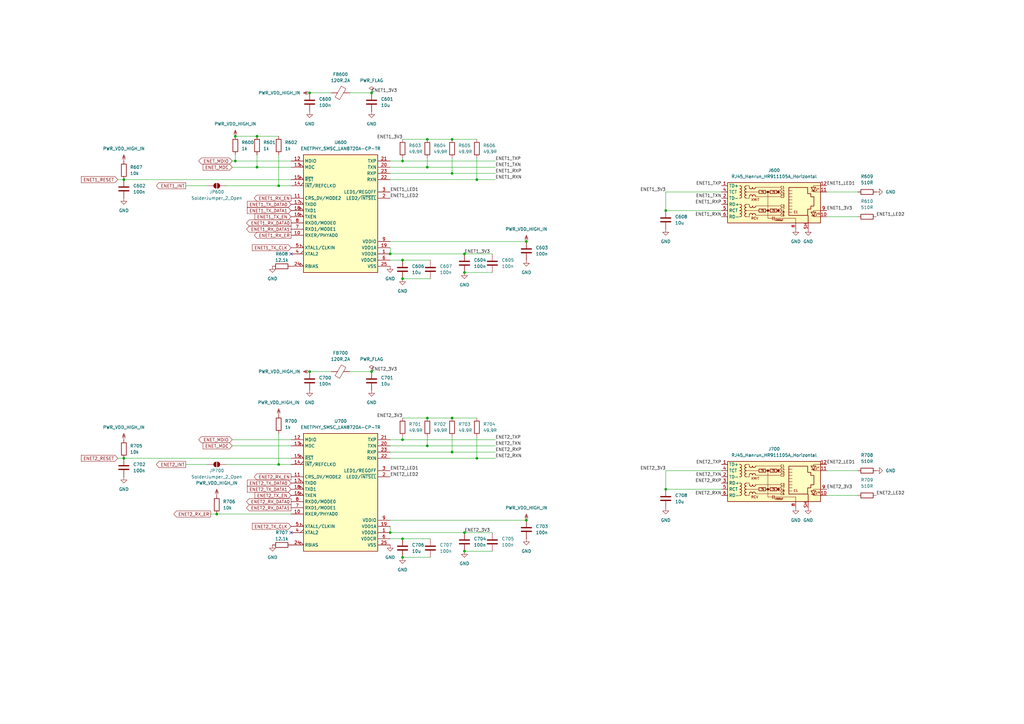
<source format=kicad_sch>
(kicad_sch
	(version 20231120)
	(generator "eeschema")
	(generator_version "8.0")
	(uuid "9a8aeba1-620d-439d-898f-0a0a53240667")
	(paper "A3")
	(title_block
		(title "i.MX6ULL Carrier - ENET")
		(date "2024-06-14")
		(rev "0.9.2")
	)
	(lib_symbols
		(symbol "Connector:RJ45_Hanrun_HR911105A_Horizontal"
			(exclude_from_sim no)
			(in_bom yes)
			(on_board yes)
			(property "Reference" "J"
				(at 18.415 10.16 0)
				(effects
					(font
						(size 1.27 1.27)
					)
					(justify right)
				)
			)
			(property "Value" "RJ45_Hanrun_HR911105A_Horizontal"
				(at -19.05 10.16 0)
				(effects
					(font
						(size 1.27 1.27)
					)
					(justify left)
				)
			)
			(property "Footprint" "Connector_RJ:RJ45_Hanrun_HR911105A_Horizontal"
				(at 0 12.7 0)
				(effects
					(font
						(size 1.27 1.27)
					)
					(hide yes)
				)
			)
			(property "Datasheet" "https://datasheet.lcsc.com/lcsc/1811141815_HANRUN-Zhongshan-HanRun-Elec-HR911105A_C12074.pdf"
				(at 0 15.24 0)
				(effects
					(font
						(size 1.27 1.27)
					)
					(hide yes)
				)
			)
			(property "Description" "1 Port RJ45 Magjack Connector Through Hole 10/100 Base-T, AutoMDIX"
				(at 0 0 0)
				(effects
					(font
						(size 1.27 1.27)
					)
					(hide yes)
				)
			)
			(property "ki_keywords" "RJ45 Magjack Socket"
				(at 0 0 0)
				(effects
					(font
						(size 1.27 1.27)
					)
					(hide yes)
				)
			)
			(property "ki_fp_filters" "RJ45*Hanrun*HR911105A*"
				(at 0 0 0)
				(effects
					(font
						(size 1.27 1.27)
					)
					(hide yes)
				)
			)
			(symbol "RJ45_Hanrun_HR911105A_Horizontal_0_0"
				(circle
					(center -1.27 -2.54)
					(radius 0.0001)
					(stroke
						(width 0.508)
						(type default)
					)
					(fill
						(type none)
					)
				)
				(circle
					(center -1.27 5.08)
					(radius 0.0001)
					(stroke
						(width 0.508)
						(type default)
					)
					(fill
						(type none)
					)
				)
				(polyline
					(pts
						(xy -1.27 5.08) (xy -1.27 -5.715)
					)
					(stroke
						(width 0)
						(type default)
					)
					(fill
						(type none)
					)
				)
				(polyline
					(pts
						(xy 0.635 -5.08) (xy 0.635 -6.35)
					)
					(stroke
						(width 0.254)
						(type default)
					)
					(fill
						(type none)
					)
				)
				(polyline
					(pts
						(xy 1.27 -5.08) (xy 1.27 -6.35)
					)
					(stroke
						(width 0.254)
						(type default)
					)
					(fill
						(type none)
					)
				)
				(polyline
					(pts
						(xy 3.048 -2.54) (xy 2.54 -2.54)
					)
					(stroke
						(width 0)
						(type default)
					)
					(fill
						(type none)
					)
				)
				(polyline
					(pts
						(xy 3.048 5.08) (xy 2.54 5.08)
					)
					(stroke
						(width 0)
						(type default)
					)
					(fill
						(type none)
					)
				)
				(polyline
					(pts
						(xy 17.399 -3.175) (xy 17.399 -2.54) (xy 20.32 -2.54)
					)
					(stroke
						(width 0)
						(type default)
					)
					(fill
						(type none)
					)
				)
				(polyline
					(pts
						(xy 17.399 6.985) (xy 17.399 7.62) (xy 20.32 7.62)
					)
					(stroke
						(width 0)
						(type default)
					)
					(fill
						(type none)
					)
				)
				(polyline
					(pts
						(xy 20.32 -5.08) (xy 17.399 -5.08) (xy 17.399 -4.572)
					)
					(stroke
						(width 0)
						(type default)
					)
					(fill
						(type none)
					)
				)
				(polyline
					(pts
						(xy 20.32 5.08) (xy 17.399 5.08) (xy 17.399 5.588)
					)
					(stroke
						(width 0)
						(type default)
					)
					(fill
						(type none)
					)
				)
				(polyline
					(pts
						(xy 3.683 -1.905) (xy 3.048 -1.905) (xy 3.048 -3.175) (xy 3.683 -3.175)
					)
					(stroke
						(width 0)
						(type default)
					)
					(fill
						(type none)
					)
				)
				(polyline
					(pts
						(xy 3.683 5.715) (xy 3.048 5.715) (xy 3.048 4.445) (xy 3.683 4.445)
					)
					(stroke
						(width 0)
						(type default)
					)
					(fill
						(type none)
					)
				)
				(circle
					(center 3.048 -2.54)
					(radius 0.0001)
					(stroke
						(width 0.508)
						(type default)
					)
					(fill
						(type none)
					)
				)
				(circle
					(center 3.048 5.08)
					(radius 0.0001)
					(stroke
						(width 0.508)
						(type default)
					)
					(fill
						(type none)
					)
				)
				(text "C1"
					(at 4.699 6.985 0)
					(effects
						(font
							(size 0.889 0.889)
						)
					)
				)
				(text "C1"
					(at 10.16 -3.175 0)
					(effects
						(font
							(size 0.889 0.889)
						)
					)
				)
				(text "C2"
					(at 4.699 3.175 0)
					(effects
						(font
							(size 0.889 0.889)
						)
					)
				)
				(text "C3"
					(at 4.699 -0.635 0)
					(effects
						(font
							(size 0.889 0.889)
						)
					)
				)
				(text "C4"
					(at 4.699 5.715 0)
					(effects
						(font
							(size 0.889 0.889)
						)
					)
				)
				(text "C5"
					(at 4.699 4.445 0)
					(effects
						(font
							(size 0.889 0.889)
						)
					)
				)
				(text "C6"
					(at 4.699 -4.445 0)
					(effects
						(font
							(size 0.889 0.889)
						)
					)
				)
				(text "C7"
					(at 4.699 -1.905 0)
					(effects
						(font
							(size 0.889 0.889)
						)
					)
				)
				(text "C8"
					(at 4.699 -3.175 0)
					(effects
						(font
							(size 0.889 0.889)
						)
					)
				)
				(text "RCV"
					(at -8.255 -5.715 0)
					(effects
						(font
							(size 1.016 1.016)
						)
						(justify left)
					)
				)
				(text "XMIT"
					(at -8.255 1.905 0)
					(effects
						(font
							(size 1.016 1.016)
						)
						(justify left)
					)
				)
			)
			(symbol "RJ45_Hanrun_HR911105A_Horizontal_0_1"
				(rectangle
					(start -17.78 8.89)
					(end 20.32 -7.62)
					(stroke
						(width 0.254)
						(type default)
					)
					(fill
						(type background)
					)
				)
				(polyline
					(pts
						(xy -12.7 -5.08) (xy -13.081 -5.08)
					)
					(stroke
						(width 0)
						(type default)
					)
					(fill
						(type none)
					)
				)
				(polyline
					(pts
						(xy -12.7 -2.54) (xy -13.081 -2.54)
					)
					(stroke
						(width 0)
						(type default)
					)
					(fill
						(type none)
					)
				)
				(polyline
					(pts
						(xy -12.7 0) (xy -13.081 0)
					)
					(stroke
						(width 0)
						(type default)
					)
					(fill
						(type none)
					)
				)
				(polyline
					(pts
						(xy -12.7 2.54) (xy -13.081 2.54)
					)
					(stroke
						(width 0)
						(type default)
					)
					(fill
						(type none)
					)
				)
				(polyline
					(pts
						(xy -12.7 5.08) (xy -13.081 5.08)
					)
					(stroke
						(width 0)
						(type default)
					)
					(fill
						(type none)
					)
				)
				(polyline
					(pts
						(xy -12.7 7.62) (xy -13.081 7.62)
					)
					(stroke
						(width 0)
						(type default)
					)
					(fill
						(type none)
					)
				)
				(polyline
					(pts
						(xy -6.35 -4.445) (xy 3.683 -4.445)
					)
					(stroke
						(width 0)
						(type default)
					)
					(fill
						(type none)
					)
				)
				(polyline
					(pts
						(xy -6.35 3.175) (xy 3.683 3.175)
					)
					(stroke
						(width 0)
						(type default)
					)
					(fill
						(type none)
					)
				)
				(polyline
					(pts
						(xy -6.35 6.985) (xy 3.683 6.985)
					)
					(stroke
						(width 0)
						(type default)
					)
					(fill
						(type none)
					)
				)
				(polyline
					(pts
						(xy -6.223 -0.635) (xy 3.683 -0.635)
					)
					(stroke
						(width 0)
						(type default)
					)
					(fill
						(type none)
					)
				)
				(polyline
					(pts
						(xy -5.08 -2.54) (xy -10.16 -2.54)
					)
					(stroke
						(width 0)
						(type default)
					)
					(fill
						(type none)
					)
				)
				(polyline
					(pts
						(xy -4.953 5.08) (xy -10.16 5.08)
					)
					(stroke
						(width 0)
						(type default)
					)
					(fill
						(type none)
					)
				)
				(polyline
					(pts
						(xy -2.159 -2.54) (xy -0.381 -2.54)
					)
					(stroke
						(width 0)
						(type default)
					)
					(fill
						(type none)
					)
				)
				(polyline
					(pts
						(xy -2.159 5.08) (xy -0.381 5.08)
					)
					(stroke
						(width 0)
						(type default)
					)
					(fill
						(type none)
					)
				)
				(polyline
					(pts
						(xy 0.635 -5.715) (xy -1.27 -5.715)
					)
					(stroke
						(width 0)
						(type default)
					)
					(fill
						(type none)
					)
				)
				(polyline
					(pts
						(xy 7.4295 -1.9685) (xy 8.6995 -1.9685)
					)
					(stroke
						(width 0)
						(type default)
					)
					(fill
						(type none)
					)
				)
				(polyline
					(pts
						(xy 7.4295 -0.6985) (xy 8.6995 -0.6985)
					)
					(stroke
						(width 0)
						(type default)
					)
					(fill
						(type none)
					)
				)
				(polyline
					(pts
						(xy 7.4295 0.5715) (xy 8.6995 0.5715)
					)
					(stroke
						(width 0)
						(type default)
					)
					(fill
						(type none)
					)
				)
				(polyline
					(pts
						(xy 7.4295 1.8415) (xy 8.6995 1.8415)
					)
					(stroke
						(width 0)
						(type default)
					)
					(fill
						(type none)
					)
				)
				(polyline
					(pts
						(xy 7.4295 3.1115) (xy 8.6995 3.1115)
					)
					(stroke
						(width 0)
						(type default)
					)
					(fill
						(type none)
					)
				)
				(polyline
					(pts
						(xy 8.6995 -3.2385) (xy 7.4295 -3.2385)
					)
					(stroke
						(width 0)
						(type default)
					)
					(fill
						(type none)
					)
				)
				(polyline
					(pts
						(xy 8.6995 4.3815) (xy 7.4295 4.3815)
					)
					(stroke
						(width 0)
						(type default)
					)
					(fill
						(type none)
					)
				)
				(polyline
					(pts
						(xy 8.6995 5.6515) (xy 7.4295 5.6515)
					)
					(stroke
						(width 0)
						(type default)
					)
					(fill
						(type none)
					)
				)
				(polyline
					(pts
						(xy 10.16 -5.715) (xy 1.27 -5.715)
					)
					(stroke
						(width 0)
						(type default)
					)
					(fill
						(type none)
					)
				)
				(polyline
					(pts
						(xy 10.16 -5.715) (xy 10.16 -7.62)
					)
					(stroke
						(width 0)
						(type default)
					)
					(fill
						(type none)
					)
				)
				(polyline
					(pts
						(xy -10.16 0) (xy -8.89 0) (xy -8.89 -0.635)
					)
					(stroke
						(width 0)
						(type default)
					)
					(fill
						(type none)
					)
				)
				(polyline
					(pts
						(xy -10.16 7.62) (xy -8.89 7.62) (xy -8.89 6.985)
					)
					(stroke
						(width 0)
						(type default)
					)
					(fill
						(type none)
					)
				)
				(polyline
					(pts
						(xy -8.89 -4.445) (xy -8.89 -5.08) (xy -10.16 -5.08)
					)
					(stroke
						(width 0)
						(type default)
					)
					(fill
						(type none)
					)
				)
				(polyline
					(pts
						(xy -8.89 3.175) (xy -8.89 2.54) (xy -10.16 2.54)
					)
					(stroke
						(width 0)
						(type default)
					)
					(fill
						(type none)
					)
				)
			)
			(symbol "RJ45_Hanrun_HR911105A_Horizontal_1_0"
				(text "1000pF"
					(at 3.302 -6.477 0)
					(effects
						(font
							(size 0.635 0.635)
						)
					)
				)
			)
			(symbol "RJ45_Hanrun_HR911105A_Horizontal_1_1"
				(arc
					(start -12.7 -1.27)
					(mid -12.0677 -0.635)
					(end -12.7 0)
					(stroke
						(width 0.254)
						(type default)
					)
					(fill
						(type none)
					)
				)
				(arc
					(start -12.6973 -5.08)
					(mid -12.065 -4.445)
					(end -12.6973 -3.81)
					(stroke
						(width 0.254)
						(type default)
					)
					(fill
						(type none)
					)
				)
				(arc
					(start -12.6973 -3.81)
					(mid -12.065 -3.175)
					(end -12.6973 -2.54)
					(stroke
						(width 0.254)
						(type default)
					)
					(fill
						(type none)
					)
				)
				(arc
					(start -12.6973 -2.54)
					(mid -12.065 -1.905)
					(end -12.6973 -1.27)
					(stroke
						(width 0.254)
						(type default)
					)
					(fill
						(type none)
					)
				)
				(arc
					(start -12.6973 6.35)
					(mid -12.065 6.985)
					(end -12.6973 7.62)
					(stroke
						(width 0.254)
						(type default)
					)
					(fill
						(type none)
					)
				)
				(arc
					(start -12.6946 2.54)
					(mid -12.0623 3.175)
					(end -12.6946 3.81)
					(stroke
						(width 0.254)
						(type default)
					)
					(fill
						(type none)
					)
				)
				(arc
					(start -12.6946 3.81)
					(mid -12.0623 4.445)
					(end -12.6946 5.08)
					(stroke
						(width 0.254)
						(type default)
					)
					(fill
						(type none)
					)
				)
				(arc
					(start -12.6946 5.08)
					(mid -12.0623 5.715)
					(end -12.6946 6.35)
					(stroke
						(width 0.254)
						(type default)
					)
					(fill
						(type none)
					)
				)
				(arc
					(start -10.1654 -2.54)
					(mid -10.7977 -3.175)
					(end -10.1654 -3.81)
					(stroke
						(width 0.254)
						(type default)
					)
					(fill
						(type none)
					)
				)
				(arc
					(start -10.1654 -1.27)
					(mid -10.7977 -1.905)
					(end -10.1654 -2.54)
					(stroke
						(width 0.254)
						(type default)
					)
					(fill
						(type none)
					)
				)
				(arc
					(start -10.1654 0)
					(mid -10.7977 -0.635)
					(end -10.1654 -1.27)
					(stroke
						(width 0.254)
						(type default)
					)
					(fill
						(type none)
					)
				)
				(arc
					(start -10.1654 5.08)
					(mid -10.7977 4.445)
					(end -10.1654 3.81)
					(stroke
						(width 0.254)
						(type default)
					)
					(fill
						(type none)
					)
				)
				(arc
					(start -10.1654 6.35)
					(mid -10.7977 5.715)
					(end -10.1654 5.08)
					(stroke
						(width 0.254)
						(type default)
					)
					(fill
						(type none)
					)
				)
				(arc
					(start -10.1654 7.62)
					(mid -10.7977 6.985)
					(end -10.1654 6.35)
					(stroke
						(width 0.254)
						(type default)
					)
					(fill
						(type none)
					)
				)
				(arc
					(start -10.1627 -3.81)
					(mid -10.795 -4.445)
					(end -10.1627 -5.08)
					(stroke
						(width 0.254)
						(type default)
					)
					(fill
						(type none)
					)
				)
				(arc
					(start -10.1627 3.81)
					(mid -10.795 3.175)
					(end -10.1627 2.54)
					(stroke
						(width 0.254)
						(type default)
					)
					(fill
						(type none)
					)
				)
				(arc
					(start -8.89 6.9823)
					(mid -8.255 6.35)
					(end -7.62 6.9823)
					(stroke
						(width 0.254)
						(type default)
					)
					(fill
						(type none)
					)
				)
				(arc
					(start -8.8265 -0.7012)
					(mid -8.1915 -1.3335)
					(end -7.5565 -0.7012)
					(stroke
						(width 0.254)
						(type default)
					)
					(fill
						(type none)
					)
				)
				(arc
					(start -7.62 -4.3153)
					(mid -8.255 -3.683)
					(end -8.89 -4.3153)
					(stroke
						(width 0.254)
						(type default)
					)
					(fill
						(type none)
					)
				)
				(arc
					(start -7.62 3.3047)
					(mid -8.255 3.937)
					(end -8.89 3.3047)
					(stroke
						(width 0.254)
						(type default)
					)
					(fill
						(type none)
					)
				)
				(arc
					(start -7.62 6.985)
					(mid -6.985 6.3527)
					(end -6.35 6.985)
					(stroke
						(width 0.254)
						(type default)
					)
					(fill
						(type none)
					)
				)
				(arc
					(start -7.5565 -0.6985)
					(mid -6.9215 -1.3308)
					(end -6.2865 -0.6985)
					(stroke
						(width 0.254)
						(type default)
					)
					(fill
						(type none)
					)
				)
				(arc
					(start -6.35 -4.3126)
					(mid -6.985 -3.6803)
					(end -7.62 -4.3126)
					(stroke
						(width 0.254)
						(type default)
					)
					(fill
						(type none)
					)
				)
				(arc
					(start -6.35 3.3074)
					(mid -6.985 3.9397)
					(end -7.62 3.3074)
					(stroke
						(width 0.254)
						(type default)
					)
					(fill
						(type none)
					)
				)
				(rectangle
					(start -4.953 -1.905)
					(end -2.159 -3.175)
					(stroke
						(width 0.254)
						(type default)
					)
					(fill
						(type none)
					)
				)
				(rectangle
					(start -4.953 5.715)
					(end -2.159 4.445)
					(stroke
						(width 0.254)
						(type default)
					)
					(fill
						(type none)
					)
				)
				(rectangle
					(start -0.381 -1.905)
					(end 2.413 -3.175)
					(stroke
						(width 0.254)
						(type default)
					)
					(fill
						(type none)
					)
				)
				(rectangle
					(start -0.381 5.715)
					(end 2.413 4.445)
					(stroke
						(width 0.254)
						(type default)
					)
					(fill
						(type none)
					)
				)
				(polyline
					(pts
						(xy 15.24 -7.62) (xy 15.24 -4.572)
					)
					(stroke
						(width 0.254)
						(type default)
					)
					(fill
						(type none)
					)
				)
				(polyline
					(pts
						(xy 18.161 -4.699) (xy 16.637 -4.699)
					)
					(stroke
						(width 0.254)
						(type default)
					)
					(fill
						(type none)
					)
				)
				(polyline
					(pts
						(xy 18.161 5.461) (xy 16.637 5.461)
					)
					(stroke
						(width 0.254)
						(type default)
					)
					(fill
						(type none)
					)
				)
				(polyline
					(pts
						(xy 18.796 -4.572) (xy 18.796 -4.318)
					)
					(stroke
						(width 0)
						(type default)
					)
					(fill
						(type none)
					)
				)
				(polyline
					(pts
						(xy 18.796 5.588) (xy 18.796 5.842)
					)
					(stroke
						(width 0)
						(type default)
					)
					(fill
						(type none)
					)
				)
				(polyline
					(pts
						(xy 19.05 -3.937) (xy 19.05 -3.683)
					)
					(stroke
						(width 0)
						(type default)
					)
					(fill
						(type none)
					)
				)
				(polyline
					(pts
						(xy 19.05 6.223) (xy 19.05 6.477)
					)
					(stroke
						(width 0)
						(type default)
					)
					(fill
						(type none)
					)
				)
				(polyline
					(pts
						(xy 18.288 -4.064) (xy 18.796 -4.572) (xy 18.542 -4.572)
					)
					(stroke
						(width 0)
						(type default)
					)
					(fill
						(type none)
					)
				)
				(polyline
					(pts
						(xy 18.288 6.096) (xy 18.796 5.588) (xy 18.542 5.588)
					)
					(stroke
						(width 0)
						(type default)
					)
					(fill
						(type none)
					)
				)
				(polyline
					(pts
						(xy 18.542 -3.429) (xy 19.05 -3.937) (xy 18.796 -3.937)
					)
					(stroke
						(width 0)
						(type default)
					)
					(fill
						(type none)
					)
				)
				(polyline
					(pts
						(xy 18.542 6.731) (xy 19.05 6.223) (xy 18.796 6.223)
					)
					(stroke
						(width 0)
						(type default)
					)
					(fill
						(type none)
					)
				)
				(polyline
					(pts
						(xy 18.288 -3.175) (xy 16.383 -3.175) (xy 17.399 -4.699) (xy 18.288 -3.175)
					)
					(stroke
						(width 0.254)
						(type default)
					)
					(fill
						(type none)
					)
				)
				(polyline
					(pts
						(xy 18.288 6.985) (xy 16.383 6.985) (xy 17.399 5.461) (xy 18.288 6.985)
					)
					(stroke
						(width 0.254)
						(type default)
					)
					(fill
						(type none)
					)
				)
				(polyline
					(pts
						(xy 7.3025 -4.5085) (xy 7.3025 6.9215) (xy 15.0495 6.9215) (xy 15.0495 4.3815) (xy 16.3195 4.3815)
						(xy 16.3195 3.1115) (xy 17.5895 3.1115) (xy 17.5895 -0.6985) (xy 16.3195 -0.6985) (xy 16.3195 -1.9685)
						(xy 15.0495 -1.9685) (xy 15.0495 -4.5085) (xy 7.3025 -4.5085)
					)
					(stroke
						(width 0.254)
						(type default)
					)
					(fill
						(type none)
					)
				)
				(text "75"
					(at -3.556 -2.54 0)
					(effects
						(font
							(size 0.635 0.635)
						)
					)
				)
				(text "75"
					(at -3.556 5.08 0)
					(effects
						(font
							(size 0.635 0.635)
						)
					)
				)
				(text "75"
					(at 1.016 -2.54 0)
					(effects
						(font
							(size 0.635 0.635)
						)
					)
				)
				(text "75"
					(at 1.016 5.08 0)
					(effects
						(font
							(size 0.635 0.635)
						)
					)
				)
				(text "G"
					(at 19.685 -3.81 0)
					(effects
						(font
							(size 0.635 0.635)
						)
					)
				)
				(text "Y"
					(at 19.558 6.35 0)
					(effects
						(font
							(size 0.635 0.635)
						)
					)
				)
				(pin passive line
					(at -20.32 7.62 0)
					(length 2.54)
					(name "TD+"
						(effects
							(font
								(size 1.27 1.27)
							)
						)
					)
					(number "1"
						(effects
							(font
								(size 1.27 1.27)
							)
						)
					)
				)
				(pin passive line
					(at 22.86 -5.08 180)
					(length 2.54)
					(name ""
						(effects
							(font
								(size 1.27 1.27)
							)
						)
					)
					(number "10"
						(effects
							(font
								(size 1.27 1.27)
							)
						)
					)
				)
				(pin passive line
					(at 22.86 5.08 180)
					(length 2.54)
					(name ""
						(effects
							(font
								(size 1.27 1.27)
							)
						)
					)
					(number "11"
						(effects
							(font
								(size 1.27 1.27)
							)
						)
					)
				)
				(pin passive line
					(at 22.86 7.62 180)
					(length 2.54)
					(name ""
						(effects
							(font
								(size 1.27 1.27)
							)
						)
					)
					(number "12"
						(effects
							(font
								(size 1.27 1.27)
							)
						)
					)
				)
				(pin passive line
					(at -20.32 2.54 0)
					(length 2.54)
					(name "TD-"
						(effects
							(font
								(size 1.27 1.27)
							)
						)
					)
					(number "2"
						(effects
							(font
								(size 1.27 1.27)
							)
						)
					)
				)
				(pin passive line
					(at -20.32 0 0)
					(length 2.54)
					(name "RD+"
						(effects
							(font
								(size 1.27 1.27)
							)
						)
					)
					(number "3"
						(effects
							(font
								(size 1.27 1.27)
							)
						)
					)
				)
				(pin passive line
					(at -20.32 5.08 0)
					(length 2.54)
					(name "TCT"
						(effects
							(font
								(size 1.27 1.27)
							)
						)
					)
					(number "4"
						(effects
							(font
								(size 1.27 1.27)
							)
						)
					)
				)
				(pin passive line
					(at -20.32 -2.54 0)
					(length 2.54)
					(name "RCT"
						(effects
							(font
								(size 1.27 1.27)
							)
						)
					)
					(number "5"
						(effects
							(font
								(size 1.27 1.27)
							)
						)
					)
				)
				(pin passive line
					(at -20.32 -5.08 0)
					(length 2.54)
					(name "RD-"
						(effects
							(font
								(size 1.27 1.27)
							)
						)
					)
					(number "6"
						(effects
							(font
								(size 1.27 1.27)
							)
						)
					)
				)
				(pin no_connect line
					(at 20.32 0 0)
					(length 0) hide
					(name "NC"
						(effects
							(font
								(size 1.27 1.27)
							)
						)
					)
					(number "7"
						(effects
							(font
								(size 1.27 1.27)
							)
						)
					)
				)
				(pin power_in line
					(at 10.16 -10.16 90)
					(length 2.54)
					(name ""
						(effects
							(font
								(size 1.27 1.27)
							)
						)
					)
					(number "8"
						(effects
							(font
								(size 1.27 1.27)
							)
						)
					)
				)
				(pin passive line
					(at 22.86 -2.54 180)
					(length 2.54)
					(name ""
						(effects
							(font
								(size 1.27 1.27)
							)
						)
					)
					(number "9"
						(effects
							(font
								(size 1.27 1.27)
							)
						)
					)
				)
				(pin passive line
					(at 15.24 -10.16 90)
					(length 2.54)
					(name ""
						(effects
							(font
								(size 1.27 1.27)
							)
						)
					)
					(number "SH"
						(effects
							(font
								(size 1.27 1.27)
							)
						)
					)
				)
			)
		)
		(symbol "Device:C"
			(pin_numbers hide)
			(pin_names
				(offset 0.254)
			)
			(exclude_from_sim no)
			(in_bom yes)
			(on_board yes)
			(property "Reference" "C"
				(at 0.635 2.54 0)
				(effects
					(font
						(size 1.27 1.27)
					)
					(justify left)
				)
			)
			(property "Value" "C"
				(at 0.635 -2.54 0)
				(effects
					(font
						(size 1.27 1.27)
					)
					(justify left)
				)
			)
			(property "Footprint" ""
				(at 0.9652 -3.81 0)
				(effects
					(font
						(size 1.27 1.27)
					)
					(hide yes)
				)
			)
			(property "Datasheet" "~"
				(at 0 0 0)
				(effects
					(font
						(size 1.27 1.27)
					)
					(hide yes)
				)
			)
			(property "Description" "Unpolarized capacitor"
				(at 0 0 0)
				(effects
					(font
						(size 1.27 1.27)
					)
					(hide yes)
				)
			)
			(property "ki_keywords" "cap capacitor"
				(at 0 0 0)
				(effects
					(font
						(size 1.27 1.27)
					)
					(hide yes)
				)
			)
			(property "ki_fp_filters" "C_*"
				(at 0 0 0)
				(effects
					(font
						(size 1.27 1.27)
					)
					(hide yes)
				)
			)
			(symbol "C_0_1"
				(polyline
					(pts
						(xy -2.032 -0.762) (xy 2.032 -0.762)
					)
					(stroke
						(width 0.508)
						(type default)
					)
					(fill
						(type none)
					)
				)
				(polyline
					(pts
						(xy -2.032 0.762) (xy 2.032 0.762)
					)
					(stroke
						(width 0.508)
						(type default)
					)
					(fill
						(type none)
					)
				)
			)
			(symbol "C_1_1"
				(pin passive line
					(at 0 3.81 270)
					(length 2.794)
					(name "~"
						(effects
							(font
								(size 1.27 1.27)
							)
						)
					)
					(number "1"
						(effects
							(font
								(size 1.27 1.27)
							)
						)
					)
				)
				(pin passive line
					(at 0 -3.81 90)
					(length 2.794)
					(name "~"
						(effects
							(font
								(size 1.27 1.27)
							)
						)
					)
					(number "2"
						(effects
							(font
								(size 1.27 1.27)
							)
						)
					)
				)
			)
		)
		(symbol "Device:FerriteBead"
			(pin_numbers hide)
			(pin_names
				(offset 0)
			)
			(exclude_from_sim no)
			(in_bom yes)
			(on_board yes)
			(property "Reference" "FB"
				(at -3.81 0.635 90)
				(effects
					(font
						(size 1.27 1.27)
					)
				)
			)
			(property "Value" "FerriteBead"
				(at 3.81 0 90)
				(effects
					(font
						(size 1.27 1.27)
					)
				)
			)
			(property "Footprint" ""
				(at -1.778 0 90)
				(effects
					(font
						(size 1.27 1.27)
					)
					(hide yes)
				)
			)
			(property "Datasheet" "~"
				(at 0 0 0)
				(effects
					(font
						(size 1.27 1.27)
					)
					(hide yes)
				)
			)
			(property "Description" "Ferrite bead"
				(at 0 0 0)
				(effects
					(font
						(size 1.27 1.27)
					)
					(hide yes)
				)
			)
			(property "ki_keywords" "L ferrite bead inductor filter"
				(at 0 0 0)
				(effects
					(font
						(size 1.27 1.27)
					)
					(hide yes)
				)
			)
			(property "ki_fp_filters" "Inductor_* L_* *Ferrite*"
				(at 0 0 0)
				(effects
					(font
						(size 1.27 1.27)
					)
					(hide yes)
				)
			)
			(symbol "FerriteBead_0_1"
				(polyline
					(pts
						(xy 0 -1.27) (xy 0 -1.2192)
					)
					(stroke
						(width 0)
						(type default)
					)
					(fill
						(type none)
					)
				)
				(polyline
					(pts
						(xy 0 1.27) (xy 0 1.2954)
					)
					(stroke
						(width 0)
						(type default)
					)
					(fill
						(type none)
					)
				)
				(polyline
					(pts
						(xy -2.7686 0.4064) (xy -1.7018 2.2606) (xy 2.7686 -0.3048) (xy 1.6764 -2.159) (xy -2.7686 0.4064)
					)
					(stroke
						(width 0)
						(type default)
					)
					(fill
						(type none)
					)
				)
			)
			(symbol "FerriteBead_1_1"
				(pin passive line
					(at 0 3.81 270)
					(length 2.54)
					(name "~"
						(effects
							(font
								(size 1.27 1.27)
							)
						)
					)
					(number "1"
						(effects
							(font
								(size 1.27 1.27)
							)
						)
					)
				)
				(pin passive line
					(at 0 -3.81 90)
					(length 2.54)
					(name "~"
						(effects
							(font
								(size 1.27 1.27)
							)
						)
					)
					(number "2"
						(effects
							(font
								(size 1.27 1.27)
							)
						)
					)
				)
			)
		)
		(symbol "Device:R"
			(pin_numbers hide)
			(pin_names
				(offset 0)
			)
			(exclude_from_sim no)
			(in_bom yes)
			(on_board yes)
			(property "Reference" "R"
				(at 2.032 0 90)
				(effects
					(font
						(size 1.27 1.27)
					)
				)
			)
			(property "Value" "R"
				(at 0 0 90)
				(effects
					(font
						(size 1.27 1.27)
					)
				)
			)
			(property "Footprint" ""
				(at -1.778 0 90)
				(effects
					(font
						(size 1.27 1.27)
					)
					(hide yes)
				)
			)
			(property "Datasheet" "~"
				(at 0 0 0)
				(effects
					(font
						(size 1.27 1.27)
					)
					(hide yes)
				)
			)
			(property "Description" "Resistor"
				(at 0 0 0)
				(effects
					(font
						(size 1.27 1.27)
					)
					(hide yes)
				)
			)
			(property "ki_keywords" "R res resistor"
				(at 0 0 0)
				(effects
					(font
						(size 1.27 1.27)
					)
					(hide yes)
				)
			)
			(property "ki_fp_filters" "R_*"
				(at 0 0 0)
				(effects
					(font
						(size 1.27 1.27)
					)
					(hide yes)
				)
			)
			(symbol "R_0_1"
				(rectangle
					(start -1.016 -2.54)
					(end 1.016 2.54)
					(stroke
						(width 0.254)
						(type default)
					)
					(fill
						(type none)
					)
				)
			)
			(symbol "R_1_1"
				(pin passive line
					(at 0 3.81 270)
					(length 1.27)
					(name "~"
						(effects
							(font
								(size 1.27 1.27)
							)
						)
					)
					(number "1"
						(effects
							(font
								(size 1.27 1.27)
							)
						)
					)
				)
				(pin passive line
					(at 0 -3.81 90)
					(length 1.27)
					(name "~"
						(effects
							(font
								(size 1.27 1.27)
							)
						)
					)
					(number "2"
						(effects
							(font
								(size 1.27 1.27)
							)
						)
					)
				)
			)
		)
		(symbol "Jumper:SolderJumper_2_Open"
			(pin_numbers hide)
			(pin_names
				(offset 0) hide)
			(exclude_from_sim yes)
			(in_bom no)
			(on_board yes)
			(property "Reference" "JP"
				(at 0 2.032 0)
				(effects
					(font
						(size 1.27 1.27)
					)
				)
			)
			(property "Value" "SolderJumper_2_Open"
				(at 0 -2.54 0)
				(effects
					(font
						(size 1.27 1.27)
					)
				)
			)
			(property "Footprint" ""
				(at 0 0 0)
				(effects
					(font
						(size 1.27 1.27)
					)
					(hide yes)
				)
			)
			(property "Datasheet" "~"
				(at 0 0 0)
				(effects
					(font
						(size 1.27 1.27)
					)
					(hide yes)
				)
			)
			(property "Description" "Solder Jumper, 2-pole, open"
				(at 0 0 0)
				(effects
					(font
						(size 1.27 1.27)
					)
					(hide yes)
				)
			)
			(property "ki_keywords" "solder jumper SPST"
				(at 0 0 0)
				(effects
					(font
						(size 1.27 1.27)
					)
					(hide yes)
				)
			)
			(property "ki_fp_filters" "SolderJumper*Open*"
				(at 0 0 0)
				(effects
					(font
						(size 1.27 1.27)
					)
					(hide yes)
				)
			)
			(symbol "SolderJumper_2_Open_0_1"
				(arc
					(start -0.254 1.016)
					(mid -1.2656 0)
					(end -0.254 -1.016)
					(stroke
						(width 0)
						(type default)
					)
					(fill
						(type none)
					)
				)
				(arc
					(start -0.254 1.016)
					(mid -1.2656 0)
					(end -0.254 -1.016)
					(stroke
						(width 0)
						(type default)
					)
					(fill
						(type outline)
					)
				)
				(polyline
					(pts
						(xy -0.254 1.016) (xy -0.254 -1.016)
					)
					(stroke
						(width 0)
						(type default)
					)
					(fill
						(type none)
					)
				)
				(polyline
					(pts
						(xy 0.254 1.016) (xy 0.254 -1.016)
					)
					(stroke
						(width 0)
						(type default)
					)
					(fill
						(type none)
					)
				)
				(arc
					(start 0.254 -1.016)
					(mid 1.2656 0)
					(end 0.254 1.016)
					(stroke
						(width 0)
						(type default)
					)
					(fill
						(type none)
					)
				)
				(arc
					(start 0.254 -1.016)
					(mid 1.2656 0)
					(end 0.254 1.016)
					(stroke
						(width 0)
						(type default)
					)
					(fill
						(type outline)
					)
				)
			)
			(symbol "SolderJumper_2_Open_1_1"
				(pin passive line
					(at -3.81 0 0)
					(length 2.54)
					(name "A"
						(effects
							(font
								(size 1.27 1.27)
							)
						)
					)
					(number "1"
						(effects
							(font
								(size 1.27 1.27)
							)
						)
					)
				)
				(pin passive line
					(at 3.81 0 180)
					(length 2.54)
					(name "B"
						(effects
							(font
								(size 1.27 1.27)
							)
						)
					)
					(number "2"
						(effects
							(font
								(size 1.27 1.27)
							)
						)
					)
				)
			)
		)
		(symbol "PWR_VDD_HIGH_IN_1"
			(power)
			(pin_numbers hide)
			(pin_names hide)
			(exclude_from_sim no)
			(in_bom no)
			(on_board no)
			(property "Reference" "#PWR_VDD_HIGH_IN"
				(at 0 0 0)
				(effects
					(font
						(size 1.27 1.27)
					)
					(hide yes)
				)
			)
			(property "Value" "PWR_VDD_HIGH_IN"
				(at 0 0 0)
				(effects
					(font
						(size 1.27 1.27)
					)
				)
			)
			(property "Footprint" ""
				(at 0 0 0)
				(effects
					(font
						(size 1.27 1.27)
					)
					(hide yes)
				)
			)
			(property "Datasheet" ""
				(at 0 0 0)
				(effects
					(font
						(size 1.27 1.27)
					)
					(hide yes)
				)
			)
			(property "Description" ""
				(at 0 0 0)
				(effects
					(font
						(size 1.27 1.27)
					)
					(hide yes)
				)
			)
			(symbol "PWR_VDD_HIGH_IN_1_0_1"
				(polyline
					(pts
						(xy -0.635 0.635) (xy 0 1.905)
					)
					(stroke
						(width 0)
						(type default)
					)
					(fill
						(type none)
					)
				)
				(polyline
					(pts
						(xy -0.635 1.27) (xy 0 2.54)
					)
					(stroke
						(width 0)
						(type default)
					)
					(fill
						(type none)
					)
				)
				(polyline
					(pts
						(xy 0 2.54) (xy 0 0)
					)
					(stroke
						(width 0)
						(type default)
					)
					(fill
						(type none)
					)
				)
				(polyline
					(pts
						(xy 0.635 0.635) (xy 0 1.905)
					)
					(stroke
						(width 0)
						(type default)
					)
					(fill
						(type none)
					)
				)
				(polyline
					(pts
						(xy 0.635 1.27) (xy 0 2.54)
					)
					(stroke
						(width 0)
						(type default)
					)
					(fill
						(type none)
					)
				)
			)
			(symbol "PWR_VDD_HIGH_IN_1_1_1"
				(pin power_in line
					(at 0 0 0)
					(length 0)
					(name ""
						(effects
							(font
								(size 1.27 1.27)
							)
						)
					)
					(number "1"
						(effects
							(font
								(size 1.27 1.27)
							)
						)
					)
				)
			)
		)
		(symbol "i.MX6ULL Carrier:ENETPHY_SMSC_LAN8720A-CP-TR"
			(exclude_from_sim no)
			(in_bom yes)
			(on_board yes)
			(property "Reference" "U"
				(at 0 0 0)
				(effects
					(font
						(size 1.27 1.27)
					)
				)
			)
			(property "Value" "ENETPHY_SMSC_LAN8720A-CP-TR"
				(at 0 27.94 0)
				(effects
					(font
						(size 1.27 1.27)
					)
				)
			)
			(property "Footprint" "Package_DFN_QFN:VQFN-24-1EP_4x4mm_P0.5mm_EP2.5x2.5mm_ThermalVias"
				(at 0 25.4 0)
				(effects
					(font
						(size 1.27 1.27)
					)
					(hide yes)
				)
			)
			(property "Datasheet" ""
				(at 0 1.27 0)
				(effects
					(font
						(size 1.27 1.27)
					)
					(hide yes)
				)
			)
			(property "Description" ""
				(at 0 1.27 0)
				(effects
					(font
						(size 1.27 1.27)
					)
					(hide yes)
				)
			)
			(symbol "ENETPHY_SMSC_LAN8720A-CP-TR_1_1"
				(rectangle
					(start -15.24 24.13)
					(end 15.24 -24.13)
					(stroke
						(width 0.254)
						(type default)
					)
					(fill
						(type background)
					)
				)
				(pin power_in line
					(at 20.32 -16.51 180)
					(length 5.08)
					(name "VDD2A"
						(effects
							(font
								(size 1.27 1.27)
							)
						)
					)
					(number "1"
						(effects
							(font
								(size 1.27 1.27)
							)
						)
					)
				)
				(pin bidirectional line
					(at -20.32 -8.89 0)
					(length 5.08)
					(name "RXER/PHYAD0"
						(effects
							(font
								(size 1.27 1.27)
							)
						)
					)
					(number "10"
						(effects
							(font
								(size 1.27 1.27)
							)
						)
					)
				)
				(pin bidirectional line
					(at -20.32 6.35 0)
					(length 5.08)
					(name "CRS_DV/MODE2"
						(effects
							(font
								(size 1.27 1.27)
							)
						)
					)
					(number "11"
						(effects
							(font
								(size 1.27 1.27)
							)
						)
					)
				)
				(pin bidirectional line
					(at -20.32 21.59 0)
					(length 5.08)
					(name "MDIO"
						(effects
							(font
								(size 1.27 1.27)
							)
						)
					)
					(number "12"
						(effects
							(font
								(size 1.27 1.27)
							)
						)
					)
				)
				(pin input input_low
					(at -20.32 19.05 0)
					(length 5.08)
					(name "MDC"
						(effects
							(font
								(size 1.27 1.27)
							)
						)
					)
					(number "13"
						(effects
							(font
								(size 1.27 1.27)
							)
						)
					)
				)
				(pin output output_low
					(at -20.32 11.43 0)
					(length 5.08)
					(name "~{INT}/REFCLKO"
						(effects
							(font
								(size 1.27 1.27)
							)
						)
					)
					(number "14"
						(effects
							(font
								(size 1.27 1.27)
							)
						)
					)
				)
				(pin input input_low
					(at -20.32 13.97 0)
					(length 5.08)
					(name "~{RST}"
						(effects
							(font
								(size 1.27 1.27)
							)
						)
					)
					(number "15"
						(effects
							(font
								(size 1.27 1.27)
							)
						)
					)
				)
				(pin input input_low
					(at -20.32 -1.27 0)
					(length 5.08)
					(name "TXEN"
						(effects
							(font
								(size 1.27 1.27)
							)
						)
					)
					(number "16"
						(effects
							(font
								(size 1.27 1.27)
							)
						)
					)
				)
				(pin input input_low
					(at -20.32 3.81 0)
					(length 5.08)
					(name "TXD0"
						(effects
							(font
								(size 1.27 1.27)
							)
						)
					)
					(number "17"
						(effects
							(font
								(size 1.27 1.27)
							)
						)
					)
				)
				(pin input input_low
					(at -20.32 1.27 0)
					(length 5.08)
					(name "TXD1"
						(effects
							(font
								(size 1.27 1.27)
							)
						)
					)
					(number "18"
						(effects
							(font
								(size 1.27 1.27)
							)
						)
					)
				)
				(pin power_in line
					(at 20.32 -13.97 180)
					(length 5.08)
					(name "VDD1A"
						(effects
							(font
								(size 1.27 1.27)
							)
						)
					)
					(number "19"
						(effects
							(font
								(size 1.27 1.27)
							)
						)
					)
				)
				(pin bidirectional line
					(at 20.32 6.35 180)
					(length 5.08)
					(name "LED2/~{INTSEL}"
						(effects
							(font
								(size 1.27 1.27)
							)
						)
					)
					(number "2"
						(effects
							(font
								(size 1.27 1.27)
							)
						)
					)
				)
				(pin bidirectional line
					(at 20.32 19.05 180)
					(length 5.08)
					(name "TXN"
						(effects
							(font
								(size 1.27 1.27)
							)
						)
					)
					(number "20"
						(effects
							(font
								(size 1.27 1.27)
							)
						)
					)
				)
				(pin bidirectional line
					(at 20.32 21.59 180)
					(length 5.08)
					(name "TXP"
						(effects
							(font
								(size 1.27 1.27)
							)
						)
					)
					(number "21"
						(effects
							(font
								(size 1.27 1.27)
							)
						)
					)
				)
				(pin bidirectional line
					(at 20.32 13.97 180)
					(length 5.08)
					(name "RXN"
						(effects
							(font
								(size 1.27 1.27)
							)
						)
					)
					(number "22"
						(effects
							(font
								(size 1.27 1.27)
							)
						)
					)
				)
				(pin bidirectional line
					(at 20.32 16.51 180)
					(length 5.08)
					(name "RXP"
						(effects
							(font
								(size 1.27 1.27)
							)
						)
					)
					(number "23"
						(effects
							(font
								(size 1.27 1.27)
							)
						)
					)
				)
				(pin input input_low
					(at -20.32 -21.59 0)
					(length 5.08)
					(name "RBIAS"
						(effects
							(font
								(size 1.27 1.27)
							)
						)
					)
					(number "24"
						(effects
							(font
								(size 1.27 1.27)
							)
						)
					)
				)
				(pin power_in line
					(at 20.32 -21.59 180)
					(length 5.08)
					(name "VSS"
						(effects
							(font
								(size 1.27 1.27)
							)
						)
					)
					(number "25"
						(effects
							(font
								(size 1.27 1.27)
							)
						)
					)
				)
				(pin bidirectional line
					(at 20.32 8.89 180)
					(length 5.08)
					(name "LED1/REGOFF"
						(effects
							(font
								(size 1.27 1.27)
							)
						)
					)
					(number "3"
						(effects
							(font
								(size 1.27 1.27)
							)
						)
					)
				)
				(pin output output_low
					(at -20.32 -16.51 0)
					(length 5.08)
					(name "XTAL2"
						(effects
							(font
								(size 1.27 1.27)
							)
						)
					)
					(number "4"
						(effects
							(font
								(size 1.27 1.27)
							)
						)
					)
				)
				(pin input input_low
					(at -20.32 -13.97 0)
					(length 5.08)
					(name "XTAL1/CLKIN"
						(effects
							(font
								(size 1.27 1.27)
							)
						)
					)
					(number "5"
						(effects
							(font
								(size 1.27 1.27)
							)
						)
					)
				)
				(pin power_out line
					(at 20.32 -19.05 180)
					(length 5.08)
					(name "VDDCR"
						(effects
							(font
								(size 1.27 1.27)
							)
						)
					)
					(number "6"
						(effects
							(font
								(size 1.27 1.27)
							)
						)
					)
				)
				(pin bidirectional line
					(at -20.32 -6.35 0)
					(length 5.08)
					(name "RXD1/MODE1"
						(effects
							(font
								(size 1.27 1.27)
							)
						)
					)
					(number "7"
						(effects
							(font
								(size 1.27 1.27)
							)
						)
					)
				)
				(pin bidirectional line
					(at -20.32 -3.81 0)
					(length 5.08)
					(name "RXD0/MODE0"
						(effects
							(font
								(size 1.27 1.27)
							)
						)
					)
					(number "8"
						(effects
							(font
								(size 1.27 1.27)
							)
						)
					)
				)
				(pin power_in line
					(at 20.32 -11.43 180)
					(length 5.08)
					(name "VDDIO"
						(effects
							(font
								(size 1.27 1.27)
							)
						)
					)
					(number "9"
						(effects
							(font
								(size 1.27 1.27)
							)
						)
					)
				)
			)
		)
		(symbol "power:GND"
			(power)
			(pin_numbers hide)
			(pin_names
				(offset 0) hide)
			(exclude_from_sim no)
			(in_bom yes)
			(on_board yes)
			(property "Reference" "#PWR"
				(at 0 -6.35 0)
				(effects
					(font
						(size 1.27 1.27)
					)
					(hide yes)
				)
			)
			(property "Value" "GND"
				(at 0 -3.81 0)
				(effects
					(font
						(size 1.27 1.27)
					)
				)
			)
			(property "Footprint" ""
				(at 0 0 0)
				(effects
					(font
						(size 1.27 1.27)
					)
					(hide yes)
				)
			)
			(property "Datasheet" ""
				(at 0 0 0)
				(effects
					(font
						(size 1.27 1.27)
					)
					(hide yes)
				)
			)
			(property "Description" "Power symbol creates a global label with name \"GND\" , ground"
				(at 0 0 0)
				(effects
					(font
						(size 1.27 1.27)
					)
					(hide yes)
				)
			)
			(property "ki_keywords" "global power"
				(at 0 0 0)
				(effects
					(font
						(size 1.27 1.27)
					)
					(hide yes)
				)
			)
			(symbol "GND_0_1"
				(polyline
					(pts
						(xy 0 0) (xy 0 -1.27) (xy 1.27 -1.27) (xy 0 -2.54) (xy -1.27 -1.27) (xy 0 -1.27)
					)
					(stroke
						(width 0)
						(type default)
					)
					(fill
						(type none)
					)
				)
			)
			(symbol "GND_1_1"
				(pin power_in line
					(at 0 0 270)
					(length 0)
					(name "~"
						(effects
							(font
								(size 1.27 1.27)
							)
						)
					)
					(number "1"
						(effects
							(font
								(size 1.27 1.27)
							)
						)
					)
				)
			)
		)
		(symbol "power:PWR_FLAG"
			(power)
			(pin_numbers hide)
			(pin_names
				(offset 0) hide)
			(exclude_from_sim no)
			(in_bom yes)
			(on_board yes)
			(property "Reference" "#FLG"
				(at 0 1.905 0)
				(effects
					(font
						(size 1.27 1.27)
					)
					(hide yes)
				)
			)
			(property "Value" "PWR_FLAG"
				(at 0 3.81 0)
				(effects
					(font
						(size 1.27 1.27)
					)
				)
			)
			(property "Footprint" ""
				(at 0 0 0)
				(effects
					(font
						(size 1.27 1.27)
					)
					(hide yes)
				)
			)
			(property "Datasheet" "~"
				(at 0 0 0)
				(effects
					(font
						(size 1.27 1.27)
					)
					(hide yes)
				)
			)
			(property "Description" "Special symbol for telling ERC where power comes from"
				(at 0 0 0)
				(effects
					(font
						(size 1.27 1.27)
					)
					(hide yes)
				)
			)
			(property "ki_keywords" "flag power"
				(at 0 0 0)
				(effects
					(font
						(size 1.27 1.27)
					)
					(hide yes)
				)
			)
			(symbol "PWR_FLAG_0_0"
				(pin power_out line
					(at 0 0 90)
					(length 0)
					(name "~"
						(effects
							(font
								(size 1.27 1.27)
							)
						)
					)
					(number "1"
						(effects
							(font
								(size 1.27 1.27)
							)
						)
					)
				)
			)
			(symbol "PWR_FLAG_0_1"
				(polyline
					(pts
						(xy 0 0) (xy 0 1.27) (xy -1.016 1.905) (xy 0 2.54) (xy 1.016 1.905) (xy 0 1.27)
					)
					(stroke
						(width 0)
						(type default)
					)
					(fill
						(type none)
					)
				)
			)
		)
	)
	(junction
		(at 165.1 66.04)
		(diameter 0)
		(color 0 0 0 0)
		(uuid "0e6b0876-d460-47a7-80c1-b5ea49adbec7")
	)
	(junction
		(at 50.8 187.96)
		(diameter 0)
		(color 0 0 0 0)
		(uuid "107449b2-1c71-495a-9465-ceb7b0f77d7c")
	)
	(junction
		(at 273.05 200.66)
		(diameter 0)
		(color 0 0 0 0)
		(uuid "10c549d7-7992-409e-b0c5-ca0348c529e1")
	)
	(junction
		(at 273.05 86.36)
		(diameter 0)
		(color 0 0 0 0)
		(uuid "19c62647-efd8-4ac5-9bbc-6787144457b8")
	)
	(junction
		(at 114.3 76.2)
		(diameter 0)
		(color 0 0 0 0)
		(uuid "258fd06c-8c52-4735-9819-4d448ee60d1c")
	)
	(junction
		(at 114.3 190.5)
		(diameter 0)
		(color 0 0 0 0)
		(uuid "347f9990-a422-4250-946f-5ce415595ee0")
	)
	(junction
		(at 175.26 182.88)
		(diameter 0)
		(color 0 0 0 0)
		(uuid "40cc57c3-1839-4d96-9bea-c5b30b58048b")
	)
	(junction
		(at 105.41 55.88)
		(diameter 0)
		(color 0 0 0 0)
		(uuid "4272f771-54c9-4298-94b2-034d19e38bf6")
	)
	(junction
		(at 185.42 57.15)
		(diameter 0)
		(color 0 0 0 0)
		(uuid "472233bc-23ff-4fbe-87f9-583afb55dd1a")
	)
	(junction
		(at 165.1 180.34)
		(diameter 0)
		(color 0 0 0 0)
		(uuid "49ed568e-6d40-4c68-9d90-8131494725d5")
	)
	(junction
		(at 127 152.4)
		(diameter 0)
		(color 0 0 0 0)
		(uuid "5aeb30d3-6771-4741-8503-37b37631bb7d")
	)
	(junction
		(at 127 38.1)
		(diameter 0)
		(color 0 0 0 0)
		(uuid "5d229982-a585-473d-b259-579916d23bfd")
	)
	(junction
		(at 165.1 220.98)
		(diameter 0)
		(color 0 0 0 0)
		(uuid "5d8e4da8-86ba-4344-b6e1-a8a4c09352a3")
	)
	(junction
		(at 215.9 213.36)
		(diameter 0)
		(color 0 0 0 0)
		(uuid "6943ee57-8cd7-4420-b125-b9b3e270ff15")
	)
	(junction
		(at 175.26 171.45)
		(diameter 0)
		(color 0 0 0 0)
		(uuid "69f70609-70ce-4de1-b900-b256078dfc1f")
	)
	(junction
		(at 96.52 66.04)
		(diameter 0)
		(color 0 0 0 0)
		(uuid "7023649e-4adb-4cd4-9463-93d5adafc4c3")
	)
	(junction
		(at 165.1 114.3)
		(diameter 0)
		(color 0 0 0 0)
		(uuid "71b64359-156c-4361-98e1-2ff8f1d78d09")
	)
	(junction
		(at 195.58 187.96)
		(diameter 0)
		(color 0 0 0 0)
		(uuid "7f1fe55f-536b-4896-bdd5-a867436e6372")
	)
	(junction
		(at 152.4 152.4)
		(diameter 0)
		(color 0 0 0 0)
		(uuid "8023d8bd-227c-4f79-a13b-3deb91278214")
	)
	(junction
		(at 185.42 185.42)
		(diameter 0)
		(color 0 0 0 0)
		(uuid "8178f1e8-599a-4c21-b766-ad6c13fe7f3c")
	)
	(junction
		(at 190.5 104.14)
		(diameter 0)
		(color 0 0 0 0)
		(uuid "892ad1ef-3f8b-44a5-813d-245dab4ce813")
	)
	(junction
		(at 185.42 171.45)
		(diameter 0)
		(color 0 0 0 0)
		(uuid "8ba06e10-9f08-4889-8c64-4803ef466965")
	)
	(junction
		(at 50.8 73.66)
		(diameter 0)
		(color 0 0 0 0)
		(uuid "97774a0f-16eb-4420-a798-75131110ce8c")
	)
	(junction
		(at 175.26 57.15)
		(diameter 0)
		(color 0 0 0 0)
		(uuid "a974b536-e19f-45a3-a3f2-a25f3baed2e9")
	)
	(junction
		(at 190.5 218.44)
		(diameter 0)
		(color 0 0 0 0)
		(uuid "b08f51af-f006-4646-b017-4d2250a3314e")
	)
	(junction
		(at 165.1 228.6)
		(diameter 0)
		(color 0 0 0 0)
		(uuid "bf2ac7ac-e980-494c-99f8-fcf8176d134a")
	)
	(junction
		(at 165.1 106.68)
		(diameter 0)
		(color 0 0 0 0)
		(uuid "c87b0b02-d45b-4e3a-aaa0-d01c012eae21")
	)
	(junction
		(at 175.26 68.58)
		(diameter 0)
		(color 0 0 0 0)
		(uuid "d9bdcdb3-736a-4ef9-a2c0-a521c5b3a914")
	)
	(junction
		(at 195.58 73.66)
		(diameter 0)
		(color 0 0 0 0)
		(uuid "de10bdd1-cbf2-401f-ad1f-b230883c6cf5")
	)
	(junction
		(at 152.4 38.1)
		(diameter 0)
		(color 0 0 0 0)
		(uuid "e224fe47-6791-4211-83c7-66c053057aea")
	)
	(junction
		(at 190.5 111.76)
		(diameter 0)
		(color 0 0 0 0)
		(uuid "e3e1079a-e60b-440d-8d83-f5466e32c9a7")
	)
	(junction
		(at 160.02 218.44)
		(diameter 0)
		(color 0 0 0 0)
		(uuid "e572bc66-3c3d-4383-923a-07981d1b7ca7")
	)
	(junction
		(at 190.5 226.06)
		(diameter 0)
		(color 0 0 0 0)
		(uuid "ea28aa7e-9405-4b03-bc3c-7984b4fff8c9")
	)
	(junction
		(at 160.02 104.14)
		(diameter 0)
		(color 0 0 0 0)
		(uuid "eb85ae3c-e176-415f-8959-ef3aa54dd876")
	)
	(junction
		(at 88.9 210.82)
		(diameter 0)
		(color 0 0 0 0)
		(uuid "f26d9a88-320d-43af-b356-b7b4e2bf12cf")
	)
	(junction
		(at 185.42 71.12)
		(diameter 0)
		(color 0 0 0 0)
		(uuid "f3d1ea34-7c79-4c0c-bc2a-48b4790d45b2")
	)
	(junction
		(at 105.41 68.58)
		(diameter 0)
		(color 0 0 0 0)
		(uuid "f3d5534d-550f-42d4-8251-482cce54ea72")
	)
	(junction
		(at 96.52 55.88)
		(diameter 0)
		(color 0 0 0 0)
		(uuid "f6b5b3b7-c196-4ba7-bd41-ae16f8f94744")
	)
	(junction
		(at 215.9 99.06)
		(diameter 0)
		(color 0 0 0 0)
		(uuid "fffc2698-7900-42e8-a0ec-bb528cb36e7c")
	)
	(no_connect
		(at 119.38 218.44)
		(uuid "3406231f-8f4b-40d9-9e53-617940a4686a")
	)
	(no_connect
		(at 119.38 104.14)
		(uuid "c922c789-e4f9-4ea1-a46a-0c0116a0ecd5")
	)
	(wire
		(pts
			(xy 185.42 64.77) (xy 185.42 71.12)
		)
		(stroke
			(width 0)
			(type default)
		)
		(uuid "003a60c7-f309-4b60-bd2e-4f5026ea3f52")
	)
	(wire
		(pts
			(xy 76.2 76.2) (xy 85.09 76.2)
		)
		(stroke
			(width 0)
			(type default)
		)
		(uuid "017998b0-014c-40a1-877e-3d480582e557")
	)
	(wire
		(pts
			(xy 95.25 180.34) (xy 119.38 180.34)
		)
		(stroke
			(width 0)
			(type default)
		)
		(uuid "0222e897-bd56-45de-8f69-afe720258e12")
	)
	(wire
		(pts
			(xy 195.58 73.66) (xy 203.2 73.66)
		)
		(stroke
			(width 0)
			(type default)
		)
		(uuid "06e9da44-9c1c-4319-b83e-6d3dd3a95bff")
	)
	(wire
		(pts
			(xy 160.02 71.12) (xy 185.42 71.12)
		)
		(stroke
			(width 0)
			(type default)
		)
		(uuid "0ac43a79-da7c-4e61-858d-6b44341748c9")
	)
	(wire
		(pts
			(xy 160.02 66.04) (xy 165.1 66.04)
		)
		(stroke
			(width 0)
			(type default)
		)
		(uuid "0c387138-1d36-4bf1-b7b0-91ac15a563e6")
	)
	(wire
		(pts
			(xy 160.02 73.66) (xy 195.58 73.66)
		)
		(stroke
			(width 0)
			(type default)
		)
		(uuid "0ca73825-179b-45b7-82c2-278c8791dc9a")
	)
	(wire
		(pts
			(xy 165.1 171.45) (xy 175.26 171.45)
		)
		(stroke
			(width 0)
			(type default)
		)
		(uuid "0dcd8473-c4cd-43ce-babf-adf09749f08e")
	)
	(wire
		(pts
			(xy 143.51 152.4) (xy 152.4 152.4)
		)
		(stroke
			(width 0)
			(type default)
		)
		(uuid "1259eb30-7759-4aad-83cb-505b96b7d010")
	)
	(wire
		(pts
			(xy 95.25 68.58) (xy 105.41 68.58)
		)
		(stroke
			(width 0)
			(type default)
		)
		(uuid "177ae561-9d77-4a84-b92a-0ef56fa4d2b5")
	)
	(wire
		(pts
			(xy 114.3 177.8) (xy 114.3 190.5)
		)
		(stroke
			(width 0)
			(type default)
		)
		(uuid "179d148d-90f3-467d-b402-dd346be07be7")
	)
	(wire
		(pts
			(xy 273.05 86.36) (xy 273.05 78.74)
		)
		(stroke
			(width 0)
			(type default)
		)
		(uuid "1c95f10b-7882-484f-8815-3be5b5f35012")
	)
	(wire
		(pts
			(xy 175.26 179.07) (xy 175.26 182.88)
		)
		(stroke
			(width 0)
			(type default)
		)
		(uuid "1cadc16e-b388-4fd3-acbe-03a1bd337345")
	)
	(wire
		(pts
			(xy 175.26 182.88) (xy 203.2 182.88)
		)
		(stroke
			(width 0)
			(type default)
		)
		(uuid "22e74848-e1f9-4f2f-84be-809713cfe8c1")
	)
	(wire
		(pts
			(xy 92.71 76.2) (xy 114.3 76.2)
		)
		(stroke
			(width 0)
			(type default)
		)
		(uuid "23d060de-efee-444b-8844-96d4cdd3608d")
	)
	(wire
		(pts
			(xy 165.1 228.6) (xy 176.53 228.6)
		)
		(stroke
			(width 0)
			(type default)
		)
		(uuid "2625c1c2-d99b-4b04-aebd-746a26fe010c")
	)
	(wire
		(pts
			(xy 190.5 104.14) (xy 201.93 104.14)
		)
		(stroke
			(width 0)
			(type default)
		)
		(uuid "2b418fc0-a2a7-4ad8-b543-95a86478e658")
	)
	(wire
		(pts
			(xy 339.09 78.74) (xy 351.79 78.74)
		)
		(stroke
			(width 0)
			(type default)
		)
		(uuid "32ae3098-cb96-4da1-a64e-19e2ecc5c684")
	)
	(wire
		(pts
			(xy 273.05 86.36) (xy 295.91 86.36)
		)
		(stroke
			(width 0)
			(type default)
		)
		(uuid "3593b152-bdf4-4680-bd75-2fd7f94903bd")
	)
	(wire
		(pts
			(xy 160.02 180.34) (xy 165.1 180.34)
		)
		(stroke
			(width 0)
			(type default)
		)
		(uuid "36946bec-847c-46ef-aea8-108278873cd1")
	)
	(wire
		(pts
			(xy 195.58 187.96) (xy 203.2 187.96)
		)
		(stroke
			(width 0)
			(type default)
		)
		(uuid "369fd81d-5433-4b64-a0d3-bf0b106d5182")
	)
	(wire
		(pts
			(xy 76.2 190.5) (xy 85.09 190.5)
		)
		(stroke
			(width 0)
			(type default)
		)
		(uuid "37e63413-deaf-4588-b717-d2e0b83984b2")
	)
	(wire
		(pts
			(xy 165.1 57.15) (xy 175.26 57.15)
		)
		(stroke
			(width 0)
			(type default)
		)
		(uuid "38f4266e-a49e-4f84-9232-15ebe9cab692")
	)
	(wire
		(pts
			(xy 48.26 73.66) (xy 50.8 73.66)
		)
		(stroke
			(width 0)
			(type default)
		)
		(uuid "3d2aa56f-368f-4b36-be84-b37e465b53ea")
	)
	(wire
		(pts
			(xy 273.05 193.04) (xy 273.05 200.66)
		)
		(stroke
			(width 0)
			(type default)
		)
		(uuid "48726c76-242a-4259-889b-220aa56a60d5")
	)
	(wire
		(pts
			(xy 175.26 64.77) (xy 175.26 68.58)
		)
		(stroke
			(width 0)
			(type default)
		)
		(uuid "49073aaf-b76c-47a1-86eb-ae64214e0419")
	)
	(wire
		(pts
			(xy 160.02 213.36) (xy 215.9 213.36)
		)
		(stroke
			(width 0)
			(type default)
		)
		(uuid "4920cc57-85eb-4ddf-b47f-0d24d6a1fd10")
	)
	(wire
		(pts
			(xy 185.42 185.42) (xy 203.2 185.42)
		)
		(stroke
			(width 0)
			(type default)
		)
		(uuid "4b376187-f061-4d8c-a32f-93aef3a7c697")
	)
	(wire
		(pts
			(xy 95.25 182.88) (xy 119.38 182.88)
		)
		(stroke
			(width 0)
			(type default)
		)
		(uuid "4ce887cc-3f5f-42db-b449-2aefa03d76da")
	)
	(wire
		(pts
			(xy 190.5 111.76) (xy 201.93 111.76)
		)
		(stroke
			(width 0)
			(type default)
		)
		(uuid "554e53ed-6c9f-40ed-aed2-3aa99b642627")
	)
	(wire
		(pts
			(xy 105.41 63.5) (xy 105.41 68.58)
		)
		(stroke
			(width 0)
			(type default)
		)
		(uuid "6231f265-2fc3-414d-915f-aff1d0655ad9")
	)
	(wire
		(pts
			(xy 339.09 88.9) (xy 351.79 88.9)
		)
		(stroke
			(width 0)
			(type default)
		)
		(uuid "62a39e8c-2b30-4e37-a653-a14d80ea00b2")
	)
	(wire
		(pts
			(xy 190.5 218.44) (xy 201.93 218.44)
		)
		(stroke
			(width 0)
			(type default)
		)
		(uuid "675b96d7-778f-4d3a-b88a-9377bf92ac46")
	)
	(wire
		(pts
			(xy 160.02 220.98) (xy 165.1 220.98)
		)
		(stroke
			(width 0)
			(type default)
		)
		(uuid "6800d7aa-7aee-40a2-85ae-0dd44434a5d0")
	)
	(wire
		(pts
			(xy 50.8 73.66) (xy 119.38 73.66)
		)
		(stroke
			(width 0)
			(type default)
		)
		(uuid "6cb6f287-21b0-46dd-a2f4-05d6e04b066a")
	)
	(wire
		(pts
			(xy 165.1 179.07) (xy 165.1 180.34)
		)
		(stroke
			(width 0)
			(type default)
		)
		(uuid "783bf717-26ee-4d07-b4ad-76bf5cda38bf")
	)
	(wire
		(pts
			(xy 185.42 179.07) (xy 185.42 185.42)
		)
		(stroke
			(width 0)
			(type default)
		)
		(uuid "81e2aeeb-ce35-4b1d-90bf-95090a5280e9")
	)
	(wire
		(pts
			(xy 160.02 104.14) (xy 190.5 104.14)
		)
		(stroke
			(width 0)
			(type default)
		)
		(uuid "848b6cc0-a5ae-46fd-a1a6-dfdfbddc8c03")
	)
	(wire
		(pts
			(xy 295.91 193.04) (xy 273.05 193.04)
		)
		(stroke
			(width 0)
			(type default)
		)
		(uuid "8b1fb185-8be7-46a4-8b0a-581db17d6347")
	)
	(wire
		(pts
			(xy 114.3 76.2) (xy 119.38 76.2)
		)
		(stroke
			(width 0)
			(type default)
		)
		(uuid "8f1dd48c-df08-4f83-9357-2e3364eb4991")
	)
	(wire
		(pts
			(xy 114.3 63.5) (xy 114.3 76.2)
		)
		(stroke
			(width 0)
			(type default)
		)
		(uuid "8f38f5ca-a0ff-401d-9c06-f22c8db2e9d5")
	)
	(wire
		(pts
			(xy 165.1 66.04) (xy 203.2 66.04)
		)
		(stroke
			(width 0)
			(type default)
		)
		(uuid "900fd527-f01a-48e7-bcb9-ec40076591a2")
	)
	(wire
		(pts
			(xy 95.25 66.04) (xy 96.52 66.04)
		)
		(stroke
			(width 0)
			(type default)
		)
		(uuid "91094236-9039-45eb-8feb-e2358e101146")
	)
	(wire
		(pts
			(xy 143.51 38.1) (xy 152.4 38.1)
		)
		(stroke
			(width 0)
			(type default)
		)
		(uuid "933c2d2e-ec2e-4e5e-ab1d-6db70dc0d597")
	)
	(wire
		(pts
			(xy 165.1 114.3) (xy 176.53 114.3)
		)
		(stroke
			(width 0)
			(type default)
		)
		(uuid "93adf4f9-196c-4691-a5a8-2f7d8126e5ed")
	)
	(wire
		(pts
			(xy 160.02 99.06) (xy 215.9 99.06)
		)
		(stroke
			(width 0)
			(type default)
		)
		(uuid "93e89f85-4fed-480f-bff7-0d1d5d45039d")
	)
	(wire
		(pts
			(xy 160.02 218.44) (xy 190.5 218.44)
		)
		(stroke
			(width 0)
			(type default)
		)
		(uuid "9451ec6d-db9a-440f-ab58-bf40f898e748")
	)
	(wire
		(pts
			(xy 185.42 171.45) (xy 195.58 171.45)
		)
		(stroke
			(width 0)
			(type default)
		)
		(uuid "96f32e16-3280-471b-93f4-7bf8a8bbc6fa")
	)
	(wire
		(pts
			(xy 160.02 68.58) (xy 175.26 68.58)
		)
		(stroke
			(width 0)
			(type default)
		)
		(uuid "96fc6900-038b-4c8b-b083-8a66fe784988")
	)
	(wire
		(pts
			(xy 160.02 182.88) (xy 175.26 182.88)
		)
		(stroke
			(width 0)
			(type default)
		)
		(uuid "973d1aaf-9114-4156-91c7-ede51484c15a")
	)
	(wire
		(pts
			(xy 48.26 187.96) (xy 50.8 187.96)
		)
		(stroke
			(width 0)
			(type default)
		)
		(uuid "9cbc0d16-763b-4177-aa1e-af25d72acadb")
	)
	(wire
		(pts
			(xy 165.1 180.34) (xy 203.2 180.34)
		)
		(stroke
			(width 0)
			(type default)
		)
		(uuid "9d1abb11-75c3-488b-ae81-b11c15578bcf")
	)
	(wire
		(pts
			(xy 160.02 187.96) (xy 195.58 187.96)
		)
		(stroke
			(width 0)
			(type default)
		)
		(uuid "9e769a47-72e9-42d5-9698-c84a73186ac1")
	)
	(wire
		(pts
			(xy 273.05 78.74) (xy 295.91 78.74)
		)
		(stroke
			(width 0)
			(type default)
		)
		(uuid "a25a2f31-8a25-4656-aee8-7c508a65a8e4")
	)
	(wire
		(pts
			(xy 92.71 190.5) (xy 114.3 190.5)
		)
		(stroke
			(width 0)
			(type default)
		)
		(uuid "a6282e20-b7f6-4e44-b12f-dc31e7a5432e")
	)
	(wire
		(pts
			(xy 96.52 55.88) (xy 105.41 55.88)
		)
		(stroke
			(width 0)
			(type default)
		)
		(uuid "a7b118f3-ffd0-434a-a425-f73bca73de01")
	)
	(wire
		(pts
			(xy 160.02 106.68) (xy 165.1 106.68)
		)
		(stroke
			(width 0)
			(type default)
		)
		(uuid "aadaadb6-90eb-4a13-91a5-47d178540201")
	)
	(wire
		(pts
			(xy 86.36 210.82) (xy 88.9 210.82)
		)
		(stroke
			(width 0)
			(type default)
		)
		(uuid "aaebdbcf-24b5-4459-a51d-24e7ee6a6855")
	)
	(wire
		(pts
			(xy 127 38.1) (xy 135.89 38.1)
		)
		(stroke
			(width 0)
			(type default)
		)
		(uuid "aaef9f63-54de-4c1e-b4d2-fe556f2127bb")
	)
	(wire
		(pts
			(xy 88.9 210.82) (xy 119.38 210.82)
		)
		(stroke
			(width 0)
			(type default)
		)
		(uuid "ac116514-35ca-4066-b6d8-65daa38a57bd")
	)
	(wire
		(pts
			(xy 160.02 101.6) (xy 160.02 104.14)
		)
		(stroke
			(width 0)
			(type default)
		)
		(uuid "af9d91c2-860f-482a-b630-1e266f24b032")
	)
	(wire
		(pts
			(xy 114.3 190.5) (xy 119.38 190.5)
		)
		(stroke
			(width 0)
			(type default)
		)
		(uuid "b1ece3e6-0b40-49eb-8cae-bb6ad23eae68")
	)
	(wire
		(pts
			(xy 175.26 57.15) (xy 185.42 57.15)
		)
		(stroke
			(width 0)
			(type default)
		)
		(uuid "b1f83386-136d-422b-8db4-b28c169e24af")
	)
	(wire
		(pts
			(xy 165.1 106.68) (xy 176.53 106.68)
		)
		(stroke
			(width 0)
			(type default)
		)
		(uuid "b5189955-8ac9-4cf1-90a9-5ee47094063d")
	)
	(wire
		(pts
			(xy 50.8 187.96) (xy 119.38 187.96)
		)
		(stroke
			(width 0)
			(type default)
		)
		(uuid "b7e4f593-ea19-40c2-bf83-d66d20528c5b")
	)
	(wire
		(pts
			(xy 127 152.4) (xy 135.89 152.4)
		)
		(stroke
			(width 0)
			(type default)
		)
		(uuid "b9dfd91d-e760-4200-8851-8a78c4973cb3")
	)
	(wire
		(pts
			(xy 190.5 226.06) (xy 201.93 226.06)
		)
		(stroke
			(width 0)
			(type default)
		)
		(uuid "c17795cb-5e63-41b8-8467-34108fd99096")
	)
	(wire
		(pts
			(xy 165.1 220.98) (xy 176.53 220.98)
		)
		(stroke
			(width 0)
			(type default)
		)
		(uuid "c821271e-48a6-4426-97ab-099028e13dd1")
	)
	(wire
		(pts
			(xy 175.26 171.45) (xy 185.42 171.45)
		)
		(stroke
			(width 0)
			(type default)
		)
		(uuid "cbce22e8-d7a6-481d-accf-28228279ec79")
	)
	(wire
		(pts
			(xy 105.41 68.58) (xy 119.38 68.58)
		)
		(stroke
			(width 0)
			(type default)
		)
		(uuid "cd9eac86-d71e-4cdc-927c-1811c73da776")
	)
	(wire
		(pts
			(xy 165.1 64.77) (xy 165.1 66.04)
		)
		(stroke
			(width 0)
			(type default)
		)
		(uuid "d0d4a562-a681-4aa0-87a1-c6e8272a0b4d")
	)
	(wire
		(pts
			(xy 339.09 203.2) (xy 351.79 203.2)
		)
		(stroke
			(width 0)
			(type default)
		)
		(uuid "d0fa76e4-4615-4b6e-be23-b96b131f515f")
	)
	(wire
		(pts
			(xy 185.42 71.12) (xy 203.2 71.12)
		)
		(stroke
			(width 0)
			(type default)
		)
		(uuid "d2605bd4-aa8e-445e-b2c6-27810a7d1482")
	)
	(wire
		(pts
			(xy 160.02 215.9) (xy 160.02 218.44)
		)
		(stroke
			(width 0)
			(type default)
		)
		(uuid "d830585a-15d7-4abc-9714-27b26c695188")
	)
	(wire
		(pts
			(xy 339.09 193.04) (xy 351.79 193.04)
		)
		(stroke
			(width 0)
			(type default)
		)
		(uuid "d9257891-ddb1-4924-b161-6ca1101b863a")
	)
	(wire
		(pts
			(xy 175.26 68.58) (xy 203.2 68.58)
		)
		(stroke
			(width 0)
			(type default)
		)
		(uuid "de238dcd-6fa1-4fa6-b25f-1d34a51334a2")
	)
	(wire
		(pts
			(xy 195.58 64.77) (xy 195.58 73.66)
		)
		(stroke
			(width 0)
			(type default)
		)
		(uuid "deeb6e4c-740d-4402-8315-10e230ca2963")
	)
	(wire
		(pts
			(xy 160.02 185.42) (xy 185.42 185.42)
		)
		(stroke
			(width 0)
			(type default)
		)
		(uuid "e1127458-5944-4df8-8998-7b5b4c6d8e4e")
	)
	(wire
		(pts
			(xy 105.41 55.88) (xy 114.3 55.88)
		)
		(stroke
			(width 0)
			(type default)
		)
		(uuid "e8520b3c-721d-4c6f-aa04-09e793e0bf89")
	)
	(wire
		(pts
			(xy 96.52 63.5) (xy 96.52 66.04)
		)
		(stroke
			(width 0)
			(type default)
		)
		(uuid "e85c06a4-2219-4725-897b-ff30a9759025")
	)
	(wire
		(pts
			(xy 96.52 66.04) (xy 119.38 66.04)
		)
		(stroke
			(width 0)
			(type default)
		)
		(uuid "ec59c528-c81f-4ec7-be99-9e8f94231028")
	)
	(wire
		(pts
			(xy 273.05 200.66) (xy 295.91 200.66)
		)
		(stroke
			(width 0)
			(type default)
		)
		(uuid "f02193df-29ec-4eba-a9d7-d8430123a02b")
	)
	(wire
		(pts
			(xy 195.58 179.07) (xy 195.58 187.96)
		)
		(stroke
			(width 0)
			(type default)
		)
		(uuid "fbc4d027-f155-40c8-a707-29bbed8ea7f1")
	)
	(wire
		(pts
			(xy 185.42 57.15) (xy 195.58 57.15)
		)
		(stroke
			(width 0)
			(type default)
		)
		(uuid "fc104775-e680-4721-adbc-fd1c275ae4bf")
	)
	(label "ENET2_RXN"
		(at 203.2 187.96 0)
		(fields_autoplaced yes)
		(effects
			(font
				(size 1.27 1.27)
			)
			(justify left bottom)
		)
		(uuid "06071a48-d38d-4afd-a3b4-2369a70cb1f8")
	)
	(label "ENET1_3V3"
		(at 339.09 86.36 0)
		(fields_autoplaced yes)
		(effects
			(font
				(size 1.27 1.27)
			)
			(justify left bottom)
		)
		(uuid "0d42ce9d-7a76-4cbb-9197-ad18294e050b")
	)
	(label "ENET1_3V3"
		(at 165.1 57.15 180)
		(fields_autoplaced yes)
		(effects
			(font
				(size 1.27 1.27)
			)
			(justify right bottom)
		)
		(uuid "148fd06a-2840-41f0-a8cf-7a9ce03d9892")
	)
	(label "ENET1_LED2"
		(at 359.41 88.9 0)
		(fields_autoplaced yes)
		(effects
			(font
				(size 1.27 1.27)
			)
			(justify left bottom)
		)
		(uuid "195e3e04-107d-46f9-8087-2894a0aaf27e")
	)
	(label "ENET2_3V3"
		(at 165.1 171.45 180)
		(fields_autoplaced yes)
		(effects
			(font
				(size 1.27 1.27)
			)
			(justify right bottom)
		)
		(uuid "23e4f263-6b48-4195-af0c-fc92b1c14e3a")
	)
	(label "ENET2_RXP"
		(at 203.2 185.42 0)
		(fields_autoplaced yes)
		(effects
			(font
				(size 1.27 1.27)
			)
			(justify left bottom)
		)
		(uuid "2692fbb9-df07-43c1-b04f-9b47da591790")
	)
	(label "ENET1_RXP"
		(at 203.2 71.12 0)
		(fields_autoplaced yes)
		(effects
			(font
				(size 1.27 1.27)
			)
			(justify left bottom)
		)
		(uuid "26adf7d0-4cb1-47b8-b6c4-7b961b1c4657")
	)
	(label "ENET1_RXP"
		(at 295.91 83.82 180)
		(fields_autoplaced yes)
		(effects
			(font
				(size 1.27 1.27)
			)
			(justify right bottom)
		)
		(uuid "2783b4f6-3724-4462-9a97-10886c284461")
	)
	(label "ENET1_3V3"
		(at 152.4 38.1 0)
		(fields_autoplaced yes)
		(effects
			(font
				(size 1.27 1.27)
			)
			(justify left bottom)
		)
		(uuid "2beb1ceb-8a57-4b63-95bb-393e56a7f464")
	)
	(label "ENET2_LED2"
		(at 160.02 195.58 0)
		(fields_autoplaced yes)
		(effects
			(font
				(size 1.27 1.27)
			)
			(justify left bottom)
		)
		(uuid "2e591603-30cf-4517-bf6a-863d72bf26d6")
	)
	(label "ENET1_3V3"
		(at 190.5 104.14 0)
		(fields_autoplaced yes)
		(effects
			(font
				(size 1.27 1.27)
			)
			(justify left bottom)
		)
		(uuid "41765f0c-1c82-4fcf-9896-b012e0e0c846")
	)
	(label "ENET2_LED1"
		(at 160.02 193.04 0)
		(fields_autoplaced yes)
		(effects
			(font
				(size 1.27 1.27)
			)
			(justify left bottom)
		)
		(uuid "4b8c2c57-cffe-4a12-ae7a-e026d5bb4522")
	)
	(label "ENET1_RXN"
		(at 203.2 73.66 0)
		(fields_autoplaced yes)
		(effects
			(font
				(size 1.27 1.27)
			)
			(justify left bottom)
		)
		(uuid "4d521bc6-ddd6-4129-a67a-2e2efa20042e")
	)
	(label "ENET2_RXN"
		(at 295.91 203.2 180)
		(fields_autoplaced yes)
		(effects
			(font
				(size 1.27 1.27)
			)
			(justify right bottom)
		)
		(uuid "4ed41932-b682-4636-bb7e-2c44c3d80115")
	)
	(label "ENET1_LED1"
		(at 339.09 76.2 0)
		(fields_autoplaced yes)
		(effects
			(font
				(size 1.27 1.27)
			)
			(justify left bottom)
		)
		(uuid "509d8cbd-0cc2-433c-8af3-038da5723d14")
	)
	(label "ENET2_TXP"
		(at 203.2 180.34 0)
		(fields_autoplaced yes)
		(effects
			(font
				(size 1.27 1.27)
			)
			(justify left bottom)
		)
		(uuid "6cccedec-5d21-4e24-b7d8-b563a6e1c125")
	)
	(label "ENET2_3V3"
		(at 152.4 152.4 0)
		(fields_autoplaced yes)
		(effects
			(font
				(size 1.27 1.27)
			)
			(justify left bottom)
		)
		(uuid "7294623f-1f97-42e9-ad2c-675908dfb10d")
	)
	(label "ENET2_LED2"
		(at 359.41 203.2 0)
		(fields_autoplaced yes)
		(effects
			(font
				(size 1.27 1.27)
			)
			(justify left bottom)
		)
		(uuid "7b89eeb5-7695-4439-a6f5-c86147734932")
	)
	(label "ENET2_LED1"
		(at 339.09 190.5 0)
		(fields_autoplaced yes)
		(effects
			(font
				(size 1.27 1.27)
			)
			(justify left bottom)
		)
		(uuid "7d7232e5-17ed-4f7e-aa5e-d598fddbd20c")
	)
	(label "ENET2_RXP"
		(at 295.91 198.12 180)
		(fields_autoplaced yes)
		(effects
			(font
				(size 1.27 1.27)
			)
			(justify right bottom)
		)
		(uuid "9fbb4598-5e96-4618-840d-792a17236d5f")
	)
	(label "ENET1_TXN"
		(at 203.2 68.58 0)
		(fields_autoplaced yes)
		(effects
			(font
				(size 1.27 1.27)
			)
			(justify left bottom)
		)
		(uuid "adbe221b-98c9-4f4d-aae3-cffd3559a390")
	)
	(label "ENET1_LED2"
		(at 160.02 81.28 0)
		(fields_autoplaced yes)
		(effects
			(font
				(size 1.27 1.27)
			)
			(justify left bottom)
		)
		(uuid "b63972f3-0abf-44d5-98e7-ed2a95ddf056")
	)
	(label "ENET2_3V3"
		(at 273.05 193.04 180)
		(fields_autoplaced yes)
		(effects
			(font
				(size 1.27 1.27)
			)
			(justify right bottom)
		)
		(uuid "bb350545-6401-46df-9269-9397573af798")
	)
	(label "ENET2_3V3"
		(at 190.5 218.44 0)
		(fields_autoplaced yes)
		(effects
			(font
				(size 1.27 1.27)
			)
			(justify left bottom)
		)
		(uuid "bbaec2ca-dc71-4e76-ae7a-7fe220c43dad")
	)
	(label "ENET1_LED1"
		(at 160.02 78.74 0)
		(fields_autoplaced yes)
		(effects
			(font
				(size 1.27 1.27)
			)
			(justify left bottom)
		)
		(uuid "bfbdc54d-b234-449a-b155-ab5a1f669242")
	)
	(label "ENET2_TXN"
		(at 203.2 182.88 0)
		(fields_autoplaced yes)
		(effects
			(font
				(size 1.27 1.27)
			)
			(justify left bottom)
		)
		(uuid "c1dec518-ec84-4dd1-bd45-350685014c72")
	)
	(label "ENET2_3V3"
		(at 339.09 200.66 0)
		(fields_autoplaced yes)
		(effects
			(font
				(size 1.27 1.27)
			)
			(justify left bottom)
		)
		(uuid "c6b45909-8d58-4968-b0ac-42fe72b2bf92")
	)
	(label "ENET2_TXN"
		(at 295.91 195.58 180)
		(fields_autoplaced yes)
		(effects
			(font
				(size 1.27 1.27)
			)
			(justify right bottom)
		)
		(uuid "ca9d8e21-af7e-4277-863a-f9694d52b464")
	)
	(label "ENET1_TXN"
		(at 295.91 81.28 180)
		(fields_autoplaced yes)
		(effects
			(font
				(size 1.27 1.27)
			)
			(justify right bottom)
		)
		(uuid "d38352d1-f0ad-4387-9052-217f37aa550b")
	)
	(label "ENET1_RXN"
		(at 295.91 88.9 180)
		(fields_autoplaced yes)
		(effects
			(font
				(size 1.27 1.27)
			)
			(justify right bottom)
		)
		(uuid "db13a51a-25b1-43e4-8d42-39ec349fcfa5")
	)
	(label "ENET1_TXP"
		(at 203.2 66.04 0)
		(fields_autoplaced yes)
		(effects
			(font
				(size 1.27 1.27)
			)
			(justify left bottom)
		)
		(uuid "dd4877b0-8c5b-4bfd-8b83-d01a2f0d7006")
	)
	(label "ENET2_TXP"
		(at 295.91 190.5 180)
		(fields_autoplaced yes)
		(effects
			(font
				(size 1.27 1.27)
			)
			(justify right bottom)
		)
		(uuid "fa5a9eb5-5241-4557-b2c8-43b34b1ca771")
	)
	(label "ENET1_TXP"
		(at 295.91 76.2 180)
		(fields_autoplaced yes)
		(effects
			(font
				(size 1.27 1.27)
			)
			(justify right bottom)
		)
		(uuid "fca374b2-8dc2-45f2-9a28-d395b3cc84b9")
	)
	(label "ENET1_3V3"
		(at 273.05 78.74 180)
		(fields_autoplaced yes)
		(effects
			(font
				(size 1.27 1.27)
			)
			(justify right bottom)
		)
		(uuid "ff8cdf74-c7ad-417c-b36c-10e59c4024e1")
	)
	(global_label "ENET2_RESET"
		(shape input)
		(at 48.26 187.96 180)
		(effects
			(font
				(size 1.27 1.27)
			)
			(justify right)
		)
		(uuid "0c65046b-4be4-4e2a-89e0-2f00a5594420")
		(property "Intersheetrefs" "${INTERSHEET_REFS}"
			(at 48.26 187.96 0)
			(effects
				(font
					(size 1.27 1.27)
				)
				(hide yes)
			)
		)
	)
	(global_label "ENET1_INT"
		(shape output)
		(at 76.2 76.2 180)
		(effects
			(font
				(size 1.27 1.27)
			)
			(justify right)
		)
		(uuid "1c591afc-8bd5-4b1e-9877-1633826611de")
		(property "Intersheetrefs" "${INTERSHEET_REFS}"
			(at 76.2 76.2 0)
			(effects
				(font
					(size 1.27 1.27)
				)
				(justify right)
				(hide yes)
			)
		)
	)
	(global_label "ENET2_TX_DATA0"
		(shape input)
		(at 119.38 198.12 180)
		(effects
			(font
				(size 1.27 1.27)
			)
			(justify right)
		)
		(uuid "201f1812-9612-46ed-83b7-b73ae4228dbd")
		(property "Intersheetrefs" "${INTERSHEET_REFS}"
			(at 119.38 198.12 0)
			(effects
				(font
					(size 1.27 1.27)
				)
				(justify right)
				(hide yes)
			)
		)
	)
	(global_label "ENET1_RX_ER"
		(shape output)
		(at 119.38 96.52 180)
		(effects
			(font
				(size 1.27 1.27)
			)
			(justify right)
		)
		(uuid "2c19fa9a-11c9-4d78-abf2-94229b3352b5")
		(property "Intersheetrefs" "${INTERSHEET_REFS}"
			(at 119.38 96.52 0)
			(effects
				(font
					(size 1.27 1.27)
				)
				(hide yes)
			)
		)
	)
	(global_label "ENET1_RX_EN"
		(shape output)
		(at 119.38 81.28 180)
		(effects
			(font
				(size 1.27 1.27)
			)
			(justify right)
		)
		(uuid "2e58c774-6443-427d-b11c-717108a85a94")
		(property "Intersheetrefs" "${INTERSHEET_REFS}"
			(at 119.38 81.28 0)
			(effects
				(font
					(size 1.27 1.27)
				)
				(hide yes)
			)
		)
	)
	(global_label "ENET1_RX_DATA1"
		(shape output)
		(at 119.38 93.98 180)
		(effects
			(font
				(size 1.27 1.27)
			)
			(justify right)
		)
		(uuid "2fb613ae-23e5-4acf-9ec4-c9e013f560f1")
		(property "Intersheetrefs" "${INTERSHEET_REFS}"
			(at 119.38 93.98 0)
			(effects
				(font
					(size 1.27 1.27)
				)
				(hide yes)
			)
		)
	)
	(global_label "ENET2_RX_DATA0"
		(shape output)
		(at 119.38 205.74 180)
		(effects
			(font
				(size 1.27 1.27)
			)
			(justify right)
		)
		(uuid "305e102d-2f05-4696-81a4-9d2a7fd3a95d")
		(property "Intersheetrefs" "${INTERSHEET_REFS}"
			(at 119.38 205.74 0)
			(effects
				(font
					(size 1.27 1.27)
				)
				(hide yes)
			)
		)
	)
	(global_label "ENET_MDIO"
		(shape bidirectional)
		(at 95.25 66.04 180)
		(effects
			(font
				(size 1.27 1.27)
			)
			(justify right)
		)
		(uuid "30a0f961-ddd3-43d5-9924-f69703d0daba")
		(property "Intersheetrefs" "${INTERSHEET_REFS}"
			(at 95.25 66.04 0)
			(effects
				(font
					(size 1.27 1.27)
				)
				(justify right)
				(hide yes)
			)
		)
	)
	(global_label "ENET1_RX_DATA0"
		(shape output)
		(at 119.38 91.44 180)
		(effects
			(font
				(size 1.27 1.27)
			)
			(justify right)
		)
		(uuid "420eae18-58b2-4be1-8f87-c50d9ab22eaf")
		(property "Intersheetrefs" "${INTERSHEET_REFS}"
			(at 119.38 91.44 0)
			(effects
				(font
					(size 1.27 1.27)
				)
				(hide yes)
			)
		)
	)
	(global_label "ENET1_TX_EN"
		(shape input)
		(at 119.38 88.9 180)
		(effects
			(font
				(size 1.27 1.27)
			)
			(justify right)
		)
		(uuid "6b4add56-7995-4f25-8e1b-c97b5410efad")
		(property "Intersheetrefs" "${INTERSHEET_REFS}"
			(at 119.38 88.9 0)
			(effects
				(font
					(size 1.27 1.27)
				)
				(hide yes)
			)
		)
	)
	(global_label "ENET1_TX_DATA0"
		(shape input)
		(at 119.38 83.82 180)
		(effects
			(font
				(size 1.27 1.27)
			)
			(justify right)
		)
		(uuid "6eafd9e9-33ac-4a1f-b1a2-be60eb0150ce")
		(property "Intersheetrefs" "${INTERSHEET_REFS}"
			(at 119.38 83.82 0)
			(effects
				(font
					(size 1.27 1.27)
				)
				(hide yes)
			)
		)
	)
	(global_label "ENET_MDC"
		(shape input)
		(at 95.25 182.88 180)
		(effects
			(font
				(size 1.27 1.27)
			)
			(justify right)
		)
		(uuid "8e0f4798-8c93-450e-99a7-f6edac54494e")
		(property "Intersheetrefs" "${INTERSHEET_REFS}"
			(at 95.25 182.88 0)
			(effects
				(font
					(size 1.27 1.27)
				)
				(hide yes)
			)
		)
	)
	(global_label "ENET_MDC"
		(shape input)
		(at 95.25 68.58 180)
		(effects
			(font
				(size 1.27 1.27)
			)
			(justify right)
		)
		(uuid "9323fb5b-470a-44af-8a0a-66d75833fb29")
		(property "Intersheetrefs" "${INTERSHEET_REFS}"
			(at 95.25 68.58 0)
			(effects
				(font
					(size 1.27 1.27)
				)
				(hide yes)
			)
		)
	)
	(global_label "ENET_MDIO"
		(shape bidirectional)
		(at 95.25 180.34 180)
		(effects
			(font
				(size 1.27 1.27)
			)
			(justify right)
		)
		(uuid "9979b4ee-1f9c-4b0f-be27-cea074ade7d4")
		(property "Intersheetrefs" "${INTERSHEET_REFS}"
			(at 95.25 180.34 0)
			(effects
				(font
					(size 1.27 1.27)
				)
				(justify right)
				(hide yes)
			)
		)
	)
	(global_label "ENET2_TX_CLK"
		(shape input)
		(at 119.38 215.9 180)
		(effects
			(font
				(size 1.27 1.27)
			)
			(justify right)
		)
		(uuid "9c49d586-f071-4b3c-b739-731e66ab643b")
		(property "Intersheetrefs" "${INTERSHEET_REFS}"
			(at 119.38 215.9 0)
			(effects
				(font
					(size 1.27 1.27)
				)
				(justify left)
				(hide yes)
			)
		)
	)
	(global_label "ENET1_RESET"
		(shape input)
		(at 48.26 73.66 180)
		(effects
			(font
				(size 1.27 1.27)
			)
			(justify right)
		)
		(uuid "bb6abb19-d54c-468e-9e51-37ae9f7bf4ff")
		(property "Intersheetrefs" "${INTERSHEET_REFS}"
			(at 48.26 73.66 0)
			(effects
				(font
					(size 1.27 1.27)
				)
				(justify right)
				(hide yes)
			)
		)
	)
	(global_label "ENET2_RX_DATA1"
		(shape output)
		(at 119.38 208.28 180)
		(effects
			(font
				(size 1.27 1.27)
			)
			(justify right)
		)
		(uuid "cfb5cdb0-bad2-47e9-92f1-92167fd0debc")
		(property "Intersheetrefs" "${INTERSHEET_REFS}"
			(at 119.38 208.28 0)
			(effects
				(font
					(size 1.27 1.27)
				)
				(hide yes)
			)
		)
	)
	(global_label "ENET1_TX_CLK"
		(shape input)
		(at 119.38 101.6 180)
		(effects
			(font
				(size 1.27 1.27)
			)
			(justify right)
		)
		(uuid "dae43b82-e5ce-4aa2-9af7-4c3d8bdee1c0")
		(property "Intersheetrefs" "${INTERSHEET_REFS}"
			(at 119.38 101.6 0)
			(effects
				(font
					(size 1.27 1.27)
				)
				(hide yes)
			)
		)
	)
	(global_label "ENET1_TX_DATA1"
		(shape input)
		(at 119.38 86.36 180)
		(effects
			(font
				(size 1.27 1.27)
			)
			(justify right)
		)
		(uuid "e9601385-b11f-4ed1-b3ae-250b97921ed2")
		(property "Intersheetrefs" "${INTERSHEET_REFS}"
			(at 119.38 86.36 0)
			(effects
				(font
					(size 1.27 1.27)
				)
				(hide yes)
			)
		)
	)
	(global_label "ENET2_TX_DATA1"
		(shape input)
		(at 119.38 200.66 180)
		(effects
			(font
				(size 1.27 1.27)
			)
			(justify right)
		)
		(uuid "ed4f241c-d455-42fa-8b65-c14817132628")
		(property "Intersheetrefs" "${INTERSHEET_REFS}"
			(at 119.38 200.66 0)
			(effects
				(font
					(size 1.27 1.27)
				)
				(hide yes)
			)
		)
	)
	(global_label "ENET2_TX_EN"
		(shape input)
		(at 119.38 203.2 180)
		(effects
			(font
				(size 1.27 1.27)
			)
			(justify right)
		)
		(uuid "edda6acc-65ba-430b-884c-11bd54af1224")
		(property "Intersheetrefs" "${INTERSHEET_REFS}"
			(at 119.38 203.2 0)
			(effects
				(font
					(size 1.27 1.27)
				)
				(hide yes)
			)
		)
	)
	(global_label "ENET2_RX_ER"
		(shape output)
		(at 86.36 210.82 180)
		(effects
			(font
				(size 1.27 1.27)
			)
			(justify right)
		)
		(uuid "f2d5a14c-86f1-4187-b307-d64973e01a34")
		(property "Intersheetrefs" "${INTERSHEET_REFS}"
			(at 86.36 210.82 0)
			(effects
				(font
					(size 1.27 1.27)
				)
				(hide yes)
			)
		)
	)
	(global_label "ENET2_RX_EN"
		(shape output)
		(at 119.38 195.58 180)
		(effects
			(font
				(size 1.27 1.27)
			)
			(justify right)
		)
		(uuid "f59bb924-7d28-4d61-8ee2-b5521d284473")
		(property "Intersheetrefs" "${INTERSHEET_REFS}"
			(at 119.38 195.58 0)
			(effects
				(font
					(size 1.27 1.27)
				)
				(hide yes)
			)
		)
	)
	(global_label "ENET2_INT"
		(shape output)
		(at 76.2 190.5 180)
		(effects
			(font
				(size 1.27 1.27)
			)
			(justify right)
		)
		(uuid "f80103f2-5f0d-4318-ba71-fbaec80288fb")
		(property "Intersheetrefs" "${INTERSHEET_REFS}"
			(at 76.2 190.5 0)
			(effects
				(font
					(size 1.27 1.27)
				)
				(hide yes)
			)
		)
	)
	(symbol
		(lib_id "i.MX6ULL Carrier:ENETPHY_SMSC_LAN8720A-CP-TR")
		(at 139.7 201.93 0)
		(unit 1)
		(exclude_from_sim no)
		(in_bom yes)
		(on_board yes)
		(dnp no)
		(fields_autoplaced yes)
		(uuid "0009e962-6bf1-4ccd-9387-1a539e5d62de")
		(property "Reference" "U700"
			(at 139.7 172.72 0)
			(effects
				(font
					(size 1.27 1.27)
				)
			)
		)
		(property "Value" "ENETPHY_SMSC_LAN8720A-CP-TR"
			(at 139.7 175.26 0)
			(effects
				(font
					(size 1.27 1.27)
				)
			)
		)
		(property "Footprint" "i.MX6ULL_Carrier:QFN-24-1EP_4x4mm_P0.5mm_EP2.5x2.5mm"
			(at 139.7 177.8 0)
			(effects
				(font
					(size 1.27 1.27)
				)
				(hide yes)
			)
		)
		(property "Datasheet" ""
			(at 139.7 201.93 0)
			(effects
				(font
					(size 1.27 1.27)
				)
				(hide yes)
			)
		)
		(property "Description" ""
			(at 139.7 201.93 0)
			(effects
				(font
					(size 1.27 1.27)
				)
				(hide yes)
			)
		)
		(pin "1"
			(uuid "161f9305-e8ea-4292-9e56-4be3c526d046")
		)
		(pin "10"
			(uuid "7dc86b57-d0e2-4fc7-b307-ab99d309bce3")
		)
		(pin "13"
			(uuid "9185da6d-360e-4c05-815d-371045dfed6b")
		)
		(pin "17"
			(uuid "4310c14f-58e3-402e-8c6b-dbb292d12e1d")
		)
		(pin "20"
			(uuid "f9560797-a107-49d4-9389-c23d1cc5aebb")
		)
		(pin "21"
			(uuid "8b40d392-d8ae-4056-a6f2-24292d9919af")
		)
		(pin "22"
			(uuid "5c43c74b-ae80-4135-97d7-acb5ec7a1967")
		)
		(pin "24"
			(uuid "79445961-33ae-4baa-9a71-e514c4b6f6a1")
		)
		(pin "6"
			(uuid "38ed3ff9-6f77-4709-b810-98d3b2968de8")
		)
		(pin "19"
			(uuid "9c1aef59-06b1-4c60-945b-e1e05450f03d")
		)
		(pin "7"
			(uuid "63f6206f-b388-488f-92aa-c0d3cf4eb8c1")
		)
		(pin "4"
			(uuid "33bcdb07-a639-47f7-a142-bc858e9ba2e2")
		)
		(pin "3"
			(uuid "e4d42afe-24fb-43f7-ac49-c62f7fcbbb9b")
		)
		(pin "14"
			(uuid "9fed547c-b06c-4009-a781-37048f773a5c")
		)
		(pin "15"
			(uuid "e385422b-2a5c-4ca2-9aed-1eb14619e76a")
		)
		(pin "18"
			(uuid "1ddd1bff-e04e-4b11-a1a3-1dc56cdc4bac")
		)
		(pin "25"
			(uuid "98f5a8c0-9e76-4052-8d25-e416dca98d9e")
		)
		(pin "12"
			(uuid "94110a70-2ef2-4b26-af17-67d158cce3e0")
		)
		(pin "23"
			(uuid "a4538e9d-607b-4a86-91d5-696c0a22cc82")
		)
		(pin "2"
			(uuid "d20cb695-33f1-4b1e-9844-830f7e25aee6")
		)
		(pin "5"
			(uuid "a33405bf-7897-474e-9a6c-02e3e2b06a5a")
		)
		(pin "11"
			(uuid "b755710d-a52f-478e-87c0-078b401a1637")
		)
		(pin "16"
			(uuid "d96228d1-b531-4bd1-b6d4-4048ce7e6bcb")
		)
		(pin "8"
			(uuid "031a7d82-1d53-4e18-b3b1-fd03a1f96b02")
		)
		(pin "9"
			(uuid "1aba4216-adf3-4a63-9925-7b41cc708b8a")
		)
		(instances
			(project "i.MX6ULL Carrier"
				(path "/b811b355-39e8-4ef4-949d-2a1589ccc51f/65e19621-121a-4748-a4f3-18a5da0d5888"
					(reference "U700")
					(unit 1)
				)
			)
		)
	)
	(symbol
		(lib_id "Device:C")
		(at 50.8 77.47 0)
		(unit 1)
		(exclude_from_sim no)
		(in_bom yes)
		(on_board yes)
		(dnp no)
		(fields_autoplaced yes)
		(uuid "00174f31-ca5a-4e2b-ad11-d95fcd9517aa")
		(property "Reference" "C602"
			(at 54.61 76.1999 0)
			(effects
				(font
					(size 1.27 1.27)
				)
				(justify left)
			)
		)
		(property "Value" "100n"
			(at 54.61 78.7399 0)
			(effects
				(font
					(size 1.27 1.27)
				)
				(justify left)
			)
		)
		(property "Footprint" "Capacitor_SMD:C_0603_1608Metric"
			(at 51.7652 81.28 0)
			(effects
				(font
					(size 1.27 1.27)
				)
				(hide yes)
			)
		)
		(property "Datasheet" "~"
			(at 50.8 77.47 0)
			(effects
				(font
					(size 1.27 1.27)
				)
				(hide yes)
			)
		)
		(property "Description" "Unpolarized capacitor"
			(at 50.8 77.47 0)
			(effects
				(font
					(size 1.27 1.27)
				)
				(hide yes)
			)
		)
		(pin "1"
			(uuid "20803172-7973-4e3d-b60d-5785c72e1206")
		)
		(pin "2"
			(uuid "dc92000f-36e9-4748-ab7f-97492efdd9b8")
		)
		(instances
			(project "i.MX6ULL Carrier"
				(path "/b811b355-39e8-4ef4-949d-2a1589ccc51f/65e19621-121a-4748-a4f3-18a5da0d5888"
					(reference "C602")
					(unit 1)
				)
			)
		)
	)
	(symbol
		(lib_id "Device:FerriteBead")
		(at 139.7 38.1 90)
		(unit 1)
		(exclude_from_sim no)
		(in_bom yes)
		(on_board yes)
		(dnp no)
		(fields_autoplaced yes)
		(uuid "03c6582e-13bf-4441-894e-7e81f70a1cf8")
		(property "Reference" "FB600"
			(at 139.6492 30.48 90)
			(effects
				(font
					(size 1.27 1.27)
				)
			)
		)
		(property "Value" "120R,2A"
			(at 139.6492 33.02 90)
			(effects
				(font
					(size 1.27 1.27)
				)
			)
		)
		(property "Footprint" "Inductor_SMD:L_0603_1608Metric"
			(at 139.7 39.878 90)
			(effects
				(font
					(size 1.27 1.27)
				)
				(hide yes)
			)
		)
		(property "Datasheet" "~"
			(at 139.7 38.1 0)
			(effects
				(font
					(size 1.27 1.27)
				)
				(hide yes)
			)
		)
		(property "Description" "Ferrite bead"
			(at 139.7 38.1 0)
			(effects
				(font
					(size 1.27 1.27)
				)
				(hide yes)
			)
		)
		(pin "2"
			(uuid "29c79a4d-8184-4c7c-b7ca-24ca5a2ac210")
		)
		(pin "1"
			(uuid "59c8ec1b-9a12-4e6d-bad4-acccca720ccc")
		)
		(instances
			(project "i.MX6ULL Carrier"
				(path "/b811b355-39e8-4ef4-949d-2a1589ccc51f/65e19621-121a-4748-a4f3-18a5da0d5888"
					(reference "FB600")
					(unit 1)
				)
			)
		)
	)
	(symbol
		(lib_name "PWR_VDD_HIGH_IN_1")
		(lib_id "i.MX6ULL Carrier:PWR_VDD_HIGH_IN")
		(at 50.8 66.04 0)
		(unit 1)
		(exclude_from_sim no)
		(in_bom no)
		(on_board no)
		(dnp no)
		(fields_autoplaced yes)
		(uuid "062f57b8-752c-479f-b561-c7aae3d3f550")
		(property "Reference" "#PWR_VDD_HIGH_IN0113"
			(at 50.8 66.04 0)
			(effects
				(font
					(size 1.27 1.27)
				)
				(hide yes)
			)
		)
		(property "Value" "PWR_VDD_HIGH_IN"
			(at 50.8 60.96 0)
			(effects
				(font
					(size 1.27 1.27)
				)
			)
		)
		(property "Footprint" ""
			(at 50.8 66.04 0)
			(effects
				(font
					(size 1.27 1.27)
				)
				(hide yes)
			)
		)
		(property "Datasheet" ""
			(at 50.8 66.04 0)
			(effects
				(font
					(size 1.27 1.27)
				)
				(hide yes)
			)
		)
		(property "Description" ""
			(at 50.8 66.04 0)
			(effects
				(font
					(size 1.27 1.27)
				)
				(hide yes)
			)
		)
		(pin "1"
			(uuid "df051503-81d2-475c-9a38-48f2bec3aaec")
		)
		(instances
			(project "i.MX6ULL Carrier"
				(path "/b811b355-39e8-4ef4-949d-2a1589ccc51f/65e19621-121a-4748-a4f3-18a5da0d5888"
					(reference "#PWR_VDD_HIGH_IN0113")
					(unit 1)
				)
			)
		)
	)
	(symbol
		(lib_name "PWR_VDD_HIGH_IN_1")
		(lib_id "i.MX6ULL Carrier:PWR_VDD_HIGH_IN")
		(at 114.3 170.18 0)
		(unit 1)
		(exclude_from_sim no)
		(in_bom no)
		(on_board no)
		(dnp no)
		(fields_autoplaced yes)
		(uuid "06c8d215-81f4-4051-a3a5-dc0741aa4401")
		(property "Reference" "#PWR_VDD_HIGH_IN0117"
			(at 114.3 170.18 0)
			(effects
				(font
					(size 1.27 1.27)
				)
				(hide yes)
			)
		)
		(property "Value" "PWR_VDD_HIGH_IN"
			(at 114.3 165.1 0)
			(effects
				(font
					(size 1.27 1.27)
				)
			)
		)
		(property "Footprint" ""
			(at 114.3 170.18 0)
			(effects
				(font
					(size 1.27 1.27)
				)
				(hide yes)
			)
		)
		(property "Datasheet" ""
			(at 114.3 170.18 0)
			(effects
				(font
					(size 1.27 1.27)
				)
				(hide yes)
			)
		)
		(property "Description" ""
			(at 114.3 170.18 0)
			(effects
				(font
					(size 1.27 1.27)
				)
				(hide yes)
			)
		)
		(pin "1"
			(uuid "95fa1a4e-9b3c-40e4-b4eb-e7fdaebba538")
		)
		(instances
			(project "i.MX6ULL Carrier"
				(path "/b811b355-39e8-4ef4-949d-2a1589ccc51f/65e19621-121a-4748-a4f3-18a5da0d5888"
					(reference "#PWR_VDD_HIGH_IN0117")
					(unit 1)
				)
			)
		)
	)
	(symbol
		(lib_id "Device:C")
		(at 152.4 156.21 0)
		(unit 1)
		(exclude_from_sim no)
		(in_bom yes)
		(on_board yes)
		(dnp no)
		(fields_autoplaced yes)
		(uuid "080087ab-205b-4838-ba9f-a1fdd2ba6e3b")
		(property "Reference" "C701"
			(at 156.21 154.9399 0)
			(effects
				(font
					(size 1.27 1.27)
				)
				(justify left)
			)
		)
		(property "Value" "10u"
			(at 156.21 157.4799 0)
			(effects
				(font
					(size 1.27 1.27)
				)
				(justify left)
			)
		)
		(property "Footprint" "Capacitor_SMD:C_0603_1608Metric"
			(at 153.3652 160.02 0)
			(effects
				(font
					(size 1.27 1.27)
				)
				(hide yes)
			)
		)
		(property "Datasheet" "~"
			(at 152.4 156.21 0)
			(effects
				(font
					(size 1.27 1.27)
				)
				(hide yes)
			)
		)
		(property "Description" "Unpolarized capacitor"
			(at 152.4 156.21 0)
			(effects
				(font
					(size 1.27 1.27)
				)
				(hide yes)
			)
		)
		(pin "1"
			(uuid "534dbfbb-619d-43d6-9bdb-3009ff7b37bc")
		)
		(pin "2"
			(uuid "4ad2ac38-45bc-4297-9565-d4cc5b9a707e")
		)
		(instances
			(project "i.MX6ULL Carrier"
				(path "/b811b355-39e8-4ef4-949d-2a1589ccc51f/65e19621-121a-4748-a4f3-18a5da0d5888"
					(reference "C701")
					(unit 1)
				)
			)
		)
	)
	(symbol
		(lib_id "power:GND")
		(at 190.5 111.76 0)
		(unit 1)
		(exclude_from_sim no)
		(in_bom yes)
		(on_board yes)
		(dnp no)
		(fields_autoplaced yes)
		(uuid "0b670e52-b082-412a-84e1-aab182041263")
		(property "Reference" "#PWR0193"
			(at 190.5 118.11 0)
			(effects
				(font
					(size 1.27 1.27)
				)
				(hide yes)
			)
		)
		(property "Value" "GND"
			(at 190.5 116.84 0)
			(effects
				(font
					(size 1.27 1.27)
				)
			)
		)
		(property "Footprint" ""
			(at 190.5 111.76 0)
			(effects
				(font
					(size 1.27 1.27)
				)
				(hide yes)
			)
		)
		(property "Datasheet" ""
			(at 190.5 111.76 0)
			(effects
				(font
					(size 1.27 1.27)
				)
				(hide yes)
			)
		)
		(property "Description" "Power symbol creates a global label with name \"GND\" , ground"
			(at 190.5 111.76 0)
			(effects
				(font
					(size 1.27 1.27)
				)
				(hide yes)
			)
		)
		(pin "1"
			(uuid "1dd99b89-886c-4561-9d50-834bb322bfdd")
		)
		(instances
			(project "i.MX6ULL Carrier"
				(path "/b811b355-39e8-4ef4-949d-2a1589ccc51f/65e19621-121a-4748-a4f3-18a5da0d5888"
					(reference "#PWR0193")
					(unit 1)
				)
			)
		)
	)
	(symbol
		(lib_id "Device:C")
		(at 152.4 41.91 0)
		(unit 1)
		(exclude_from_sim no)
		(in_bom yes)
		(on_board yes)
		(dnp no)
		(fields_autoplaced yes)
		(uuid "0cb708f1-f337-4556-b422-736de8d149e3")
		(property "Reference" "C601"
			(at 156.21 40.6399 0)
			(effects
				(font
					(size 1.27 1.27)
				)
				(justify left)
			)
		)
		(property "Value" "10u"
			(at 156.21 43.1799 0)
			(effects
				(font
					(size 1.27 1.27)
				)
				(justify left)
			)
		)
		(property "Footprint" "Capacitor_SMD:C_0603_1608Metric"
			(at 153.3652 45.72 0)
			(effects
				(font
					(size 1.27 1.27)
				)
				(hide yes)
			)
		)
		(property "Datasheet" "~"
			(at 152.4 41.91 0)
			(effects
				(font
					(size 1.27 1.27)
				)
				(hide yes)
			)
		)
		(property "Description" "Unpolarized capacitor"
			(at 152.4 41.91 0)
			(effects
				(font
					(size 1.27 1.27)
				)
				(hide yes)
			)
		)
		(pin "1"
			(uuid "e5a8b4cf-f0df-477f-a719-e7297cf3f045")
		)
		(pin "2"
			(uuid "cd9832c3-6c43-489c-a782-407732af7616")
		)
		(instances
			(project "i.MX6ULL Carrier"
				(path "/b811b355-39e8-4ef4-949d-2a1589ccc51f/65e19621-121a-4748-a4f3-18a5da0d5888"
					(reference "C601")
					(unit 1)
				)
			)
		)
	)
	(symbol
		(lib_id "power:GND")
		(at 111.76 223.52 0)
		(unit 1)
		(exclude_from_sim no)
		(in_bom yes)
		(on_board yes)
		(dnp no)
		(fields_autoplaced yes)
		(uuid "0e288e70-924c-4d13-acbf-fcd5f34b67b5")
		(property "Reference" "#PWR0213"
			(at 111.76 229.87 0)
			(effects
				(font
					(size 1.27 1.27)
				)
				(hide yes)
			)
		)
		(property "Value" "GND"
			(at 111.76 228.6 0)
			(effects
				(font
					(size 1.27 1.27)
				)
			)
		)
		(property "Footprint" ""
			(at 111.76 223.52 0)
			(effects
				(font
					(size 1.27 1.27)
				)
				(hide yes)
			)
		)
		(property "Datasheet" ""
			(at 111.76 223.52 0)
			(effects
				(font
					(size 1.27 1.27)
				)
				(hide yes)
			)
		)
		(property "Description" "Power symbol creates a global label with name \"GND\" , ground"
			(at 111.76 223.52 0)
			(effects
				(font
					(size 1.27 1.27)
				)
				(hide yes)
			)
		)
		(pin "1"
			(uuid "88aef7c1-6847-4ea9-9c85-0fcf2909a6a0")
		)
		(instances
			(project "i.MX6ULL Carrier"
				(path "/b811b355-39e8-4ef4-949d-2a1589ccc51f/65e19621-121a-4748-a4f3-18a5da0d5888"
					(reference "#PWR0213")
					(unit 1)
				)
			)
		)
	)
	(symbol
		(lib_id "Device:C")
		(at 190.5 107.95 0)
		(unit 1)
		(exclude_from_sim no)
		(in_bom yes)
		(on_board yes)
		(dnp no)
		(fields_autoplaced yes)
		(uuid "10e1189c-fdbc-4dbe-8aae-7b92f67aa83b")
		(property "Reference" "C604"
			(at 194.31 106.6799 0)
			(effects
				(font
					(size 1.27 1.27)
				)
				(justify left)
			)
		)
		(property "Value" "100n"
			(at 194.31 109.2199 0)
			(effects
				(font
					(size 1.27 1.27)
				)
				(justify left)
			)
		)
		(property "Footprint" "Capacitor_SMD:C_0603_1608Metric"
			(at 191.4652 111.76 0)
			(effects
				(font
					(size 1.27 1.27)
				)
				(hide yes)
			)
		)
		(property "Datasheet" "~"
			(at 190.5 107.95 0)
			(effects
				(font
					(size 1.27 1.27)
				)
				(hide yes)
			)
		)
		(property "Description" "Unpolarized capacitor"
			(at 190.5 107.95 0)
			(effects
				(font
					(size 1.27 1.27)
				)
				(hide yes)
			)
		)
		(pin "1"
			(uuid "7e27cef7-3142-48da-ab7c-3efa5f073f02")
		)
		(pin "2"
			(uuid "cc36ddb1-dbc5-4f15-885f-20826f8f1fe4")
		)
		(instances
			(project "i.MX6ULL Carrier"
				(path "/b811b355-39e8-4ef4-949d-2a1589ccc51f/65e19621-121a-4748-a4f3-18a5da0d5888"
					(reference "C604")
					(unit 1)
				)
			)
		)
	)
	(symbol
		(lib_id "power:GND")
		(at 111.76 109.22 0)
		(unit 1)
		(exclude_from_sim no)
		(in_bom yes)
		(on_board yes)
		(dnp no)
		(fields_autoplaced yes)
		(uuid "1362712e-2196-44c4-9812-9469c4e37792")
		(property "Reference" "#PWR0203"
			(at 111.76 115.57 0)
			(effects
				(font
					(size 1.27 1.27)
				)
				(hide yes)
			)
		)
		(property "Value" "GND"
			(at 111.76 114.3 0)
			(effects
				(font
					(size 1.27 1.27)
				)
			)
		)
		(property "Footprint" ""
			(at 111.76 109.22 0)
			(effects
				(font
					(size 1.27 1.27)
				)
				(hide yes)
			)
		)
		(property "Datasheet" ""
			(at 111.76 109.22 0)
			(effects
				(font
					(size 1.27 1.27)
				)
				(hide yes)
			)
		)
		(property "Description" "Power symbol creates a global label with name \"GND\" , ground"
			(at 111.76 109.22 0)
			(effects
				(font
					(size 1.27 1.27)
				)
				(hide yes)
			)
		)
		(pin "1"
			(uuid "913b92c3-5a50-4a31-8761-88e5378a2d5d")
		)
		(instances
			(project "i.MX6ULL Carrier"
				(path "/b811b355-39e8-4ef4-949d-2a1589ccc51f/65e19621-121a-4748-a4f3-18a5da0d5888"
					(reference "#PWR0203")
					(unit 1)
				)
			)
		)
	)
	(symbol
		(lib_id "Device:R")
		(at 355.6 88.9 90)
		(unit 1)
		(exclude_from_sim no)
		(in_bom yes)
		(on_board yes)
		(dnp no)
		(fields_autoplaced yes)
		(uuid "17e81f6b-e6f2-4aeb-8754-8cc93dc6a0d9")
		(property "Reference" "R610"
			(at 355.6 82.55 90)
			(effects
				(font
					(size 1.27 1.27)
				)
			)
		)
		(property "Value" "510R"
			(at 355.6 85.09 90)
			(effects
				(font
					(size 1.27 1.27)
				)
			)
		)
		(property "Footprint" "Resistor_SMD:R_1206_3216Metric"
			(at 355.6 90.678 90)
			(effects
				(font
					(size 1.27 1.27)
				)
				(hide yes)
			)
		)
		(property "Datasheet" "~"
			(at 355.6 88.9 0)
			(effects
				(font
					(size 1.27 1.27)
				)
				(hide yes)
			)
		)
		(property "Description" "Resistor"
			(at 355.6 88.9 0)
			(effects
				(font
					(size 1.27 1.27)
				)
				(hide yes)
			)
		)
		(pin "2"
			(uuid "0bf83bdd-4ef8-4fce-bbe8-76fd1bb2b152")
		)
		(pin "1"
			(uuid "fd5595de-4b99-401f-a60d-d0a00ebfee81")
		)
		(instances
			(project "i.MX6ULL Carrier"
				(path "/b811b355-39e8-4ef4-949d-2a1589ccc51f/65e19621-121a-4748-a4f3-18a5da0d5888"
					(reference "R610")
					(unit 1)
				)
			)
		)
	)
	(symbol
		(lib_id "Device:C")
		(at 273.05 90.17 0)
		(unit 1)
		(exclude_from_sim no)
		(in_bom yes)
		(on_board yes)
		(dnp no)
		(fields_autoplaced yes)
		(uuid "1a9b5127-a6ef-455f-b3cb-1193c63d4a77")
		(property "Reference" "C608"
			(at 276.86 88.8999 0)
			(effects
				(font
					(size 1.27 1.27)
				)
				(justify left)
			)
		)
		(property "Value" "10u"
			(at 276.86 91.4399 0)
			(effects
				(font
					(size 1.27 1.27)
				)
				(justify left)
			)
		)
		(property "Footprint" "Capacitor_SMD:C_0603_1608Metric"
			(at 274.0152 93.98 0)
			(effects
				(font
					(size 1.27 1.27)
				)
				(hide yes)
			)
		)
		(property "Datasheet" "~"
			(at 273.05 90.17 0)
			(effects
				(font
					(size 1.27 1.27)
				)
				(hide yes)
			)
		)
		(property "Description" "Unpolarized capacitor"
			(at 273.05 90.17 0)
			(effects
				(font
					(size 1.27 1.27)
				)
				(hide yes)
			)
		)
		(pin "1"
			(uuid "4d9ba02d-03c3-4284-bfbe-5e557c88db65")
		)
		(pin "2"
			(uuid "75bebc2e-2a15-4b1c-8693-9be7cef81043")
		)
		(instances
			(project "i.MX6ULL Carrier"
				(path "/b811b355-39e8-4ef4-949d-2a1589ccc51f/65e19621-121a-4748-a4f3-18a5da0d5888"
					(reference "C608")
					(unit 1)
				)
			)
		)
	)
	(symbol
		(lib_id "Device:C")
		(at 215.9 102.87 0)
		(unit 1)
		(exclude_from_sim no)
		(in_bom yes)
		(on_board yes)
		(dnp no)
		(fields_autoplaced yes)
		(uuid "1ad27733-2db3-4021-bb7e-514e4eca826b")
		(property "Reference" "C603"
			(at 219.71 101.5999 0)
			(effects
				(font
					(size 1.27 1.27)
				)
				(justify left)
			)
		)
		(property "Value" "100n"
			(at 219.71 104.1399 0)
			(effects
				(font
					(size 1.27 1.27)
				)
				(justify left)
			)
		)
		(property "Footprint" "Capacitor_SMD:C_0603_1608Metric"
			(at 216.8652 106.68 0)
			(effects
				(font
					(size 1.27 1.27)
				)
				(hide yes)
			)
		)
		(property "Datasheet" "~"
			(at 215.9 102.87 0)
			(effects
				(font
					(size 1.27 1.27)
				)
				(hide yes)
			)
		)
		(property "Description" "Unpolarized capacitor"
			(at 215.9 102.87 0)
			(effects
				(font
					(size 1.27 1.27)
				)
				(hide yes)
			)
		)
		(pin "1"
			(uuid "a390b260-45a1-4dc4-8ea6-2a6b3ebec47e")
		)
		(pin "2"
			(uuid "e240dc16-7805-4f42-9e00-e3b85a7ff6d6")
		)
		(instances
			(project "i.MX6ULL Carrier"
				(path "/b811b355-39e8-4ef4-949d-2a1589ccc51f/65e19621-121a-4748-a4f3-18a5da0d5888"
					(reference "C603")
					(unit 1)
				)
			)
		)
	)
	(symbol
		(lib_id "Device:R")
		(at 50.8 69.85 0)
		(unit 1)
		(exclude_from_sim no)
		(in_bom yes)
		(on_board yes)
		(dnp no)
		(fields_autoplaced yes)
		(uuid "1cfde259-fd15-4350-9583-587e795ee82b")
		(property "Reference" "R607"
			(at 53.34 68.5799 0)
			(effects
				(font
					(size 1.27 1.27)
				)
				(justify left)
			)
		)
		(property "Value" "10k"
			(at 53.34 71.1199 0)
			(effects
				(font
					(size 1.27 1.27)
				)
				(justify left)
			)
		)
		(property "Footprint" "Resistor_SMD:R_0603_1608Metric"
			(at 49.022 69.85 90)
			(effects
				(font
					(size 1.27 1.27)
				)
				(hide yes)
			)
		)
		(property "Datasheet" "~"
			(at 50.8 69.85 0)
			(effects
				(font
					(size 1.27 1.27)
				)
				(hide yes)
			)
		)
		(property "Description" "Resistor"
			(at 50.8 69.85 0)
			(effects
				(font
					(size 1.27 1.27)
				)
				(hide yes)
			)
		)
		(pin "2"
			(uuid "8349350b-435e-4b3f-83e9-e12e06d671c3")
		)
		(pin "1"
			(uuid "6db4b4b9-b927-486f-a0bd-e28944ee288b")
		)
		(instances
			(project "i.MX6ULL Carrier"
				(path "/b811b355-39e8-4ef4-949d-2a1589ccc51f/65e19621-121a-4748-a4f3-18a5da0d5888"
					(reference "R607")
					(unit 1)
				)
			)
		)
	)
	(symbol
		(lib_id "power:GND")
		(at 326.39 93.98 0)
		(unit 1)
		(exclude_from_sim no)
		(in_bom yes)
		(on_board yes)
		(dnp no)
		(fields_autoplaced yes)
		(uuid "27226519-84b3-48c6-a7ab-bb20b03a3e04")
		(property "Reference" "#PWR0205"
			(at 326.39 100.33 0)
			(effects
				(font
					(size 1.27 1.27)
				)
				(hide yes)
			)
		)
		(property "Value" "GND"
			(at 326.39 99.06 0)
			(effects
				(font
					(size 1.27 1.27)
				)
			)
		)
		(property "Footprint" ""
			(at 326.39 93.98 0)
			(effects
				(font
					(size 1.27 1.27)
				)
				(hide yes)
			)
		)
		(property "Datasheet" ""
			(at 326.39 93.98 0)
			(effects
				(font
					(size 1.27 1.27)
				)
				(hide yes)
			)
		)
		(property "Description" "Power symbol creates a global label with name \"GND\" , ground"
			(at 326.39 93.98 0)
			(effects
				(font
					(size 1.27 1.27)
				)
				(hide yes)
			)
		)
		(pin "1"
			(uuid "6b24c101-7af1-42d1-aee6-41d979edf8ac")
		)
		(instances
			(project "i.MX6ULL Carrier"
				(path "/b811b355-39e8-4ef4-949d-2a1589ccc51f/65e19621-121a-4748-a4f3-18a5da0d5888"
					(reference "#PWR0205")
					(unit 1)
				)
			)
		)
	)
	(symbol
		(lib_id "Device:R")
		(at 114.3 173.99 0)
		(unit 1)
		(exclude_from_sim no)
		(in_bom yes)
		(on_board yes)
		(dnp no)
		(uuid "280d8557-3ede-4936-a0cc-f734aa3fc122")
		(property "Reference" "R700"
			(at 116.84 172.7199 0)
			(effects
				(font
					(size 1.27 1.27)
				)
				(justify left)
			)
		)
		(property "Value" "1k"
			(at 116.84 175.2599 0)
			(effects
				(font
					(size 1.27 1.27)
				)
				(justify left)
			)
		)
		(property "Footprint" "Resistor_SMD:R_0603_1608Metric"
			(at 112.522 173.99 90)
			(effects
				(font
					(size 1.27 1.27)
				)
				(hide yes)
			)
		)
		(property "Datasheet" "~"
			(at 114.3 173.99 0)
			(effects
				(font
					(size 1.27 1.27)
				)
				(hide yes)
			)
		)
		(property "Description" "Resistor"
			(at 114.3 173.99 0)
			(effects
				(font
					(size 1.27 1.27)
				)
				(hide yes)
			)
		)
		(pin "2"
			(uuid "9fed1a49-2640-400f-9edf-d51a298f8e3e")
		)
		(pin "1"
			(uuid "efa67a65-40ae-42be-85c6-365eff90cd68")
		)
		(instances
			(project "i.MX6ULL Carrier"
				(path "/b811b355-39e8-4ef4-949d-2a1589ccc51f/65e19621-121a-4748-a4f3-18a5da0d5888"
					(reference "R700")
					(unit 1)
				)
			)
		)
	)
	(symbol
		(lib_id "Device:R")
		(at 114.3 59.69 0)
		(unit 1)
		(exclude_from_sim no)
		(in_bom yes)
		(on_board yes)
		(dnp no)
		(uuid "298adb55-1bc1-4e77-8cc3-f16a4d2c29e2")
		(property "Reference" "R602"
			(at 116.84 58.4199 0)
			(effects
				(font
					(size 1.27 1.27)
				)
				(justify left)
			)
		)
		(property "Value" "1k"
			(at 116.84 60.9599 0)
			(effects
				(font
					(size 1.27 1.27)
				)
				(justify left)
			)
		)
		(property "Footprint" "Resistor_SMD:R_0603_1608Metric"
			(at 112.522 59.69 90)
			(effects
				(font
					(size 1.27 1.27)
				)
				(hide yes)
			)
		)
		(property "Datasheet" "~"
			(at 114.3 59.69 0)
			(effects
				(font
					(size 1.27 1.27)
				)
				(hide yes)
			)
		)
		(property "Description" "Resistor"
			(at 114.3 59.69 0)
			(effects
				(font
					(size 1.27 1.27)
				)
				(hide yes)
			)
		)
		(pin "2"
			(uuid "bd5a08bb-423c-4792-ae62-a7348d8d8a9a")
		)
		(pin "1"
			(uuid "ee613941-ef88-49df-bf7d-969577e93d20")
		)
		(instances
			(project "i.MX6ULL Carrier"
				(path "/b811b355-39e8-4ef4-949d-2a1589ccc51f/65e19621-121a-4748-a4f3-18a5da0d5888"
					(reference "R602")
					(unit 1)
				)
			)
		)
	)
	(symbol
		(lib_id "power:GND")
		(at 152.4 160.02 0)
		(unit 1)
		(exclude_from_sim no)
		(in_bom yes)
		(on_board yes)
		(dnp no)
		(fields_autoplaced yes)
		(uuid "298e0f5d-171d-4ca5-99eb-26a846e2e8c3")
		(property "Reference" "#PWR0195"
			(at 152.4 166.37 0)
			(effects
				(font
					(size 1.27 1.27)
				)
				(hide yes)
			)
		)
		(property "Value" "GND"
			(at 152.4 165.1 0)
			(effects
				(font
					(size 1.27 1.27)
				)
			)
		)
		(property "Footprint" ""
			(at 152.4 160.02 0)
			(effects
				(font
					(size 1.27 1.27)
				)
				(hide yes)
			)
		)
		(property "Datasheet" ""
			(at 152.4 160.02 0)
			(effects
				(font
					(size 1.27 1.27)
				)
				(hide yes)
			)
		)
		(property "Description" "Power symbol creates a global label with name \"GND\" , ground"
			(at 152.4 160.02 0)
			(effects
				(font
					(size 1.27 1.27)
				)
				(hide yes)
			)
		)
		(pin "1"
			(uuid "e29b6119-cb04-4022-8c0c-f28c3add6e13")
		)
		(instances
			(project "i.MX6ULL Carrier"
				(path "/b811b355-39e8-4ef4-949d-2a1589ccc51f/65e19621-121a-4748-a4f3-18a5da0d5888"
					(reference "#PWR0195")
					(unit 1)
				)
			)
		)
	)
	(symbol
		(lib_id "Jumper:SolderJumper_2_Open")
		(at 88.9 190.5 0)
		(unit 1)
		(exclude_from_sim yes)
		(in_bom no)
		(on_board yes)
		(dnp no)
		(uuid "2a1d00be-507b-40eb-82e7-ab69d9a4e24c")
		(property "Reference" "JP700"
			(at 88.9 193.04 0)
			(effects
				(font
					(size 1.27 1.27)
				)
			)
		)
		(property "Value" "SolderJumper_2_Open"
			(at 88.9 195.58 0)
			(effects
				(font
					(size 1.27 1.27)
				)
			)
		)
		(property "Footprint" "Jumper:SolderJumper-2_P1.3mm_Open_RoundedPad1.0x1.5mm"
			(at 88.9 190.5 0)
			(effects
				(font
					(size 1.27 1.27)
				)
				(hide yes)
			)
		)
		(property "Datasheet" "~"
			(at 88.9 190.5 0)
			(effects
				(font
					(size 1.27 1.27)
				)
				(hide yes)
			)
		)
		(property "Description" "Solder Jumper, 2-pole, open"
			(at 88.9 190.5 0)
			(effects
				(font
					(size 1.27 1.27)
				)
				(hide yes)
			)
		)
		(pin "2"
			(uuid "9267992f-b5b4-4d62-83a1-0e71229a43f9")
		)
		(pin "1"
			(uuid "f843e363-d378-4c1a-a572-f8be32b34f51")
		)
		(instances
			(project "i.MX6ULL Carrier"
				(path "/b811b355-39e8-4ef4-949d-2a1589ccc51f/65e19621-121a-4748-a4f3-18a5da0d5888"
					(reference "JP700")
					(unit 1)
				)
			)
		)
	)
	(symbol
		(lib_id "power:GND")
		(at 331.47 208.28 0)
		(unit 1)
		(exclude_from_sim no)
		(in_bom yes)
		(on_board yes)
		(dnp no)
		(fields_autoplaced yes)
		(uuid "2a1d4764-973f-4bcf-9833-d99cff123925")
		(property "Reference" "#PWR0207"
			(at 331.47 214.63 0)
			(effects
				(font
					(size 1.27 1.27)
				)
				(hide yes)
			)
		)
		(property "Value" "GND"
			(at 331.47 213.36 0)
			(effects
				(font
					(size 1.27 1.27)
				)
			)
		)
		(property "Footprint" ""
			(at 331.47 208.28 0)
			(effects
				(font
					(size 1.27 1.27)
				)
				(hide yes)
			)
		)
		(property "Datasheet" ""
			(at 331.47 208.28 0)
			(effects
				(font
					(size 1.27 1.27)
				)
				(hide yes)
			)
		)
		(property "Description" "Power symbol creates a global label with name \"GND\" , ground"
			(at 331.47 208.28 0)
			(effects
				(font
					(size 1.27 1.27)
				)
				(hide yes)
			)
		)
		(pin "1"
			(uuid "c950d8d0-fbbd-4b97-8685-cc3fc95a96b5")
		)
		(instances
			(project "i.MX6ULL Carrier"
				(path "/b811b355-39e8-4ef4-949d-2a1589ccc51f/65e19621-121a-4748-a4f3-18a5da0d5888"
					(reference "#PWR0207")
					(unit 1)
				)
			)
		)
	)
	(symbol
		(lib_id "power:GND")
		(at 359.41 78.74 90)
		(unit 1)
		(exclude_from_sim no)
		(in_bom yes)
		(on_board yes)
		(dnp no)
		(fields_autoplaced yes)
		(uuid "2b73a662-2d1d-4f65-9e72-cf2658cc60a7")
		(property "Reference" "#PWR0209"
			(at 365.76 78.74 0)
			(effects
				(font
					(size 1.27 1.27)
				)
				(hide yes)
			)
		)
		(property "Value" "GND"
			(at 363.22 78.7399 90)
			(effects
				(font
					(size 1.27 1.27)
				)
				(justify right)
			)
		)
		(property "Footprint" ""
			(at 359.41 78.74 0)
			(effects
				(font
					(size 1.27 1.27)
				)
				(hide yes)
			)
		)
		(property "Datasheet" ""
			(at 359.41 78.74 0)
			(effects
				(font
					(size 1.27 1.27)
				)
				(hide yes)
			)
		)
		(property "Description" "Power symbol creates a global label with name \"GND\" , ground"
			(at 359.41 78.74 0)
			(effects
				(font
					(size 1.27 1.27)
				)
				(hide yes)
			)
		)
		(pin "1"
			(uuid "ebb445ba-d6c6-4f1f-ae0d-abcf20478cc7")
		)
		(instances
			(project "i.MX6ULL Carrier"
				(path "/b811b355-39e8-4ef4-949d-2a1589ccc51f/65e19621-121a-4748-a4f3-18a5da0d5888"
					(reference "#PWR0209")
					(unit 1)
				)
			)
		)
	)
	(symbol
		(lib_id "Device:R")
		(at 88.9 207.01 0)
		(unit 1)
		(exclude_from_sim no)
		(in_bom yes)
		(on_board yes)
		(dnp no)
		(fields_autoplaced yes)
		(uuid "2c9cf477-b7d9-40fc-bee6-0ebfd9c523bc")
		(property "Reference" "R706"
			(at 91.44 205.7399 0)
			(effects
				(font
					(size 1.27 1.27)
				)
				(justify left)
			)
		)
		(property "Value" "10k"
			(at 91.44 208.2799 0)
			(effects
				(font
					(size 1.27 1.27)
				)
				(justify left)
			)
		)
		(property "Footprint" "Resistor_SMD:R_0603_1608Metric"
			(at 87.122 207.01 90)
			(effects
				(font
					(size 1.27 1.27)
				)
				(hide yes)
			)
		)
		(property "Datasheet" "~"
			(at 88.9 207.01 0)
			(effects
				(font
					(size 1.27 1.27)
				)
				(hide yes)
			)
		)
		(property "Description" "Resistor"
			(at 88.9 207.01 0)
			(effects
				(font
					(size 1.27 1.27)
				)
				(hide yes)
			)
		)
		(pin "2"
			(uuid "1608d0c7-3060-4fe1-a4b7-9b192c59bf0d")
		)
		(pin "1"
			(uuid "784c1f7a-8d01-4294-8941-72e6a05635dd")
		)
		(instances
			(project "i.MX6ULL Carrier"
				(path "/b811b355-39e8-4ef4-949d-2a1589ccc51f/65e19621-121a-4748-a4f3-18a5da0d5888"
					(reference "R706")
					(unit 1)
				)
			)
		)
	)
	(symbol
		(lib_id "Device:C")
		(at 190.5 222.25 0)
		(unit 1)
		(exclude_from_sim no)
		(in_bom yes)
		(on_board yes)
		(dnp no)
		(fields_autoplaced yes)
		(uuid "2fed93d0-5139-45bf-83bf-f37d64bcef6b")
		(property "Reference" "C704"
			(at 194.31 220.9799 0)
			(effects
				(font
					(size 1.27 1.27)
				)
				(justify left)
			)
		)
		(property "Value" "100n"
			(at 194.31 223.5199 0)
			(effects
				(font
					(size 1.27 1.27)
				)
				(justify left)
			)
		)
		(property "Footprint" "Capacitor_SMD:C_0603_1608Metric"
			(at 191.4652 226.06 0)
			(effects
				(font
					(size 1.27 1.27)
				)
				(hide yes)
			)
		)
		(property "Datasheet" "~"
			(at 190.5 222.25 0)
			(effects
				(font
					(size 1.27 1.27)
				)
				(hide yes)
			)
		)
		(property "Description" "Unpolarized capacitor"
			(at 190.5 222.25 0)
			(effects
				(font
					(size 1.27 1.27)
				)
				(hide yes)
			)
		)
		(pin "1"
			(uuid "c7465f2f-8ebf-4c5b-bd11-ad2a65cb685f")
		)
		(pin "2"
			(uuid "088d6770-47c7-4140-bb29-afe434c58893")
		)
		(instances
			(project "i.MX6ULL Carrier"
				(path "/b811b355-39e8-4ef4-949d-2a1589ccc51f/65e19621-121a-4748-a4f3-18a5da0d5888"
					(reference "C704")
					(unit 1)
				)
			)
		)
	)
	(symbol
		(lib_id "Connector:RJ45_Hanrun_HR911105A_Horizontal")
		(at 316.23 198.12 0)
		(unit 1)
		(exclude_from_sim no)
		(in_bom yes)
		(on_board yes)
		(dnp no)
		(fields_autoplaced yes)
		(uuid "3206d99f-1f61-4526-9d11-7c29b9c309f3")
		(property "Reference" "J700"
			(at 317.5 184.15 0)
			(effects
				(font
					(size 1.27 1.27)
				)
			)
		)
		(property "Value" "RJ45_Hanrun_HR911105A_Horizontal"
			(at 317.5 186.69 0)
			(effects
				(font
					(size 1.27 1.27)
				)
			)
		)
		(property "Footprint" "Connector_RJ:RJ45_Hanrun_HR911105A_Horizontal"
			(at 316.23 185.42 0)
			(effects
				(font
					(size 1.27 1.27)
				)
				(hide yes)
			)
		)
		(property "Datasheet" "https://datasheet.lcsc.com/lcsc/1811141815_HANRUN-Zhongshan-HanRun-Elec-HR911105A_C12074.pdf"
			(at 316.23 182.88 0)
			(effects
				(font
					(size 1.27 1.27)
				)
				(hide yes)
			)
		)
		(property "Description" "1 Port RJ45 Magjack Connector Through Hole 10/100 Base-T, AutoMDIX"
			(at 316.23 198.12 0)
			(effects
				(font
					(size 1.27 1.27)
				)
				(hide yes)
			)
		)
		(pin "11"
			(uuid "6f218470-d659-4415-941c-f0d101198794")
		)
		(pin "7"
			(uuid "3ba5516e-186d-4150-9713-c1674a8fcb5e")
		)
		(pin "2"
			(uuid "756fcb7c-a5d6-4e5a-819b-4b3ae2d25d53")
		)
		(pin "SH"
			(uuid "a3cde633-8da5-4909-aaa4-31737d0bb49f")
		)
		(pin "8"
			(uuid "51609445-eff1-49c7-b15b-c98114b6a8ed")
		)
		(pin "1"
			(uuid "354206a0-38f6-4db4-85c4-c311354b2196")
		)
		(pin "10"
			(uuid "b1ba4d69-7ffc-477f-b77c-e3d5a7cc6f95")
		)
		(pin "9"
			(uuid "20e17e62-0339-4e18-946a-bdf87fa712e2")
		)
		(pin "5"
			(uuid "0720b88a-b8d3-4001-a68e-b45ee7fefd9d")
		)
		(pin "3"
			(uuid "d0fb071a-5a48-4637-95ed-6f161ea6f14d")
		)
		(pin "4"
			(uuid "b08df3c7-ee5c-4327-9266-962fed5de0ea")
		)
		(pin "6"
			(uuid "47aa4a53-a1f1-464c-a2bb-885d31ae799e")
		)
		(pin "12"
			(uuid "c40da182-d8b1-4169-8297-6655d5f96373")
		)
		(instances
			(project "i.MX6ULL Carrier"
				(path "/b811b355-39e8-4ef4-949d-2a1589ccc51f/65e19621-121a-4748-a4f3-18a5da0d5888"
					(reference "J700")
					(unit 1)
				)
			)
		)
	)
	(symbol
		(lib_id "Device:R")
		(at 115.57 223.52 270)
		(unit 1)
		(exclude_from_sim no)
		(in_bom yes)
		(on_board yes)
		(dnp no)
		(uuid "33265557-798b-47dc-9bcd-9c03c79300f9")
		(property "Reference" "R707"
			(at 115.57 218.44 90)
			(effects
				(font
					(size 1.27 1.27)
				)
			)
		)
		(property "Value" "12.1k"
			(at 115.57 220.98 90)
			(effects
				(font
					(size 1.27 1.27)
				)
			)
		)
		(property "Footprint" "Resistor_SMD:R_0603_1608Metric"
			(at 115.57 221.742 90)
			(effects
				(font
					(size 1.27 1.27)
				)
				(hide yes)
			)
		)
		(property "Datasheet" "~"
			(at 115.57 223.52 0)
			(effects
				(font
					(size 1.27 1.27)
				)
				(hide yes)
			)
		)
		(property "Description" "Resistor"
			(at 115.57 223.52 0)
			(effects
				(font
					(size 1.27 1.27)
				)
				(hide yes)
			)
		)
		(pin "2"
			(uuid "3c607f06-359d-43b2-9ce9-3cdb056a5a48")
		)
		(pin "1"
			(uuid "83a6d2d0-0943-49e7-8ba7-5d8a70e1e2bd")
		)
		(instances
			(project "i.MX6ULL Carrier"
				(path "/b811b355-39e8-4ef4-949d-2a1589ccc51f/65e19621-121a-4748-a4f3-18a5da0d5888"
					(reference "R707")
					(unit 1)
				)
			)
		)
	)
	(symbol
		(lib_id "Device:R")
		(at 50.8 184.15 0)
		(unit 1)
		(exclude_from_sim no)
		(in_bom yes)
		(on_board yes)
		(dnp no)
		(fields_autoplaced yes)
		(uuid "34b94ba4-cd66-45c0-ad75-936fc5f7ffb8")
		(property "Reference" "R705"
			(at 53.34 182.8799 0)
			(effects
				(font
					(size 1.27 1.27)
				)
				(justify left)
			)
		)
		(property "Value" "10k"
			(at 53.34 185.4199 0)
			(effects
				(font
					(size 1.27 1.27)
				)
				(justify left)
			)
		)
		(property "Footprint" "Resistor_SMD:R_0603_1608Metric"
			(at 49.022 184.15 90)
			(effects
				(font
					(size 1.27 1.27)
				)
				(hide yes)
			)
		)
		(property "Datasheet" "~"
			(at 50.8 184.15 0)
			(effects
				(font
					(size 1.27 1.27)
				)
				(hide yes)
			)
		)
		(property "Description" "Resistor"
			(at 50.8 184.15 0)
			(effects
				(font
					(size 1.27 1.27)
				)
				(hide yes)
			)
		)
		(pin "2"
			(uuid "b3662cb8-7f67-4ed9-aed1-6503e16639cc")
		)
		(pin "1"
			(uuid "0de66982-d720-42d1-9f5e-77918c21869b")
		)
		(instances
			(project "i.MX6ULL Carrier"
				(path "/b811b355-39e8-4ef4-949d-2a1589ccc51f/65e19621-121a-4748-a4f3-18a5da0d5888"
					(reference "R705")
					(unit 1)
				)
			)
		)
	)
	(symbol
		(lib_id "Device:C")
		(at 165.1 110.49 0)
		(unit 1)
		(exclude_from_sim no)
		(in_bom yes)
		(on_board yes)
		(dnp no)
		(fields_autoplaced yes)
		(uuid "38af696c-8471-482f-8ea8-4384376933cd")
		(property "Reference" "C606"
			(at 168.91 109.2199 0)
			(effects
				(font
					(size 1.27 1.27)
				)
				(justify left)
			)
		)
		(property "Value" "10u"
			(at 168.91 111.7599 0)
			(effects
				(font
					(size 1.27 1.27)
				)
				(justify left)
			)
		)
		(property "Footprint" "Capacitor_SMD:C_0603_1608Metric"
			(at 166.0652 114.3 0)
			(effects
				(font
					(size 1.27 1.27)
				)
				(hide yes)
			)
		)
		(property "Datasheet" "~"
			(at 165.1 110.49 0)
			(effects
				(font
					(size 1.27 1.27)
				)
				(hide yes)
			)
		)
		(property "Description" "Unpolarized capacitor"
			(at 165.1 110.49 0)
			(effects
				(font
					(size 1.27 1.27)
				)
				(hide yes)
			)
		)
		(pin "1"
			(uuid "69e9112a-7ee8-4658-98f4-f9a5aaec2cd7")
		)
		(pin "2"
			(uuid "e051c368-2dc1-412c-bc95-c5fce00fc01f")
		)
		(instances
			(project "i.MX6ULL Carrier"
				(path "/b811b355-39e8-4ef4-949d-2a1589ccc51f/65e19621-121a-4748-a4f3-18a5da0d5888"
					(reference "C606")
					(unit 1)
				)
			)
		)
	)
	(symbol
		(lib_name "PWR_VDD_HIGH_IN_1")
		(lib_id "i.MX6ULL Carrier:PWR_VDD_HIGH_IN")
		(at 88.9 203.2 0)
		(unit 1)
		(exclude_from_sim no)
		(in_bom no)
		(on_board no)
		(dnp no)
		(fields_autoplaced yes)
		(uuid "3df1335a-7ae1-4ab2-8b56-48baee139470")
		(property "Reference" "#PWR_VDD_HIGH_IN0116"
			(at 88.9 203.2 0)
			(effects
				(font
					(size 1.27 1.27)
				)
				(hide yes)
			)
		)
		(property "Value" "PWR_VDD_HIGH_IN"
			(at 88.9 198.12 0)
			(effects
				(font
					(size 1.27 1.27)
				)
			)
		)
		(property "Footprint" ""
			(at 88.9 203.2 0)
			(effects
				(font
					(size 1.27 1.27)
				)
				(hide yes)
			)
		)
		(property "Datasheet" ""
			(at 88.9 203.2 0)
			(effects
				(font
					(size 1.27 1.27)
				)
				(hide yes)
			)
		)
		(property "Description" ""
			(at 88.9 203.2 0)
			(effects
				(font
					(size 1.27 1.27)
				)
				(hide yes)
			)
		)
		(pin "1"
			(uuid "e920ef3a-2559-4393-940c-0e1f7c835a2c")
		)
		(instances
			(project "i.MX6ULL Carrier"
				(path "/b811b355-39e8-4ef4-949d-2a1589ccc51f/65e19621-121a-4748-a4f3-18a5da0d5888"
					(reference "#PWR_VDD_HIGH_IN0116")
					(unit 1)
				)
			)
		)
	)
	(symbol
		(lib_id "power:GND")
		(at 215.9 106.68 0)
		(unit 1)
		(exclude_from_sim no)
		(in_bom yes)
		(on_board yes)
		(dnp no)
		(fields_autoplaced yes)
		(uuid "3f4f34df-2f1c-4afa-91e8-188bfc98f566")
		(property "Reference" "#PWR0196"
			(at 215.9 113.03 0)
			(effects
				(font
					(size 1.27 1.27)
				)
				(hide yes)
			)
		)
		(property "Value" "GND"
			(at 215.9 111.76 0)
			(effects
				(font
					(size 1.27 1.27)
				)
			)
		)
		(property "Footprint" ""
			(at 215.9 106.68 0)
			(effects
				(font
					(size 1.27 1.27)
				)
				(hide yes)
			)
		)
		(property "Datasheet" ""
			(at 215.9 106.68 0)
			(effects
				(font
					(size 1.27 1.27)
				)
				(hide yes)
			)
		)
		(property "Description" "Power symbol creates a global label with name \"GND\" , ground"
			(at 215.9 106.68 0)
			(effects
				(font
					(size 1.27 1.27)
				)
				(hide yes)
			)
		)
		(pin "1"
			(uuid "23d5dd56-77b7-44a3-9545-0174cb160833")
		)
		(instances
			(project "i.MX6ULL Carrier"
				(path "/b811b355-39e8-4ef4-949d-2a1589ccc51f/65e19621-121a-4748-a4f3-18a5da0d5888"
					(reference "#PWR0196")
					(unit 1)
				)
			)
		)
	)
	(symbol
		(lib_id "power:GND")
		(at 359.41 193.04 90)
		(unit 1)
		(exclude_from_sim no)
		(in_bom yes)
		(on_board yes)
		(dnp no)
		(fields_autoplaced yes)
		(uuid "40fcdf3d-fa59-47a1-bebc-ba936616ae87")
		(property "Reference" "#PWR0208"
			(at 365.76 193.04 0)
			(effects
				(font
					(size 1.27 1.27)
				)
				(hide yes)
			)
		)
		(property "Value" "GND"
			(at 363.22 193.0399 90)
			(effects
				(font
					(size 1.27 1.27)
				)
				(justify right)
			)
		)
		(property "Footprint" ""
			(at 359.41 193.04 0)
			(effects
				(font
					(size 1.27 1.27)
				)
				(hide yes)
			)
		)
		(property "Datasheet" ""
			(at 359.41 193.04 0)
			(effects
				(font
					(size 1.27 1.27)
				)
				(hide yes)
			)
		)
		(property "Description" "Power symbol creates a global label with name \"GND\" , ground"
			(at 359.41 193.04 0)
			(effects
				(font
					(size 1.27 1.27)
				)
				(hide yes)
			)
		)
		(pin "1"
			(uuid "df3cd089-c7fe-4b21-994c-10f03eb0122a")
		)
		(instances
			(project "i.MX6ULL Carrier"
				(path "/b811b355-39e8-4ef4-949d-2a1589ccc51f/65e19621-121a-4748-a4f3-18a5da0d5888"
					(reference "#PWR0208")
					(unit 1)
				)
			)
		)
	)
	(symbol
		(lib_id "power:GND")
		(at 127 45.72 0)
		(unit 1)
		(exclude_from_sim no)
		(in_bom yes)
		(on_board yes)
		(dnp no)
		(fields_autoplaced yes)
		(uuid "426888cf-4391-48ee-8432-78ef667e112b")
		(property "Reference" "#PWR0197"
			(at 127 52.07 0)
			(effects
				(font
					(size 1.27 1.27)
				)
				(hide yes)
			)
		)
		(property "Value" "GND"
			(at 127 50.8 0)
			(effects
				(font
					(size 1.27 1.27)
				)
			)
		)
		(property "Footprint" ""
			(at 127 45.72 0)
			(effects
				(font
					(size 1.27 1.27)
				)
				(hide yes)
			)
		)
		(property "Datasheet" ""
			(at 127 45.72 0)
			(effects
				(font
					(size 1.27 1.27)
				)
				(hide yes)
			)
		)
		(property "Description" "Power symbol creates a global label with name \"GND\" , ground"
			(at 127 45.72 0)
			(effects
				(font
					(size 1.27 1.27)
				)
				(hide yes)
			)
		)
		(pin "1"
			(uuid "10913d3a-5ead-4da3-969f-126247085032")
		)
		(instances
			(project "i.MX6ULL Carrier"
				(path "/b811b355-39e8-4ef4-949d-2a1589ccc51f/65e19621-121a-4748-a4f3-18a5da0d5888"
					(reference "#PWR0197")
					(unit 1)
				)
			)
		)
	)
	(symbol
		(lib_id "power:GND")
		(at 165.1 228.6 0)
		(unit 1)
		(exclude_from_sim no)
		(in_bom yes)
		(on_board yes)
		(dnp no)
		(fields_autoplaced yes)
		(uuid "52e33f46-1c37-4785-9e2f-f073ca1e4b5d")
		(property "Reference" "#PWR0201"
			(at 165.1 234.95 0)
			(effects
				(font
					(size 1.27 1.27)
				)
				(hide yes)
			)
		)
		(property "Value" "GND"
			(at 165.1 233.68 0)
			(effects
				(font
					(size 1.27 1.27)
				)
			)
		)
		(property "Footprint" ""
			(at 165.1 228.6 0)
			(effects
				(font
					(size 1.27 1.27)
				)
				(hide yes)
			)
		)
		(property "Datasheet" ""
			(at 165.1 228.6 0)
			(effects
				(font
					(size 1.27 1.27)
				)
				(hide yes)
			)
		)
		(property "Description" "Power symbol creates a global label with name \"GND\" , ground"
			(at 165.1 228.6 0)
			(effects
				(font
					(size 1.27 1.27)
				)
				(hide yes)
			)
		)
		(pin "1"
			(uuid "ced0e103-2955-4b64-a2f1-48ffcd18981a")
		)
		(instances
			(project "i.MX6ULL Carrier"
				(path "/b811b355-39e8-4ef4-949d-2a1589ccc51f/65e19621-121a-4748-a4f3-18a5da0d5888"
					(reference "#PWR0201")
					(unit 1)
				)
			)
		)
	)
	(symbol
		(lib_id "power:GND")
		(at 215.9 220.98 0)
		(unit 1)
		(exclude_from_sim no)
		(in_bom yes)
		(on_board yes)
		(dnp no)
		(fields_autoplaced yes)
		(uuid "533e5033-1c18-490c-bd59-6038927a4be5")
		(property "Reference" "#PWR0194"
			(at 215.9 227.33 0)
			(effects
				(font
					(size 1.27 1.27)
				)
				(hide yes)
			)
		)
		(property "Value" "GND"
			(at 215.9 226.06 0)
			(effects
				(font
					(size 1.27 1.27)
				)
			)
		)
		(property "Footprint" ""
			(at 215.9 220.98 0)
			(effects
				(font
					(size 1.27 1.27)
				)
				(hide yes)
			)
		)
		(property "Datasheet" ""
			(at 215.9 220.98 0)
			(effects
				(font
					(size 1.27 1.27)
				)
				(hide yes)
			)
		)
		(property "Description" "Power symbol creates a global label with name \"GND\" , ground"
			(at 215.9 220.98 0)
			(effects
				(font
					(size 1.27 1.27)
				)
				(hide yes)
			)
		)
		(pin "1"
			(uuid "b86f79cc-f668-4495-b090-f09b606e0c38")
		)
		(instances
			(project "i.MX6ULL Carrier"
				(path "/b811b355-39e8-4ef4-949d-2a1589ccc51f/65e19621-121a-4748-a4f3-18a5da0d5888"
					(reference "#PWR0194")
					(unit 1)
				)
			)
		)
	)
	(symbol
		(lib_id "Device:C")
		(at 127 41.91 0)
		(unit 1)
		(exclude_from_sim no)
		(in_bom yes)
		(on_board yes)
		(dnp no)
		(fields_autoplaced yes)
		(uuid "53bd5ddc-3efd-44df-a656-3b3c8a726f5f")
		(property "Reference" "C600"
			(at 130.81 40.6399 0)
			(effects
				(font
					(size 1.27 1.27)
				)
				(justify left)
			)
		)
		(property "Value" "100n"
			(at 130.81 43.1799 0)
			(effects
				(font
					(size 1.27 1.27)
				)
				(justify left)
			)
		)
		(property "Footprint" "Capacitor_SMD:C_0603_1608Metric"
			(at 127.9652 45.72 0)
			(effects
				(font
					(size 1.27 1.27)
				)
				(hide yes)
			)
		)
		(property "Datasheet" "~"
			(at 127 41.91 0)
			(effects
				(font
					(size 1.27 1.27)
				)
				(hide yes)
			)
		)
		(property "Description" "Unpolarized capacitor"
			(at 127 41.91 0)
			(effects
				(font
					(size 1.27 1.27)
				)
				(hide yes)
			)
		)
		(pin "1"
			(uuid "cb506243-f1bc-4d74-b10a-a21da292b9a2")
		)
		(pin "2"
			(uuid "ef55f486-e65a-401a-9a8d-f95c34de4d6a")
		)
		(instances
			(project "i.MX6ULL Carrier"
				(path "/b811b355-39e8-4ef4-949d-2a1589ccc51f/65e19621-121a-4748-a4f3-18a5da0d5888"
					(reference "C600")
					(unit 1)
				)
			)
		)
	)
	(symbol
		(lib_id "Jumper:SolderJumper_2_Open")
		(at 88.9 76.2 0)
		(unit 1)
		(exclude_from_sim yes)
		(in_bom no)
		(on_board yes)
		(dnp no)
		(uuid "54a44cef-04a3-43f7-88a1-b46cc763f1ba")
		(property "Reference" "JP600"
			(at 88.9 78.74 0)
			(effects
				(font
					(size 1.27 1.27)
				)
			)
		)
		(property "Value" "SolderJumper_2_Open"
			(at 88.9 81.28 0)
			(effects
				(font
					(size 1.27 1.27)
				)
			)
		)
		(property "Footprint" "Jumper:SolderJumper-2_P1.3mm_Open_RoundedPad1.0x1.5mm"
			(at 88.9 76.2 0)
			(effects
				(font
					(size 1.27 1.27)
				)
				(hide yes)
			)
		)
		(property "Datasheet" "~"
			(at 88.9 76.2 0)
			(effects
				(font
					(size 1.27 1.27)
				)
				(hide yes)
			)
		)
		(property "Description" "Solder Jumper, 2-pole, open"
			(at 88.9 76.2 0)
			(effects
				(font
					(size 1.27 1.27)
				)
				(hide yes)
			)
		)
		(pin "2"
			(uuid "548fd5ac-01c4-4795-85f1-b5b378b19fab")
		)
		(pin "1"
			(uuid "1d33ab52-4228-49f4-9f8b-2e363d248283")
		)
		(instances
			(project "i.MX6ULL Carrier"
				(path "/b811b355-39e8-4ef4-949d-2a1589ccc51f/65e19621-121a-4748-a4f3-18a5da0d5888"
					(reference "JP600")
					(unit 1)
				)
			)
		)
	)
	(symbol
		(lib_id "Device:R")
		(at 195.58 60.96 0)
		(unit 1)
		(exclude_from_sim no)
		(in_bom yes)
		(on_board yes)
		(dnp no)
		(fields_autoplaced yes)
		(uuid "5d943698-c4d9-4bba-8426-36f982c6c518")
		(property "Reference" "R606"
			(at 198.12 59.6899 0)
			(effects
				(font
					(size 1.27 1.27)
				)
				(justify left)
			)
		)
		(property "Value" "49.9R"
			(at 198.12 62.2299 0)
			(effects
				(font
					(size 1.27 1.27)
				)
				(justify left)
			)
		)
		(property "Footprint" "Resistor_SMD:R_0603_1608Metric"
			(at 193.802 60.96 90)
			(effects
				(font
					(size 1.27 1.27)
				)
				(hide yes)
			)
		)
		(property "Datasheet" "~"
			(at 195.58 60.96 0)
			(effects
				(font
					(size 1.27 1.27)
				)
				(hide yes)
			)
		)
		(property "Description" "Resistor"
			(at 195.58 60.96 0)
			(effects
				(font
					(size 1.27 1.27)
				)
				(hide yes)
			)
		)
		(pin "2"
			(uuid "b678bfe3-e3b3-4946-926a-ec7415ea995c")
		)
		(pin "1"
			(uuid "3968c73c-9a9b-4341-bec8-29200a2259e9")
		)
		(instances
			(project "i.MX6ULL Carrier"
				(path "/b811b355-39e8-4ef4-949d-2a1589ccc51f/65e19621-121a-4748-a4f3-18a5da0d5888"
					(reference "R606")
					(unit 1)
				)
			)
		)
	)
	(symbol
		(lib_id "Device:R")
		(at 105.41 59.69 0)
		(unit 1)
		(exclude_from_sim no)
		(in_bom yes)
		(on_board yes)
		(dnp no)
		(fields_autoplaced yes)
		(uuid "5df354b2-4dbd-4010-a4eb-df23ab94c484")
		(property "Reference" "R601"
			(at 107.95 58.4199 0)
			(effects
				(font
					(size 1.27 1.27)
				)
				(justify left)
			)
		)
		(property "Value" "1k"
			(at 107.95 60.9599 0)
			(effects
				(font
					(size 1.27 1.27)
				)
				(justify left)
			)
		)
		(property "Footprint" "Resistor_SMD:R_0603_1608Metric"
			(at 103.632 59.69 90)
			(effects
				(font
					(size 1.27 1.27)
				)
				(hide yes)
			)
		)
		(property "Datasheet" "~"
			(at 105.41 59.69 0)
			(effects
				(font
					(size 1.27 1.27)
				)
				(hide yes)
			)
		)
		(property "Description" "Resistor"
			(at 105.41 59.69 0)
			(effects
				(font
					(size 1.27 1.27)
				)
				(hide yes)
			)
		)
		(pin "2"
			(uuid "98578a40-0208-4539-8b83-6f81eb234b6f")
		)
		(pin "1"
			(uuid "0c453842-5fbf-4720-a661-38a9a0d153e9")
		)
		(instances
			(project "i.MX6ULL Carrier"
				(path "/b811b355-39e8-4ef4-949d-2a1589ccc51f/65e19621-121a-4748-a4f3-18a5da0d5888"
					(reference "R601")
					(unit 1)
				)
			)
		)
	)
	(symbol
		(lib_id "power:GND")
		(at 127 160.02 0)
		(unit 1)
		(exclude_from_sim no)
		(in_bom yes)
		(on_board yes)
		(dnp no)
		(fields_autoplaced yes)
		(uuid "5e39a4f2-d6f5-4989-aecd-965ab2ac0354")
		(property "Reference" "#PWR0215"
			(at 127 166.37 0)
			(effects
				(font
					(size 1.27 1.27)
				)
				(hide yes)
			)
		)
		(property "Value" "GND"
			(at 127 165.1 0)
			(effects
				(font
					(size 1.27 1.27)
				)
			)
		)
		(property "Footprint" ""
			(at 127 160.02 0)
			(effects
				(font
					(size 1.27 1.27)
				)
				(hide yes)
			)
		)
		(property "Datasheet" ""
			(at 127 160.02 0)
			(effects
				(font
					(size 1.27 1.27)
				)
				(hide yes)
			)
		)
		(property "Description" "Power symbol creates a global label with name \"GND\" , ground"
			(at 127 160.02 0)
			(effects
				(font
					(size 1.27 1.27)
				)
				(hide yes)
			)
		)
		(pin "1"
			(uuid "f1a36215-3900-40b4-bfa5-b7f90c4f7577")
		)
		(instances
			(project "i.MX6ULL Carrier"
				(path "/b811b355-39e8-4ef4-949d-2a1589ccc51f/65e19621-121a-4748-a4f3-18a5da0d5888"
					(reference "#PWR0215")
					(unit 1)
				)
			)
		)
	)
	(symbol
		(lib_name "PWR_VDD_HIGH_IN_1")
		(lib_id "i.MX6ULL Carrier:PWR_VDD_HIGH_IN")
		(at 50.8 180.34 0)
		(unit 1)
		(exclude_from_sim no)
		(in_bom no)
		(on_board no)
		(dnp no)
		(fields_autoplaced yes)
		(uuid "5ea8cc76-e261-4224-9c5e-84dbb57ed209")
		(property "Reference" "#PWR_VDD_HIGH_IN0115"
			(at 50.8 180.34 0)
			(effects
				(font
					(size 1.27 1.27)
				)
				(hide yes)
			)
		)
		(property "Value" "PWR_VDD_HIGH_IN"
			(at 50.8 175.26 0)
			(effects
				(font
					(size 1.27 1.27)
				)
			)
		)
		(property "Footprint" ""
			(at 50.8 180.34 0)
			(effects
				(font
					(size 1.27 1.27)
				)
				(hide yes)
			)
		)
		(property "Datasheet" ""
			(at 50.8 180.34 0)
			(effects
				(font
					(size 1.27 1.27)
				)
				(hide yes)
			)
		)
		(property "Description" ""
			(at 50.8 180.34 0)
			(effects
				(font
					(size 1.27 1.27)
				)
				(hide yes)
			)
		)
		(pin "1"
			(uuid "4f1fb8b0-0471-4ded-8740-bf6fbac089b0")
		)
		(instances
			(project "i.MX6ULL Carrier"
				(path "/b811b355-39e8-4ef4-949d-2a1589ccc51f/65e19621-121a-4748-a4f3-18a5da0d5888"
					(reference "#PWR_VDD_HIGH_IN0115")
					(unit 1)
				)
			)
		)
	)
	(symbol
		(lib_name "PWR_VDD_HIGH_IN_1")
		(lib_id "i.MX6ULL Carrier:PWR_VDD_HIGH_IN")
		(at 127 38.1 90)
		(unit 1)
		(exclude_from_sim no)
		(in_bom no)
		(on_board no)
		(dnp no)
		(fields_autoplaced yes)
		(uuid "6162abad-8876-4c82-8e58-02ab585a402f")
		(property "Reference" "#PWR_VDD_HIGH_IN0112"
			(at 127 38.1 0)
			(effects
				(font
					(size 1.27 1.27)
				)
				(hide yes)
			)
		)
		(property "Value" "PWR_VDD_HIGH_IN"
			(at 123.19 38.0999 90)
			(effects
				(font
					(size 1.27 1.27)
				)
				(justify left)
			)
		)
		(property "Footprint" ""
			(at 127 38.1 0)
			(effects
				(font
					(size 1.27 1.27)
				)
				(hide yes)
			)
		)
		(property "Datasheet" ""
			(at 127 38.1 0)
			(effects
				(font
					(size 1.27 1.27)
				)
				(hide yes)
			)
		)
		(property "Description" ""
			(at 127 38.1 0)
			(effects
				(font
					(size 1.27 1.27)
				)
				(hide yes)
			)
		)
		(pin "1"
			(uuid "f142cfad-f99f-4e1a-9a13-ae2efb60dc4c")
		)
		(instances
			(project "i.MX6ULL Carrier"
				(path "/b811b355-39e8-4ef4-949d-2a1589ccc51f/65e19621-121a-4748-a4f3-18a5da0d5888"
					(reference "#PWR_VDD_HIGH_IN0112")
					(unit 1)
				)
			)
		)
	)
	(symbol
		(lib_id "Device:FerriteBead")
		(at 139.7 152.4 90)
		(unit 1)
		(exclude_from_sim no)
		(in_bom yes)
		(on_board yes)
		(dnp no)
		(fields_autoplaced yes)
		(uuid "629bafb8-2afb-49a4-84e6-b313548f7062")
		(property "Reference" "FB700"
			(at 139.6492 144.78 90)
			(effects
				(font
					(size 1.27 1.27)
				)
			)
		)
		(property "Value" "120R,2A"
			(at 139.6492 147.32 90)
			(effects
				(font
					(size 1.27 1.27)
				)
			)
		)
		(property "Footprint" "Inductor_SMD:L_0603_1608Metric"
			(at 139.7 154.178 90)
			(effects
				(font
					(size 1.27 1.27)
				)
				(hide yes)
			)
		)
		(property "Datasheet" "~"
			(at 139.7 152.4 0)
			(effects
				(font
					(size 1.27 1.27)
				)
				(hide yes)
			)
		)
		(property "Description" "Ferrite bead"
			(at 139.7 152.4 0)
			(effects
				(font
					(size 1.27 1.27)
				)
				(hide yes)
			)
		)
		(pin "2"
			(uuid "44a6153a-7300-49f4-b7f4-c7d37b8f58b9")
		)
		(pin "1"
			(uuid "cc1bfc7a-5434-4f1b-bb27-4b7a116d76ef")
		)
		(instances
			(project "i.MX6ULL Carrier"
				(path "/b811b355-39e8-4ef4-949d-2a1589ccc51f/65e19621-121a-4748-a4f3-18a5da0d5888"
					(reference "FB700")
					(unit 1)
				)
			)
		)
	)
	(symbol
		(lib_id "Device:R")
		(at 175.26 60.96 0)
		(unit 1)
		(exclude_from_sim no)
		(in_bom yes)
		(on_board yes)
		(dnp no)
		(fields_autoplaced yes)
		(uuid "6971f47f-6ec4-48b1-bbcf-89a7367314a0")
		(property "Reference" "R604"
			(at 177.8 59.6899 0)
			(effects
				(font
					(size 1.27 1.27)
				)
				(justify left)
			)
		)
		(property "Value" "49.9R"
			(at 177.8 62.2299 0)
			(effects
				(font
					(size 1.27 1.27)
				)
				(justify left)
			)
		)
		(property "Footprint" "Resistor_SMD:R_0603_1608Metric"
			(at 173.482 60.96 90)
			(effects
				(font
					(size 1.27 1.27)
				)
				(hide yes)
			)
		)
		(property "Datasheet" "~"
			(at 175.26 60.96 0)
			(effects
				(font
					(size 1.27 1.27)
				)
				(hide yes)
			)
		)
		(property "Description" "Resistor"
			(at 175.26 60.96 0)
			(effects
				(font
					(size 1.27 1.27)
				)
				(hide yes)
			)
		)
		(pin "2"
			(uuid "d0b2ac5b-319a-497c-8f73-21475638761c")
		)
		(pin "1"
			(uuid "832bdd51-3f83-4f92-bbe2-5ed56550200e")
		)
		(instances
			(project "i.MX6ULL Carrier"
				(path "/b811b355-39e8-4ef4-949d-2a1589ccc51f/65e19621-121a-4748-a4f3-18a5da0d5888"
					(reference "R604")
					(unit 1)
				)
			)
		)
	)
	(symbol
		(lib_id "Device:R")
		(at 355.6 203.2 90)
		(unit 1)
		(exclude_from_sim no)
		(in_bom yes)
		(on_board yes)
		(dnp no)
		(fields_autoplaced yes)
		(uuid "703c624d-7f6b-419a-9231-ab50db149db5")
		(property "Reference" "R709"
			(at 355.6 196.85 90)
			(effects
				(font
					(size 1.27 1.27)
				)
			)
		)
		(property "Value" "510R"
			(at 355.6 199.39 90)
			(effects
				(font
					(size 1.27 1.27)
				)
			)
		)
		(property "Footprint" "Resistor_SMD:R_1206_3216Metric"
			(at 355.6 204.978 90)
			(effects
				(font
					(size 1.27 1.27)
				)
				(hide yes)
			)
		)
		(property "Datasheet" "~"
			(at 355.6 203.2 0)
			(effects
				(font
					(size 1.27 1.27)
				)
				(hide yes)
			)
		)
		(property "Description" "Resistor"
			(at 355.6 203.2 0)
			(effects
				(font
					(size 1.27 1.27)
				)
				(hide yes)
			)
		)
		(pin "2"
			(uuid "0dd2cf4d-b8b1-41a0-97a4-f8a3bf9e26e0")
		)
		(pin "1"
			(uuid "2907052d-444c-4d8d-9f88-a3b7e390bad3")
		)
		(instances
			(project "i.MX6ULL Carrier"
				(path "/b811b355-39e8-4ef4-949d-2a1589ccc51f/65e19621-121a-4748-a4f3-18a5da0d5888"
					(reference "R709")
					(unit 1)
				)
			)
		)
	)
	(symbol
		(lib_id "Device:C")
		(at 50.8 191.77 0)
		(unit 1)
		(exclude_from_sim no)
		(in_bom yes)
		(on_board yes)
		(dnp no)
		(fields_autoplaced yes)
		(uuid "738dfd5d-204d-4537-a7fa-368f0efad67d")
		(property "Reference" "C702"
			(at 54.61 190.4999 0)
			(effects
				(font
					(size 1.27 1.27)
				)
				(justify left)
			)
		)
		(property "Value" "100n"
			(at 54.61 193.0399 0)
			(effects
				(font
					(size 1.27 1.27)
				)
				(justify left)
			)
		)
		(property "Footprint" "Capacitor_SMD:C_0603_1608Metric"
			(at 51.7652 195.58 0)
			(effects
				(font
					(size 1.27 1.27)
				)
				(hide yes)
			)
		)
		(property "Datasheet" "~"
			(at 50.8 191.77 0)
			(effects
				(font
					(size 1.27 1.27)
				)
				(hide yes)
			)
		)
		(property "Description" "Unpolarized capacitor"
			(at 50.8 191.77 0)
			(effects
				(font
					(size 1.27 1.27)
				)
				(hide yes)
			)
		)
		(pin "1"
			(uuid "72bbacb6-8b6e-47cd-b205-a747362f68ad")
		)
		(pin "2"
			(uuid "0c4f23d1-de4f-478a-9f33-5a7f36e6f53e")
		)
		(instances
			(project "i.MX6ULL Carrier"
				(path "/b811b355-39e8-4ef4-949d-2a1589ccc51f/65e19621-121a-4748-a4f3-18a5da0d5888"
					(reference "C702")
					(unit 1)
				)
			)
		)
	)
	(symbol
		(lib_id "power:GND")
		(at 326.39 208.28 0)
		(unit 1)
		(exclude_from_sim no)
		(in_bom yes)
		(on_board yes)
		(dnp no)
		(fields_autoplaced yes)
		(uuid "75347941-80f2-4340-baee-7e90c0ccf714")
		(property "Reference" "#PWR0206"
			(at 326.39 214.63 0)
			(effects
				(font
					(size 1.27 1.27)
				)
				(hide yes)
			)
		)
		(property "Value" "GND"
			(at 326.39 213.36 0)
			(effects
				(font
					(size 1.27 1.27)
				)
			)
		)
		(property "Footprint" ""
			(at 326.39 208.28 0)
			(effects
				(font
					(size 1.27 1.27)
				)
				(hide yes)
			)
		)
		(property "Datasheet" ""
			(at 326.39 208.28 0)
			(effects
				(font
					(size 1.27 1.27)
				)
				(hide yes)
			)
		)
		(property "Description" "Power symbol creates a global label with name \"GND\" , ground"
			(at 326.39 208.28 0)
			(effects
				(font
					(size 1.27 1.27)
				)
				(hide yes)
			)
		)
		(pin "1"
			(uuid "03dafd39-6321-4ee6-be4a-edc3e6a8602f")
		)
		(instances
			(project "i.MX6ULL Carrier"
				(path "/b811b355-39e8-4ef4-949d-2a1589ccc51f/65e19621-121a-4748-a4f3-18a5da0d5888"
					(reference "#PWR0206")
					(unit 1)
				)
			)
		)
	)
	(symbol
		(lib_id "Device:R")
		(at 355.6 193.04 90)
		(unit 1)
		(exclude_from_sim no)
		(in_bom yes)
		(on_board yes)
		(dnp no)
		(fields_autoplaced yes)
		(uuid "7a3c376b-f0de-4d3e-8642-b349fc2077d4")
		(property "Reference" "R708"
			(at 355.6 186.69 90)
			(effects
				(font
					(size 1.27 1.27)
				)
			)
		)
		(property "Value" "510R"
			(at 355.6 189.23 90)
			(effects
				(font
					(size 1.27 1.27)
				)
			)
		)
		(property "Footprint" "Resistor_SMD:R_1206_3216Metric"
			(at 355.6 194.818 90)
			(effects
				(font
					(size 1.27 1.27)
				)
				(hide yes)
			)
		)
		(property "Datasheet" "~"
			(at 355.6 193.04 0)
			(effects
				(font
					(size 1.27 1.27)
				)
				(hide yes)
			)
		)
		(property "Description" "Resistor"
			(at 355.6 193.04 0)
			(effects
				(font
					(size 1.27 1.27)
				)
				(hide yes)
			)
		)
		(pin "2"
			(uuid "4734d773-cdd7-4346-bb21-b08c1e1effe5")
		)
		(pin "1"
			(uuid "13909549-c37a-4890-babe-6691e0c122e5")
		)
		(instances
			(project "i.MX6ULL Carrier"
				(path "/b811b355-39e8-4ef4-949d-2a1589ccc51f/65e19621-121a-4748-a4f3-18a5da0d5888"
					(reference "R708")
					(unit 1)
				)
			)
		)
	)
	(symbol
		(lib_id "Connector:RJ45_Hanrun_HR911105A_Horizontal")
		(at 316.23 83.82 0)
		(unit 1)
		(exclude_from_sim no)
		(in_bom yes)
		(on_board yes)
		(dnp no)
		(fields_autoplaced yes)
		(uuid "7a7e022d-f22e-4c4e-830b-adf557a15459")
		(property "Reference" "J600"
			(at 317.5 69.85 0)
			(effects
				(font
					(size 1.27 1.27)
				)
			)
		)
		(property "Value" "RJ45_Hanrun_HR911105A_Horizontal"
			(at 317.5 72.39 0)
			(effects
				(font
					(size 1.27 1.27)
				)
			)
		)
		(property "Footprint" "Connector_RJ:RJ45_Hanrun_HR911105A_Horizontal"
			(at 316.23 71.12 0)
			(effects
				(font
					(size 1.27 1.27)
				)
				(hide yes)
			)
		)
		(property "Datasheet" "https://datasheet.lcsc.com/lcsc/1811141815_HANRUN-Zhongshan-HanRun-Elec-HR911105A_C12074.pdf"
			(at 316.23 68.58 0)
			(effects
				(font
					(size 1.27 1.27)
				)
				(hide yes)
			)
		)
		(property "Description" "1 Port RJ45 Magjack Connector Through Hole 10/100 Base-T, AutoMDIX"
			(at 316.23 83.82 0)
			(effects
				(font
					(size 1.27 1.27)
				)
				(hide yes)
			)
		)
		(pin "11"
			(uuid "7d895e62-805b-46a9-9485-008f57c87ba2")
		)
		(pin "7"
			(uuid "043b8b9c-16dc-4734-bc34-dd826ffedcbe")
		)
		(pin "2"
			(uuid "e0beea22-e60e-43a3-bde4-8858738163a3")
		)
		(pin "SH"
			(uuid "19e69437-2bd2-4f35-b248-c4608818b72e")
		)
		(pin "8"
			(uuid "868e96ec-f94e-421c-8494-d0f1d3b651a5")
		)
		(pin "1"
			(uuid "ef63112f-d788-4b6e-92f5-f374c318158f")
		)
		(pin "10"
			(uuid "d29a07d0-7911-40fb-9060-ee4a6bbf08f3")
		)
		(pin "9"
			(uuid "55aad29e-1b59-4dd0-8c3f-0da155f024bd")
		)
		(pin "5"
			(uuid "b8fbb094-e645-4566-bc48-71b65528a85e")
		)
		(pin "3"
			(uuid "2540602f-46ed-44a9-b352-d333f2cfecff")
		)
		(pin "4"
			(uuid "a22704f6-ea1d-4b4b-abef-3d8ef8a2a0cf")
		)
		(pin "6"
			(uuid "3e51c582-32e0-439a-a11f-a9c24abae804")
		)
		(pin "12"
			(uuid "662ea8fe-35d7-41e3-acaf-8703f0e08b0e")
		)
		(instances
			(project "i.MX6ULL Carrier"
				(path "/b811b355-39e8-4ef4-949d-2a1589ccc51f/65e19621-121a-4748-a4f3-18a5da0d5888"
					(reference "J600")
					(unit 1)
				)
			)
		)
	)
	(symbol
		(lib_id "power:PWR_FLAG")
		(at 152.4 38.1 0)
		(unit 1)
		(exclude_from_sim no)
		(in_bom yes)
		(on_board yes)
		(dnp no)
		(fields_autoplaced yes)
		(uuid "7d362cd5-340a-4b0b-81ca-97c9100740ab")
		(property "Reference" "#FLG0108"
			(at 152.4 36.195 0)
			(effects
				(font
					(size 1.27 1.27)
				)
				(hide yes)
			)
		)
		(property "Value" "PWR_FLAG"
			(at 152.4 33.02 0)
			(effects
				(font
					(size 1.27 1.27)
				)
			)
		)
		(property "Footprint" ""
			(at 152.4 38.1 0)
			(effects
				(font
					(size 1.27 1.27)
				)
				(hide yes)
			)
		)
		(property "Datasheet" "~"
			(at 152.4 38.1 0)
			(effects
				(font
					(size 1.27 1.27)
				)
				(hide yes)
			)
		)
		(property "Description" "Special symbol for telling ERC where power comes from"
			(at 152.4 38.1 0)
			(effects
				(font
					(size 1.27 1.27)
				)
				(hide yes)
			)
		)
		(pin "1"
			(uuid "fded4386-4ae6-4d62-94be-c9763a5ffaac")
		)
		(instances
			(project "i.MX6ULL Carrier"
				(path "/b811b355-39e8-4ef4-949d-2a1589ccc51f/65e19621-121a-4748-a4f3-18a5da0d5888"
					(reference "#FLG0108")
					(unit 1)
				)
			)
		)
	)
	(symbol
		(lib_id "power:GND")
		(at 50.8 195.58 0)
		(unit 1)
		(exclude_from_sim no)
		(in_bom yes)
		(on_board yes)
		(dnp no)
		(fields_autoplaced yes)
		(uuid "8063dac4-11fd-45eb-8e66-0ac6299cbbd9")
		(property "Reference" "#PWR0214"
			(at 50.8 201.93 0)
			(effects
				(font
					(size 1.27 1.27)
				)
				(hide yes)
			)
		)
		(property "Value" "GND"
			(at 50.8 200.66 0)
			(effects
				(font
					(size 1.27 1.27)
				)
			)
		)
		(property "Footprint" ""
			(at 50.8 195.58 0)
			(effects
				(font
					(size 1.27 1.27)
				)
				(hide yes)
			)
		)
		(property "Datasheet" ""
			(at 50.8 195.58 0)
			(effects
				(font
					(size 1.27 1.27)
				)
				(hide yes)
			)
		)
		(property "Description" "Power symbol creates a global label with name \"GND\" , ground"
			(at 50.8 195.58 0)
			(effects
				(font
					(size 1.27 1.27)
				)
				(hide yes)
			)
		)
		(pin "1"
			(uuid "2d01bcec-b227-4f23-96e9-e7dc3e06b6e3")
		)
		(instances
			(project "i.MX6ULL Carrier"
				(path "/b811b355-39e8-4ef4-949d-2a1589ccc51f/65e19621-121a-4748-a4f3-18a5da0d5888"
					(reference "#PWR0214")
					(unit 1)
				)
			)
		)
	)
	(symbol
		(lib_name "PWR_VDD_HIGH_IN_1")
		(lib_id "i.MX6ULL Carrier:PWR_VDD_HIGH_IN")
		(at 215.9 99.06 0)
		(unit 1)
		(exclude_from_sim no)
		(in_bom no)
		(on_board no)
		(dnp no)
		(fields_autoplaced yes)
		(uuid "86f49215-bd75-4baf-898a-84bb14efc746")
		(property "Reference" "#PWR_VDD_HIGH_IN0114"
			(at 215.9 99.06 0)
			(effects
				(font
					(size 1.27 1.27)
				)
				(hide yes)
			)
		)
		(property "Value" "PWR_VDD_HIGH_IN"
			(at 215.9 93.98 0)
			(effects
				(font
					(size 1.27 1.27)
				)
			)
		)
		(property "Footprint" ""
			(at 215.9 99.06 0)
			(effects
				(font
					(size 1.27 1.27)
				)
				(hide yes)
			)
		)
		(property "Datasheet" ""
			(at 215.9 99.06 0)
			(effects
				(font
					(size 1.27 1.27)
				)
				(hide yes)
			)
		)
		(property "Description" ""
			(at 215.9 99.06 0)
			(effects
				(font
					(size 1.27 1.27)
				)
				(hide yes)
			)
		)
		(pin "1"
			(uuid "dbec327f-8db7-4f01-af6e-20347c576825")
		)
		(instances
			(project "i.MX6ULL Carrier"
				(path "/b811b355-39e8-4ef4-949d-2a1589ccc51f/65e19621-121a-4748-a4f3-18a5da0d5888"
					(reference "#PWR_VDD_HIGH_IN0114")
					(unit 1)
				)
			)
		)
	)
	(symbol
		(lib_id "Device:R")
		(at 115.57 109.22 270)
		(unit 1)
		(exclude_from_sim no)
		(in_bom yes)
		(on_board yes)
		(dnp no)
		(uuid "87dbd9e0-a859-450c-b473-755327e53065")
		(property "Reference" "R608"
			(at 115.57 104.14 90)
			(effects
				(font
					(size 1.27 1.27)
				)
			)
		)
		(property "Value" "12.1k"
			(at 115.57 106.68 90)
			(effects
				(font
					(size 1.27 1.27)
				)
			)
		)
		(property "Footprint" "Resistor_SMD:R_0603_1608Metric"
			(at 115.57 107.442 90)
			(effects
				(font
					(size 1.27 1.27)
				)
				(hide yes)
			)
		)
		(property "Datasheet" "~"
			(at 115.57 109.22 0)
			(effects
				(font
					(size 1.27 1.27)
				)
				(hide yes)
			)
		)
		(property "Description" "Resistor"
			(at 115.57 109.22 0)
			(effects
				(font
					(size 1.27 1.27)
				)
				(hide yes)
			)
		)
		(pin "2"
			(uuid "81e214bb-bbfb-4818-8881-c6b3ae3f9c1d")
		)
		(pin "1"
			(uuid "b7e2ddc2-6488-4dcf-87a1-49f017607d39")
		)
		(instances
			(project "i.MX6ULL Carrier"
				(path "/b811b355-39e8-4ef4-949d-2a1589ccc51f/65e19621-121a-4748-a4f3-18a5da0d5888"
					(reference "R608")
					(unit 1)
				)
			)
		)
	)
	(symbol
		(lib_id "Device:C")
		(at 201.93 222.25 0)
		(unit 1)
		(exclude_from_sim no)
		(in_bom yes)
		(on_board yes)
		(dnp no)
		(fields_autoplaced yes)
		(uuid "90e413da-d62b-4c47-a2ce-73b95150d9a8")
		(property "Reference" "C705"
			(at 205.74 220.9799 0)
			(effects
				(font
					(size 1.27 1.27)
				)
				(justify left)
			)
		)
		(property "Value" "100n"
			(at 205.74 223.5199 0)
			(effects
				(font
					(size 1.27 1.27)
				)
				(justify left)
			)
		)
		(property "Footprint" "Capacitor_SMD:C_0603_1608Metric"
			(at 202.8952 226.06 0)
			(effects
				(font
					(size 1.27 1.27)
				)
				(hide yes)
			)
		)
		(property "Datasheet" "~"
			(at 201.93 222.25 0)
			(effects
				(font
					(size 1.27 1.27)
				)
				(hide yes)
			)
		)
		(property "Description" "Unpolarized capacitor"
			(at 201.93 222.25 0)
			(effects
				(font
					(size 1.27 1.27)
				)
				(hide yes)
			)
		)
		(pin "1"
			(uuid "09d6ee3b-e217-44ba-80d6-7f64ad8c9767")
		)
		(pin "2"
			(uuid "db183f13-98ea-4094-b400-caff087b7e62")
		)
		(instances
			(project "i.MX6ULL Carrier"
				(path "/b811b355-39e8-4ef4-949d-2a1589ccc51f/65e19621-121a-4748-a4f3-18a5da0d5888"
					(reference "C705")
					(unit 1)
				)
			)
		)
	)
	(symbol
		(lib_id "Device:R")
		(at 185.42 60.96 0)
		(unit 1)
		(exclude_from_sim no)
		(in_bom yes)
		(on_board yes)
		(dnp no)
		(fields_autoplaced yes)
		(uuid "934b933a-8497-43d4-a28f-61818f5313a5")
		(property "Reference" "R605"
			(at 187.96 59.6899 0)
			(effects
				(font
					(size 1.27 1.27)
				)
				(justify left)
			)
		)
		(property "Value" "49.9R"
			(at 187.96 62.2299 0)
			(effects
				(font
					(size 1.27 1.27)
				)
				(justify left)
			)
		)
		(property "Footprint" "Resistor_SMD:R_0603_1608Metric"
			(at 183.642 60.96 90)
			(effects
				(font
					(size 1.27 1.27)
				)
				(hide yes)
			)
		)
		(property "Datasheet" "~"
			(at 185.42 60.96 0)
			(effects
				(font
					(size 1.27 1.27)
				)
				(hide yes)
			)
		)
		(property "Description" "Resistor"
			(at 185.42 60.96 0)
			(effects
				(font
					(size 1.27 1.27)
				)
				(hide yes)
			)
		)
		(pin "2"
			(uuid "c30050c7-f264-4bb2-93e1-3318a843b32f")
		)
		(pin "1"
			(uuid "4351367a-420f-43a0-a1a9-1abe25ff61ab")
		)
		(instances
			(project "i.MX6ULL Carrier"
				(path "/b811b355-39e8-4ef4-949d-2a1589ccc51f/65e19621-121a-4748-a4f3-18a5da0d5888"
					(reference "R605")
					(unit 1)
				)
			)
		)
	)
	(symbol
		(lib_id "Device:R")
		(at 96.52 59.69 0)
		(unit 1)
		(exclude_from_sim no)
		(in_bom yes)
		(on_board yes)
		(dnp no)
		(fields_autoplaced yes)
		(uuid "95e9b26a-7be4-43b7-8093-8d2ff5fdf512")
		(property "Reference" "R600"
			(at 99.06 58.4199 0)
			(effects
				(font
					(size 1.27 1.27)
				)
				(justify left)
			)
		)
		(property "Value" "1k"
			(at 99.06 60.9599 0)
			(effects
				(font
					(size 1.27 1.27)
				)
				(justify left)
			)
		)
		(property "Footprint" "Resistor_SMD:R_0603_1608Metric"
			(at 94.742 59.69 90)
			(effects
				(font
					(size 1.27 1.27)
				)
				(hide yes)
			)
		)
		(property "Datasheet" "~"
			(at 96.52 59.69 0)
			(effects
				(font
					(size 1.27 1.27)
				)
				(hide yes)
			)
		)
		(property "Description" "Resistor"
			(at 96.52 59.69 0)
			(effects
				(font
					(size 1.27 1.27)
				)
				(hide yes)
			)
		)
		(pin "2"
			(uuid "f286dfff-5259-43e3-8e27-73dac926e79f")
		)
		(pin "1"
			(uuid "08d373e1-e350-4410-a9f8-59c9205d8624")
		)
		(instances
			(project "i.MX6ULL Carrier"
				(path "/b811b355-39e8-4ef4-949d-2a1589ccc51f/65e19621-121a-4748-a4f3-18a5da0d5888"
					(reference "R600")
					(unit 1)
				)
			)
		)
	)
	(symbol
		(lib_id "power:GND")
		(at 50.8 81.28 0)
		(unit 1)
		(exclude_from_sim no)
		(in_bom yes)
		(on_board yes)
		(dnp no)
		(fields_autoplaced yes)
		(uuid "9952c7ae-b957-4f20-afd3-6a352c583b59")
		(property "Reference" "#PWR0198"
			(at 50.8 87.63 0)
			(effects
				(font
					(size 1.27 1.27)
				)
				(hide yes)
			)
		)
		(property "Value" "GND"
			(at 50.8 86.36 0)
			(effects
				(font
					(size 1.27 1.27)
				)
			)
		)
		(property "Footprint" ""
			(at 50.8 81.28 0)
			(effects
				(font
					(size 1.27 1.27)
				)
				(hide yes)
			)
		)
		(property "Datasheet" ""
			(at 50.8 81.28 0)
			(effects
				(font
					(size 1.27 1.27)
				)
				(hide yes)
			)
		)
		(property "Description" "Power symbol creates a global label with name \"GND\" , ground"
			(at 50.8 81.28 0)
			(effects
				(font
					(size 1.27 1.27)
				)
				(hide yes)
			)
		)
		(pin "1"
			(uuid "23db4931-df76-4853-99ba-0af4162b0ce2")
		)
		(instances
			(project "i.MX6ULL Carrier"
				(path "/b811b355-39e8-4ef4-949d-2a1589ccc51f/65e19621-121a-4748-a4f3-18a5da0d5888"
					(reference "#PWR0198")
					(unit 1)
				)
			)
		)
	)
	(symbol
		(lib_id "power:GND")
		(at 152.4 45.72 0)
		(unit 1)
		(exclude_from_sim no)
		(in_bom yes)
		(on_board yes)
		(dnp no)
		(fields_autoplaced yes)
		(uuid "9adec239-4aa8-4966-90b5-547795ce46b2")
		(property "Reference" "#PWR0212"
			(at 152.4 52.07 0)
			(effects
				(font
					(size 1.27 1.27)
				)
				(hide yes)
			)
		)
		(property "Value" "GND"
			(at 152.4 50.8 0)
			(effects
				(font
					(size 1.27 1.27)
				)
			)
		)
		(property "Footprint" ""
			(at 152.4 45.72 0)
			(effects
				(font
					(size 1.27 1.27)
				)
				(hide yes)
			)
		)
		(property "Datasheet" ""
			(at 152.4 45.72 0)
			(effects
				(font
					(size 1.27 1.27)
				)
				(hide yes)
			)
		)
		(property "Description" "Power symbol creates a global label with name \"GND\" , ground"
			(at 152.4 45.72 0)
			(effects
				(font
					(size 1.27 1.27)
				)
				(hide yes)
			)
		)
		(pin "1"
			(uuid "83c9f729-0e4e-4691-a638-e067b4a38fdd")
		)
		(instances
			(project "i.MX6ULL Carrier"
				(path "/b811b355-39e8-4ef4-949d-2a1589ccc51f/65e19621-121a-4748-a4f3-18a5da0d5888"
					(reference "#PWR0212")
					(unit 1)
				)
			)
		)
	)
	(symbol
		(lib_id "power:GND")
		(at 331.47 93.98 0)
		(unit 1)
		(exclude_from_sim no)
		(in_bom yes)
		(on_board yes)
		(dnp no)
		(fields_autoplaced yes)
		(uuid "9b9316d0-61e3-4c7a-8193-9c4eb87b05dd")
		(property "Reference" "#PWR0204"
			(at 331.47 100.33 0)
			(effects
				(font
					(size 1.27 1.27)
				)
				(hide yes)
			)
		)
		(property "Value" "GND"
			(at 331.47 99.06 0)
			(effects
				(font
					(size 1.27 1.27)
				)
			)
		)
		(property "Footprint" ""
			(at 331.47 93.98 0)
			(effects
				(font
					(size 1.27 1.27)
				)
				(hide yes)
			)
		)
		(property "Datasheet" ""
			(at 331.47 93.98 0)
			(effects
				(font
					(size 1.27 1.27)
				)
				(hide yes)
			)
		)
		(property "Description" "Power symbol creates a global label with name \"GND\" , ground"
			(at 331.47 93.98 0)
			(effects
				(font
					(size 1.27 1.27)
				)
				(hide yes)
			)
		)
		(pin "1"
			(uuid "8a87491d-8f04-4527-956a-3328f7284b4d")
		)
		(instances
			(project "i.MX6ULL Carrier"
				(path "/b811b355-39e8-4ef4-949d-2a1589ccc51f/65e19621-121a-4748-a4f3-18a5da0d5888"
					(reference "#PWR0204")
					(unit 1)
				)
			)
		)
	)
	(symbol
		(lib_name "PWR_VDD_HIGH_IN_1")
		(lib_id "i.MX6ULL Carrier:PWR_VDD_HIGH_IN")
		(at 127 152.4 90)
		(unit 1)
		(exclude_from_sim no)
		(in_bom no)
		(on_board no)
		(dnp no)
		(fields_autoplaced yes)
		(uuid "9e05d91a-87cd-43b6-b549-6902fc0e5788")
		(property "Reference" "#PWR_VDD_HIGH_IN0118"
			(at 127 152.4 0)
			(effects
				(font
					(size 1.27 1.27)
				)
				(hide yes)
			)
		)
		(property "Value" "PWR_VDD_HIGH_IN"
			(at 123.19 152.3999 90)
			(effects
				(font
					(size 1.27 1.27)
				)
				(justify left)
			)
		)
		(property "Footprint" ""
			(at 127 152.4 0)
			(effects
				(font
					(size 1.27 1.27)
				)
				(hide yes)
			)
		)
		(property "Datasheet" ""
			(at 127 152.4 0)
			(effects
				(font
					(size 1.27 1.27)
				)
				(hide yes)
			)
		)
		(property "Description" ""
			(at 127 152.4 0)
			(effects
				(font
					(size 1.27 1.27)
				)
				(hide yes)
			)
		)
		(pin "1"
			(uuid "a1d6f916-eb33-4132-ae3d-34181621a372")
		)
		(instances
			(project "i.MX6ULL Carrier"
				(path "/b811b355-39e8-4ef4-949d-2a1589ccc51f/65e19621-121a-4748-a4f3-18a5da0d5888"
					(reference "#PWR_VDD_HIGH_IN0118")
					(unit 1)
				)
			)
		)
	)
	(symbol
		(lib_id "power:GND")
		(at 273.05 208.28 0)
		(unit 1)
		(exclude_from_sim no)
		(in_bom yes)
		(on_board yes)
		(dnp no)
		(fields_autoplaced yes)
		(uuid "a271c715-36de-4e10-96a8-84328477fca2")
		(property "Reference" "#PWR0210"
			(at 273.05 214.63 0)
			(effects
				(font
					(size 1.27 1.27)
				)
				(hide yes)
			)
		)
		(property "Value" "GND"
			(at 273.05 213.36 0)
			(effects
				(font
					(size 1.27 1.27)
				)
			)
		)
		(property "Footprint" ""
			(at 273.05 208.28 0)
			(effects
				(font
					(size 1.27 1.27)
				)
				(hide yes)
			)
		)
		(property "Datasheet" ""
			(at 273.05 208.28 0)
			(effects
				(font
					(size 1.27 1.27)
				)
				(hide yes)
			)
		)
		(property "Description" "Power symbol creates a global label with name \"GND\" , ground"
			(at 273.05 208.28 0)
			(effects
				(font
					(size 1.27 1.27)
				)
				(hide yes)
			)
		)
		(pin "1"
			(uuid "be15d908-0e5b-4456-9f98-a6ab654f2a98")
		)
		(instances
			(project "i.MX6ULL Carrier"
				(path "/b811b355-39e8-4ef4-949d-2a1589ccc51f/65e19621-121a-4748-a4f3-18a5da0d5888"
					(reference "#PWR0210")
					(unit 1)
				)
			)
		)
	)
	(symbol
		(lib_id "Device:C")
		(at 127 156.21 0)
		(unit 1)
		(exclude_from_sim no)
		(in_bom yes)
		(on_board yes)
		(dnp no)
		(fields_autoplaced yes)
		(uuid "a667420d-1c3c-42d4-a57e-c3127e21f73b")
		(property "Reference" "C700"
			(at 130.81 154.9399 0)
			(effects
				(font
					(size 1.27 1.27)
				)
				(justify left)
			)
		)
		(property "Value" "100n"
			(at 130.81 157.4799 0)
			(effects
				(font
					(size 1.27 1.27)
				)
				(justify left)
			)
		)
		(property "Footprint" "Capacitor_SMD:C_0603_1608Metric"
			(at 127.9652 160.02 0)
			(effects
				(font
					(size 1.27 1.27)
				)
				(hide yes)
			)
		)
		(property "Datasheet" "~"
			(at 127 156.21 0)
			(effects
				(font
					(size 1.27 1.27)
				)
				(hide yes)
			)
		)
		(property "Description" "Unpolarized capacitor"
			(at 127 156.21 0)
			(effects
				(font
					(size 1.27 1.27)
				)
				(hide yes)
			)
		)
		(pin "1"
			(uuid "2443567b-a2e3-465b-8fc2-adebc5d9aba8")
		)
		(pin "2"
			(uuid "94fbac49-f239-4ec7-95dc-34c794ff0118")
		)
		(instances
			(project "i.MX6ULL Carrier"
				(path "/b811b355-39e8-4ef4-949d-2a1589ccc51f/65e19621-121a-4748-a4f3-18a5da0d5888"
					(reference "C700")
					(unit 1)
				)
			)
		)
	)
	(symbol
		(lib_name "PWR_VDD_HIGH_IN_1")
		(lib_id "i.MX6ULL Carrier:PWR_VDD_HIGH_IN")
		(at 96.52 55.88 0)
		(unit 1)
		(exclude_from_sim no)
		(in_bom no)
		(on_board no)
		(dnp no)
		(fields_autoplaced yes)
		(uuid "ad38c594-e5eb-4035-ad8a-6c7c5f11bc9c")
		(property "Reference" "#PWR_VDD_HIGH_IN0111"
			(at 96.52 55.88 0)
			(effects
				(font
					(size 1.27 1.27)
				)
				(hide yes)
			)
		)
		(property "Value" "PWR_VDD_HIGH_IN"
			(at 96.52 50.8 0)
			(effects
				(font
					(size 1.27 1.27)
				)
			)
		)
		(property "Footprint" ""
			(at 96.52 55.88 0)
			(effects
				(font
					(size 1.27 1.27)
				)
				(hide yes)
			)
		)
		(property "Datasheet" ""
			(at 96.52 55.88 0)
			(effects
				(font
					(size 1.27 1.27)
				)
				(hide yes)
			)
		)
		(property "Description" ""
			(at 96.52 55.88 0)
			(effects
				(font
					(size 1.27 1.27)
				)
				(hide yes)
			)
		)
		(pin "1"
			(uuid "daaf5a31-96ac-4827-a130-29a7d05cdad1")
		)
		(instances
			(project "i.MX6ULL Carrier"
				(path "/b811b355-39e8-4ef4-949d-2a1589ccc51f/65e19621-121a-4748-a4f3-18a5da0d5888"
					(reference "#PWR_VDD_HIGH_IN0111")
					(unit 1)
				)
			)
		)
	)
	(symbol
		(lib_id "Device:C")
		(at 273.05 204.47 0)
		(unit 1)
		(exclude_from_sim no)
		(in_bom yes)
		(on_board yes)
		(dnp no)
		(fields_autoplaced yes)
		(uuid "b05a0af1-09aa-4a60-9e6e-a653a2c6de0a")
		(property "Reference" "C708"
			(at 276.86 203.1999 0)
			(effects
				(font
					(size 1.27 1.27)
				)
				(justify left)
			)
		)
		(property "Value" "10u"
			(at 276.86 205.7399 0)
			(effects
				(font
					(size 1.27 1.27)
				)
				(justify left)
			)
		)
		(property "Footprint" "Capacitor_SMD:C_0603_1608Metric"
			(at 274.0152 208.28 0)
			(effects
				(font
					(size 1.27 1.27)
				)
				(hide yes)
			)
		)
		(property "Datasheet" "~"
			(at 273.05 204.47 0)
			(effects
				(font
					(size 1.27 1.27)
				)
				(hide yes)
			)
		)
		(property "Description" "Unpolarized capacitor"
			(at 273.05 204.47 0)
			(effects
				(font
					(size 1.27 1.27)
				)
				(hide yes)
			)
		)
		(pin "1"
			(uuid "fd816d5b-f027-4d2e-816d-30dec297019d")
		)
		(pin "2"
			(uuid "4badaa61-2118-4295-8a35-b1675cd4ea00")
		)
		(instances
			(project "i.MX6ULL Carrier"
				(path "/b811b355-39e8-4ef4-949d-2a1589ccc51f/65e19621-121a-4748-a4f3-18a5da0d5888"
					(reference "C708")
					(unit 1)
				)
			)
		)
	)
	(symbol
		(lib_id "Device:R")
		(at 165.1 60.96 0)
		(unit 1)
		(exclude_from_sim no)
		(in_bom yes)
		(on_board yes)
		(dnp no)
		(fields_autoplaced yes)
		(uuid "b171952c-9786-41de-a086-b6c29b7b78ee")
		(property "Reference" "R603"
			(at 167.64 59.6899 0)
			(effects
				(font
					(size 1.27 1.27)
				)
				(justify left)
			)
		)
		(property "Value" "49.9R"
			(at 167.64 62.2299 0)
			(effects
				(font
					(size 1.27 1.27)
				)
				(justify left)
			)
		)
		(property "Footprint" "Resistor_SMD:R_0603_1608Metric"
			(at 163.322 60.96 90)
			(effects
				(font
					(size 1.27 1.27)
				)
				(hide yes)
			)
		)
		(property "Datasheet" "~"
			(at 165.1 60.96 0)
			(effects
				(font
					(size 1.27 1.27)
				)
				(hide yes)
			)
		)
		(property "Description" "Resistor"
			(at 165.1 60.96 0)
			(effects
				(font
					(size 1.27 1.27)
				)
				(hide yes)
			)
		)
		(pin "2"
			(uuid "fdf41dc8-a5c9-47b2-a493-cce808865663")
		)
		(pin "1"
			(uuid "97e60f23-c30a-44ac-8865-c653d7e579c8")
		)
		(instances
			(project "i.MX6ULL Carrier"
				(path "/b811b355-39e8-4ef4-949d-2a1589ccc51f/65e19621-121a-4748-a4f3-18a5da0d5888"
					(reference "R603")
					(unit 1)
				)
			)
		)
	)
	(symbol
		(lib_id "Device:R")
		(at 195.58 175.26 0)
		(unit 1)
		(exclude_from_sim no)
		(in_bom yes)
		(on_board yes)
		(dnp no)
		(fields_autoplaced yes)
		(uuid "c0fb641f-d6a3-4128-8bb9-4724c815f1d9")
		(property "Reference" "R704"
			(at 198.12 173.9899 0)
			(effects
				(font
					(size 1.27 1.27)
				)
				(justify left)
			)
		)
		(property "Value" "49.9R"
			(at 198.12 176.5299 0)
			(effects
				(font
					(size 1.27 1.27)
				)
				(justify left)
			)
		)
		(property "Footprint" "Resistor_SMD:R_0603_1608Metric"
			(at 193.802 175.26 90)
			(effects
				(font
					(size 1.27 1.27)
				)
				(hide yes)
			)
		)
		(property "Datasheet" "~"
			(at 195.58 175.26 0)
			(effects
				(font
					(size 1.27 1.27)
				)
				(hide yes)
			)
		)
		(property "Description" "Resistor"
			(at 195.58 175.26 0)
			(effects
				(font
					(size 1.27 1.27)
				)
				(hide yes)
			)
		)
		(pin "2"
			(uuid "ed9513ed-ac51-4714-9264-0f1d0caa71c1")
		)
		(pin "1"
			(uuid "1599c5f9-3fe5-42bb-bce1-2b0d1b687791")
		)
		(instances
			(project "i.MX6ULL Carrier"
				(path "/b811b355-39e8-4ef4-949d-2a1589ccc51f/65e19621-121a-4748-a4f3-18a5da0d5888"
					(reference "R704")
					(unit 1)
				)
			)
		)
	)
	(symbol
		(lib_id "power:GND")
		(at 165.1 114.3 0)
		(unit 1)
		(exclude_from_sim no)
		(in_bom yes)
		(on_board yes)
		(dnp no)
		(fields_autoplaced yes)
		(uuid "c1689917-0f90-4367-9952-2dd741412915")
		(property "Reference" "#PWR0192"
			(at 165.1 120.65 0)
			(effects
				(font
					(size 1.27 1.27)
				)
				(hide yes)
			)
		)
		(property "Value" "GND"
			(at 165.1 119.38 0)
			(effects
				(font
					(size 1.27 1.27)
				)
			)
		)
		(property "Footprint" ""
			(at 165.1 114.3 0)
			(effects
				(font
					(size 1.27 1.27)
				)
				(hide yes)
			)
		)
		(property "Datasheet" ""
			(at 165.1 114.3 0)
			(effects
				(font
					(size 1.27 1.27)
				)
				(hide yes)
			)
		)
		(property "Description" "Power symbol creates a global label with name \"GND\" , ground"
			(at 165.1 114.3 0)
			(effects
				(font
					(size 1.27 1.27)
				)
				(hide yes)
			)
		)
		(pin "1"
			(uuid "e12008b5-1b95-48ad-8da8-d59f2d613594")
		)
		(instances
			(project "i.MX6ULL Carrier"
				(path "/b811b355-39e8-4ef4-949d-2a1589ccc51f/65e19621-121a-4748-a4f3-18a5da0d5888"
					(reference "#PWR0192")
					(unit 1)
				)
			)
		)
	)
	(symbol
		(lib_id "power:GND")
		(at 160.02 223.52 0)
		(unit 1)
		(exclude_from_sim no)
		(in_bom yes)
		(on_board yes)
		(dnp no)
		(fields_autoplaced yes)
		(uuid "c216884f-d79f-4c82-8a5a-bdfb65c17fee")
		(property "Reference" "#PWR0199"
			(at 160.02 229.87 0)
			(effects
				(font
					(size 1.27 1.27)
				)
				(hide yes)
			)
		)
		(property "Value" "GND"
			(at 160.02 228.6 0)
			(effects
				(font
					(size 1.27 1.27)
				)
			)
		)
		(property "Footprint" ""
			(at 160.02 223.52 0)
			(effects
				(font
					(size 1.27 1.27)
				)
				(hide yes)
			)
		)
		(property "Datasheet" ""
			(at 160.02 223.52 0)
			(effects
				(font
					(size 1.27 1.27)
				)
				(hide yes)
			)
		)
		(property "Description" "Power symbol creates a global label with name \"GND\" , ground"
			(at 160.02 223.52 0)
			(effects
				(font
					(size 1.27 1.27)
				)
				(hide yes)
			)
		)
		(pin "1"
			(uuid "1642ba99-6045-4fde-b7a8-bc867c926af5")
		)
		(instances
			(project "i.MX6ULL Carrier"
				(path "/b811b355-39e8-4ef4-949d-2a1589ccc51f/65e19621-121a-4748-a4f3-18a5da0d5888"
					(reference "#PWR0199")
					(unit 1)
				)
			)
		)
	)
	(symbol
		(lib_id "Device:C")
		(at 215.9 217.17 0)
		(unit 1)
		(exclude_from_sim no)
		(in_bom yes)
		(on_board yes)
		(dnp no)
		(fields_autoplaced yes)
		(uuid "c2e4372f-c943-4678-b0d2-87df20db7a49")
		(property "Reference" "C703"
			(at 219.71 215.8999 0)
			(effects
				(font
					(size 1.27 1.27)
				)
				(justify left)
			)
		)
		(property "Value" "100n"
			(at 219.71 218.4399 0)
			(effects
				(font
					(size 1.27 1.27)
				)
				(justify left)
			)
		)
		(property "Footprint" "Capacitor_SMD:C_0603_1608Metric"
			(at 216.8652 220.98 0)
			(effects
				(font
					(size 1.27 1.27)
				)
				(hide yes)
			)
		)
		(property "Datasheet" "~"
			(at 215.9 217.17 0)
			(effects
				(font
					(size 1.27 1.27)
				)
				(hide yes)
			)
		)
		(property "Description" "Unpolarized capacitor"
			(at 215.9 217.17 0)
			(effects
				(font
					(size 1.27 1.27)
				)
				(hide yes)
			)
		)
		(pin "1"
			(uuid "aa2d97ea-af05-4768-9a27-1f3e50370cbd")
		)
		(pin "2"
			(uuid "7f4e9dce-5ac4-4c70-be9f-4865426d9f9e")
		)
		(instances
			(project "i.MX6ULL Carrier"
				(path "/b811b355-39e8-4ef4-949d-2a1589ccc51f/65e19621-121a-4748-a4f3-18a5da0d5888"
					(reference "C703")
					(unit 1)
				)
			)
		)
	)
	(symbol
		(lib_id "power:GND")
		(at 160.02 109.22 0)
		(unit 1)
		(exclude_from_sim no)
		(in_bom yes)
		(on_board yes)
		(dnp no)
		(fields_autoplaced yes)
		(uuid "c5b24b66-58c6-49ea-8d43-9d4179238e24")
		(property "Reference" "#PWR0202"
			(at 160.02 115.57 0)
			(effects
				(font
					(size 1.27 1.27)
				)
				(hide yes)
			)
		)
		(property "Value" "GND"
			(at 160.02 114.3 0)
			(effects
				(font
					(size 1.27 1.27)
				)
			)
		)
		(property "Footprint" ""
			(at 160.02 109.22 0)
			(effects
				(font
					(size 1.27 1.27)
				)
				(hide yes)
			)
		)
		(property "Datasheet" ""
			(at 160.02 109.22 0)
			(effects
				(font
					(size 1.27 1.27)
				)
				(hide yes)
			)
		)
		(property "Description" "Power symbol creates a global label with name \"GND\" , ground"
			(at 160.02 109.22 0)
			(effects
				(font
					(size 1.27 1.27)
				)
				(hide yes)
			)
		)
		(pin "1"
			(uuid "0b8a8fed-5171-4845-9bb5-59dfcfaf047a")
		)
		(instances
			(project "i.MX6ULL Carrier"
				(path "/b811b355-39e8-4ef4-949d-2a1589ccc51f/65e19621-121a-4748-a4f3-18a5da0d5888"
					(reference "#PWR0202")
					(unit 1)
				)
			)
		)
	)
	(symbol
		(lib_id "power:GND")
		(at 190.5 226.06 0)
		(unit 1)
		(exclude_from_sim no)
		(in_bom yes)
		(on_board yes)
		(dnp no)
		(fields_autoplaced yes)
		(uuid "cabca099-762a-4c55-a871-5ba74feb8b78")
		(property "Reference" "#PWR0200"
			(at 190.5 232.41 0)
			(effects
				(font
					(size 1.27 1.27)
				)
				(hide yes)
			)
		)
		(property "Value" "GND"
			(at 190.5 231.14 0)
			(effects
				(font
					(size 1.27 1.27)
				)
			)
		)
		(property "Footprint" ""
			(at 190.5 226.06 0)
			(effects
				(font
					(size 1.27 1.27)
				)
				(hide yes)
			)
		)
		(property "Datasheet" ""
			(at 190.5 226.06 0)
			(effects
				(font
					(size 1.27 1.27)
				)
				(hide yes)
			)
		)
		(property "Description" "Power symbol creates a global label with name \"GND\" , ground"
			(at 190.5 226.06 0)
			(effects
				(font
					(size 1.27 1.27)
				)
				(hide yes)
			)
		)
		(pin "1"
			(uuid "7155c315-2661-4c9d-916a-587895b89b60")
		)
		(instances
			(project "i.MX6ULL Carrier"
				(path "/b811b355-39e8-4ef4-949d-2a1589ccc51f/65e19621-121a-4748-a4f3-18a5da0d5888"
					(reference "#PWR0200")
					(unit 1)
				)
			)
		)
	)
	(symbol
		(lib_id "Device:C")
		(at 176.53 110.49 0)
		(unit 1)
		(exclude_from_sim no)
		(in_bom yes)
		(on_board yes)
		(dnp no)
		(fields_autoplaced yes)
		(uuid "cc98a7d0-89e9-44d8-9886-8092cecf9f98")
		(property "Reference" "C607"
			(at 180.34 109.2199 0)
			(effects
				(font
					(size 1.27 1.27)
				)
				(justify left)
			)
		)
		(property "Value" "100n"
			(at 180.34 111.7599 0)
			(effects
				(font
					(size 1.27 1.27)
				)
				(justify left)
			)
		)
		(property "Footprint" "Capacitor_SMD:C_0603_1608Metric"
			(at 177.4952 114.3 0)
			(effects
				(font
					(size 1.27 1.27)
				)
				(hide yes)
			)
		)
		(property "Datasheet" "~"
			(at 176.53 110.49 0)
			(effects
				(font
					(size 1.27 1.27)
				)
				(hide yes)
			)
		)
		(property "Description" "Unpolarized capacitor"
			(at 176.53 110.49 0)
			(effects
				(font
					(size 1.27 1.27)
				)
				(hide yes)
			)
		)
		(pin "1"
			(uuid "64268269-eb97-483a-b01d-c8ae4a24c7d7")
		)
		(pin "2"
			(uuid "b42e9ea1-e22b-4fe5-8009-faa2b112bd04")
		)
		(instances
			(project "i.MX6ULL Carrier"
				(path "/b811b355-39e8-4ef4-949d-2a1589ccc51f/65e19621-121a-4748-a4f3-18a5da0d5888"
					(reference "C607")
					(unit 1)
				)
			)
		)
	)
	(symbol
		(lib_id "Device:R")
		(at 185.42 175.26 0)
		(unit 1)
		(exclude_from_sim no)
		(in_bom yes)
		(on_board yes)
		(dnp no)
		(fields_autoplaced yes)
		(uuid "cf37c903-a444-4ad2-b0fb-1e9b1d348515")
		(property "Reference" "R703"
			(at 187.96 173.9899 0)
			(effects
				(font
					(size 1.27 1.27)
				)
				(justify left)
			)
		)
		(property "Value" "49.9R"
			(at 187.96 176.5299 0)
			(effects
				(font
					(size 1.27 1.27)
				)
				(justify left)
			)
		)
		(property "Footprint" "Resistor_SMD:R_0603_1608Metric"
			(at 183.642 175.26 90)
			(effects
				(font
					(size 1.27 1.27)
				)
				(hide yes)
			)
		)
		(property "Datasheet" "~"
			(at 185.42 175.26 0)
			(effects
				(font
					(size 1.27 1.27)
				)
				(hide yes)
			)
		)
		(property "Description" "Resistor"
			(at 185.42 175.26 0)
			(effects
				(font
					(size 1.27 1.27)
				)
				(hide yes)
			)
		)
		(pin "2"
			(uuid "88e62314-53c4-4bce-b5d5-1e2b4e9916ad")
		)
		(pin "1"
			(uuid "75cadec5-ff51-4762-877b-b9e3c5868b71")
		)
		(instances
			(project "i.MX6ULL Carrier"
				(path "/b811b355-39e8-4ef4-949d-2a1589ccc51f/65e19621-121a-4748-a4f3-18a5da0d5888"
					(reference "R703")
					(unit 1)
				)
			)
		)
	)
	(symbol
		(lib_id "Device:C")
		(at 176.53 224.79 0)
		(unit 1)
		(exclude_from_sim no)
		(in_bom yes)
		(on_board yes)
		(dnp no)
		(fields_autoplaced yes)
		(uuid "d8b64a94-6da9-4011-a55c-ee04e8ee9f47")
		(property "Reference" "C707"
			(at 180.34 223.5199 0)
			(effects
				(font
					(size 1.27 1.27)
				)
				(justify left)
			)
		)
		(property "Value" "100n"
			(at 180.34 226.0599 0)
			(effects
				(font
					(size 1.27 1.27)
				)
				(justify left)
			)
		)
		(property "Footprint" "Capacitor_SMD:C_0603_1608Metric"
			(at 177.4952 228.6 0)
			(effects
				(font
					(size 1.27 1.27)
				)
				(hide yes)
			)
		)
		(property "Datasheet" "~"
			(at 176.53 224.79 0)
			(effects
				(font
					(size 1.27 1.27)
				)
				(hide yes)
			)
		)
		(property "Description" "Unpolarized capacitor"
			(at 176.53 224.79 0)
			(effects
				(font
					(size 1.27 1.27)
				)
				(hide yes)
			)
		)
		(pin "1"
			(uuid "b5210dc4-aa96-457e-bab0-a5b7cf28f71a")
		)
		(pin "2"
			(uuid "784fa573-25d1-44d2-a1d9-a5d2740fbba6")
		)
		(instances
			(project "i.MX6ULL Carrier"
				(path "/b811b355-39e8-4ef4-949d-2a1589ccc51f/65e19621-121a-4748-a4f3-18a5da0d5888"
					(reference "C707")
					(unit 1)
				)
			)
		)
	)
	(symbol
		(lib_id "Device:R")
		(at 175.26 175.26 0)
		(unit 1)
		(exclude_from_sim no)
		(in_bom yes)
		(on_board yes)
		(dnp no)
		(fields_autoplaced yes)
		(uuid "e024493c-596b-474a-a641-5340d23343b5")
		(property "Reference" "R702"
			(at 177.8 173.9899 0)
			(effects
				(font
					(size 1.27 1.27)
				)
				(justify left)
			)
		)
		(property "Value" "49.9R"
			(at 177.8 176.5299 0)
			(effects
				(font
					(size 1.27 1.27)
				)
				(justify left)
			)
		)
		(property "Footprint" "Resistor_SMD:R_0603_1608Metric"
			(at 173.482 175.26 90)
			(effects
				(font
					(size 1.27 1.27)
				)
				(hide yes)
			)
		)
		(property "Datasheet" "~"
			(at 175.26 175.26 0)
			(effects
				(font
					(size 1.27 1.27)
				)
				(hide yes)
			)
		)
		(property "Description" "Resistor"
			(at 175.26 175.26 0)
			(effects
				(font
					(size 1.27 1.27)
				)
				(hide yes)
			)
		)
		(pin "2"
			(uuid "314a8f61-41f8-4f3a-abc5-4d54d223fc24")
		)
		(pin "1"
			(uuid "469371fc-9f46-42a1-b094-9471c952aeb7")
		)
		(instances
			(project "i.MX6ULL Carrier"
				(path "/b811b355-39e8-4ef4-949d-2a1589ccc51f/65e19621-121a-4748-a4f3-18a5da0d5888"
					(reference "R702")
					(unit 1)
				)
			)
		)
	)
	(symbol
		(lib_id "Device:C")
		(at 201.93 107.95 0)
		(unit 1)
		(exclude_from_sim no)
		(in_bom yes)
		(on_board yes)
		(dnp no)
		(fields_autoplaced yes)
		(uuid "e09b8cc3-9291-4a49-8408-7d71ae90b57e")
		(property "Reference" "C605"
			(at 205.74 106.6799 0)
			(effects
				(font
					(size 1.27 1.27)
				)
				(justify left)
			)
		)
		(property "Value" "100n"
			(at 205.74 109.2199 0)
			(effects
				(font
					(size 1.27 1.27)
				)
				(justify left)
			)
		)
		(property "Footprint" "Capacitor_SMD:C_0603_1608Metric"
			(at 202.8952 111.76 0)
			(effects
				(font
					(size 1.27 1.27)
				)
				(hide yes)
			)
		)
		(property "Datasheet" "~"
			(at 201.93 107.95 0)
			(effects
				(font
					(size 1.27 1.27)
				)
				(hide yes)
			)
		)
		(property "Description" "Unpolarized capacitor"
			(at 201.93 107.95 0)
			(effects
				(font
					(size 1.27 1.27)
				)
				(hide yes)
			)
		)
		(pin "1"
			(uuid "0a240645-b38a-432d-bba9-7417a6402652")
		)
		(pin "2"
			(uuid "c13403db-0e22-4bea-9814-78a385dd84ea")
		)
		(instances
			(project "i.MX6ULL Carrier"
				(path "/b811b355-39e8-4ef4-949d-2a1589ccc51f/65e19621-121a-4748-a4f3-18a5da0d5888"
					(reference "C605")
					(unit 1)
				)
			)
		)
	)
	(symbol
		(lib_id "i.MX6ULL Carrier:ENETPHY_SMSC_LAN8720A-CP-TR")
		(at 139.7 87.63 0)
		(unit 1)
		(exclude_from_sim no)
		(in_bom yes)
		(on_board yes)
		(dnp no)
		(fields_autoplaced yes)
		(uuid "e2adb776-018d-4318-bcd3-9ff4efedf5dc")
		(property "Reference" "U600"
			(at 139.7 58.42 0)
			(effects
				(font
					(size 1.27 1.27)
				)
			)
		)
		(property "Value" "ENETPHY_SMSC_LAN8720A-CP-TR"
			(at 139.7 60.96 0)
			(effects
				(font
					(size 1.27 1.27)
				)
			)
		)
		(property "Footprint" "i.MX6ULL_Carrier:QFN-24-1EP_4x4mm_P0.5mm_EP2.5x2.5mm"
			(at 139.7 63.5 0)
			(effects
				(font
					(size 1.27 1.27)
				)
				(hide yes)
			)
		)
		(property "Datasheet" ""
			(at 139.7 87.63 0)
			(effects
				(font
					(size 1.27 1.27)
				)
				(hide yes)
			)
		)
		(property "Description" ""
			(at 139.7 87.63 0)
			(effects
				(font
					(size 1.27 1.27)
				)
				(hide yes)
			)
		)
		(pin "1"
			(uuid "45ec3991-3a35-42b0-bc28-a3e2043a05f7")
		)
		(pin "10"
			(uuid "0bfc0ffd-250d-494b-bfcb-92f859321821")
		)
		(pin "13"
			(uuid "1f06aaae-855d-4b67-aaea-cd96280c0025")
		)
		(pin "17"
			(uuid "f6375cdb-9a3d-40e6-9c03-085e411569b4")
		)
		(pin "20"
			(uuid "b172edf2-9610-4ab5-87d1-cefe7c2fda2f")
		)
		(pin "21"
			(uuid "4e4646c2-0fcf-4370-866a-c059d8ea984f")
		)
		(pin "22"
			(uuid "b2cefce9-c7c0-4f30-aeeb-2f1ff7293960")
		)
		(pin "24"
			(uuid "f0ca8280-2fbf-4123-9a30-4db66def18ee")
		)
		(pin "6"
			(uuid "33c14f1c-a414-42f9-880d-138a7b0b30bb")
		)
		(pin "19"
			(uuid "3db26b95-b5b1-42f5-9d6a-d79f4f674145")
		)
		(pin "7"
			(uuid "bfc7f7a4-062a-4208-ae77-3fc1bc7480fc")
		)
		(pin "4"
			(uuid "0db7593a-de7a-494c-bb7f-d64537d707aa")
		)
		(pin "3"
			(uuid "58379f1e-464a-464b-8751-70e7716dff4c")
		)
		(pin "14"
			(uuid "9b918313-ec36-410f-baa6-47838e8cda00")
		)
		(pin "15"
			(uuid "14fc5540-d111-4fed-8bbd-9f7d6965d85b")
		)
		(pin "18"
			(uuid "1166a3ea-010c-4fa0-a469-4499afa838ae")
		)
		(pin "25"
			(uuid "9cccfd28-c4c3-4852-bdd1-65751aec4f0c")
		)
		(pin "12"
			(uuid "0ebccac4-f6c1-4ac9-a993-fa0793b6b304")
		)
		(pin "23"
			(uuid "e38082d4-1f8a-44a6-9758-3762c1ca239c")
		)
		(pin "2"
			(uuid "dfd5b588-3059-4b1c-885a-63d8e876be05")
		)
		(pin "5"
			(uuid "8f9b7722-c1b3-4073-b6f2-f022f76c1f13")
		)
		(pin "11"
			(uuid "4e61b1fb-4e89-4d74-ade3-9398e64920db")
		)
		(pin "16"
			(uuid "282ffae5-81c4-47a1-9813-f6423c1d39ad")
		)
		(pin "8"
			(uuid "4dcf8b78-070d-4f64-84cd-9f4eccf2152a")
		)
		(pin "9"
			(uuid "175cdd12-c489-4ab3-9321-3a5ba00bcff8")
		)
		(instances
			(project "i.MX6ULL Carrier"
				(path "/b811b355-39e8-4ef4-949d-2a1589ccc51f/65e19621-121a-4748-a4f3-18a5da0d5888"
					(reference "U600")
					(unit 1)
				)
			)
		)
	)
	(symbol
		(lib_id "Device:C")
		(at 165.1 224.79 0)
		(unit 1)
		(exclude_from_sim no)
		(in_bom yes)
		(on_board yes)
		(dnp no)
		(fields_autoplaced yes)
		(uuid "e48d4fe4-bb0d-494b-a301-1ed81e971e5c")
		(property "Reference" "C706"
			(at 168.91 223.5199 0)
			(effects
				(font
					(size 1.27 1.27)
				)
				(justify left)
			)
		)
		(property "Value" "10u"
			(at 168.91 226.0599 0)
			(effects
				(font
					(size 1.27 1.27)
				)
				(justify left)
			)
		)
		(property "Footprint" "Capacitor_SMD:C_0603_1608Metric"
			(at 166.0652 228.6 0)
			(effects
				(font
					(size 1.27 1.27)
				)
				(hide yes)
			)
		)
		(property "Datasheet" "~"
			(at 165.1 224.79 0)
			(effects
				(font
					(size 1.27 1.27)
				)
				(hide yes)
			)
		)
		(property "Description" "Unpolarized capacitor"
			(at 165.1 224.79 0)
			(effects
				(font
					(size 1.27 1.27)
				)
				(hide yes)
			)
		)
		(pin "1"
			(uuid "3bf765b0-d558-4065-a303-18aadb86c486")
		)
		(pin "2"
			(uuid "fcbfe739-73b6-4f46-b8e0-30942b25567b")
		)
		(instances
			(project "i.MX6ULL Carrier"
				(path "/b811b355-39e8-4ef4-949d-2a1589ccc51f/65e19621-121a-4748-a4f3-18a5da0d5888"
					(reference "C706")
					(unit 1)
				)
			)
		)
	)
	(symbol
		(lib_id "Device:R")
		(at 355.6 78.74 90)
		(unit 1)
		(exclude_from_sim no)
		(in_bom yes)
		(on_board yes)
		(dnp no)
		(fields_autoplaced yes)
		(uuid "ebe85164-a40c-4fc7-a754-c5539de3a054")
		(property "Reference" "R609"
			(at 355.6 72.39 90)
			(effects
				(font
					(size 1.27 1.27)
				)
			)
		)
		(property "Value" "510R"
			(at 355.6 74.93 90)
			(effects
				(font
					(size 1.27 1.27)
				)
			)
		)
		(property "Footprint" "Resistor_SMD:R_1206_3216Metric"
			(at 355.6 80.518 90)
			(effects
				(font
					(size 1.27 1.27)
				)
				(hide yes)
			)
		)
		(property "Datasheet" "~"
			(at 355.6 78.74 0)
			(effects
				(font
					(size 1.27 1.27)
				)
				(hide yes)
			)
		)
		(property "Description" "Resistor"
			(at 355.6 78.74 0)
			(effects
				(font
					(size 1.27 1.27)
				)
				(hide yes)
			)
		)
		(pin "2"
			(uuid "b33e531d-8612-4c30-818b-e2586e4602db")
		)
		(pin "1"
			(uuid "51aa8c75-cca1-46f2-83a5-cb775c044eca")
		)
		(instances
			(project "i.MX6ULL Carrier"
				(path "/b811b355-39e8-4ef4-949d-2a1589ccc51f/65e19621-121a-4748-a4f3-18a5da0d5888"
					(reference "R609")
					(unit 1)
				)
			)
		)
	)
	(symbol
		(lib_name "PWR_VDD_HIGH_IN_1")
		(lib_id "i.MX6ULL Carrier:PWR_VDD_HIGH_IN")
		(at 215.9 213.36 0)
		(unit 1)
		(exclude_from_sim no)
		(in_bom no)
		(on_board no)
		(dnp no)
		(fields_autoplaced yes)
		(uuid "ec48de9b-96d8-4b95-8b96-ebe793f584d0")
		(property "Reference" "#PWR_VDD_HIGH_IN0110"
			(at 215.9 213.36 0)
			(effects
				(font
					(size 1.27 1.27)
				)
				(hide yes)
			)
		)
		(property "Value" "PWR_VDD_HIGH_IN"
			(at 215.9 208.28 0)
			(effects
				(font
					(size 1.27 1.27)
				)
			)
		)
		(property "Footprint" ""
			(at 215.9 213.36 0)
			(effects
				(font
					(size 1.27 1.27)
				)
				(hide yes)
			)
		)
		(property "Datasheet" ""
			(at 215.9 213.36 0)
			(effects
				(font
					(size 1.27 1.27)
				)
				(hide yes)
			)
		)
		(property "Description" ""
			(at 215.9 213.36 0)
			(effects
				(font
					(size 1.27 1.27)
				)
				(hide yes)
			)
		)
		(pin "1"
			(uuid "1d1d8a20-f2a5-4bc0-ba72-e3cda6ad8771")
		)
		(instances
			(project "i.MX6ULL Carrier"
				(path "/b811b355-39e8-4ef4-949d-2a1589ccc51f/65e19621-121a-4748-a4f3-18a5da0d5888"
					(reference "#PWR_VDD_HIGH_IN0110")
					(unit 1)
				)
			)
		)
	)
	(symbol
		(lib_id "Device:R")
		(at 165.1 175.26 0)
		(unit 1)
		(exclude_from_sim no)
		(in_bom yes)
		(on_board yes)
		(dnp no)
		(fields_autoplaced yes)
		(uuid "ee715f58-eec7-4921-baf5-a5181a5c7b99")
		(property "Reference" "R701"
			(at 167.64 173.9899 0)
			(effects
				(font
					(size 1.27 1.27)
				)
				(justify left)
			)
		)
		(property "Value" "49.9R"
			(at 167.64 176.5299 0)
			(effects
				(font
					(size 1.27 1.27)
				)
				(justify left)
			)
		)
		(property "Footprint" "Resistor_SMD:R_0603_1608Metric"
			(at 163.322 175.26 90)
			(effects
				(font
					(size 1.27 1.27)
				)
				(hide yes)
			)
		)
		(property "Datasheet" "~"
			(at 165.1 175.26 0)
			(effects
				(font
					(size 1.27 1.27)
				)
				(hide yes)
			)
		)
		(property "Description" "Resistor"
			(at 165.1 175.26 0)
			(effects
				(font
					(size 1.27 1.27)
				)
				(hide yes)
			)
		)
		(pin "2"
			(uuid "d15e03d8-64b8-4112-9a35-f69a7161c4b3")
		)
		(pin "1"
			(uuid "eb130d91-58f7-4fae-8150-12a3d5d78dec")
		)
		(instances
			(project "i.MX6ULL Carrier"
				(path "/b811b355-39e8-4ef4-949d-2a1589ccc51f/65e19621-121a-4748-a4f3-18a5da0d5888"
					(reference "R701")
					(unit 1)
				)
			)
		)
	)
	(symbol
		(lib_id "power:PWR_FLAG")
		(at 152.4 152.4 0)
		(unit 1)
		(exclude_from_sim no)
		(in_bom yes)
		(on_board yes)
		(dnp no)
		(fields_autoplaced yes)
		(uuid "f06d6939-2d0d-4fa0-bdbc-e266b0535802")
		(property "Reference" "#FLG0107"
			(at 152.4 150.495 0)
			(effects
				(font
					(size 1.27 1.27)
				)
				(hide yes)
			)
		)
		(property "Value" "PWR_FLAG"
			(at 152.4 147.32 0)
			(effects
				(font
					(size 1.27 1.27)
				)
			)
		)
		(property "Footprint" ""
			(at 152.4 152.4 0)
			(effects
				(font
					(size 1.27 1.27)
				)
				(hide yes)
			)
		)
		(property "Datasheet" "~"
			(at 152.4 152.4 0)
			(effects
				(font
					(size 1.27 1.27)
				)
				(hide yes)
			)
		)
		(property "Description" "Special symbol for telling ERC where power comes from"
			(at 152.4 152.4 0)
			(effects
				(font
					(size 1.27 1.27)
				)
				(hide yes)
			)
		)
		(pin "1"
			(uuid "c20b8d0e-97b1-43b0-bc1b-3f6a8e4161cb")
		)
		(instances
			(project "i.MX6ULL Carrier"
				(path "/b811b355-39e8-4ef4-949d-2a1589ccc51f/65e19621-121a-4748-a4f3-18a5da0d5888"
					(reference "#FLG0107")
					(unit 1)
				)
			)
		)
	)
	(symbol
		(lib_id "power:GND")
		(at 273.05 93.98 0)
		(unit 1)
		(exclude_from_sim no)
		(in_bom yes)
		(on_board yes)
		(dnp no)
		(fields_autoplaced yes)
		(uuid "f8eb2b9f-f42d-48d3-8882-433b9fcf3a22")
		(property "Reference" "#PWR0211"
			(at 273.05 100.33 0)
			(effects
				(font
					(size 1.27 1.27)
				)
				(hide yes)
			)
		)
		(property "Value" "GND"
			(at 273.05 99.06 0)
			(effects
				(font
					(size 1.27 1.27)
				)
			)
		)
		(property "Footprint" ""
			(at 273.05 93.98 0)
			(effects
				(font
					(size 1.27 1.27)
				)
				(hide yes)
			)
		)
		(property "Datasheet" ""
			(at 273.05 93.98 0)
			(effects
				(font
					(size 1.27 1.27)
				)
				(hide yes)
			)
		)
		(property "Description" "Power symbol creates a global label with name \"GND\" , ground"
			(at 273.05 93.98 0)
			(effects
				(font
					(size 1.27 1.27)
				)
				(hide yes)
			)
		)
		(pin "1"
			(uuid "085f56a0-3cac-4949-b2e0-4ffbb56f59a5")
		)
		(instances
			(project "i.MX6ULL Carrier"
				(path "/b811b355-39e8-4ef4-949d-2a1589ccc51f/65e19621-121a-4748-a4f3-18a5da0d5888"
					(reference "#PWR0211")
					(unit 1)
				)
			)
		)
	)
)
</source>
